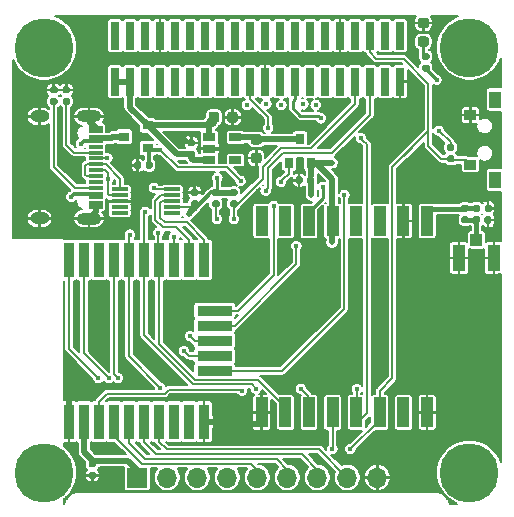
<source format=gbr>
G04 #@! TF.GenerationSoftware,KiCad,Pcbnew,(5.1.6)-1*
G04 #@! TF.CreationDate,2020-10-15T10:51:01+02:00*
G04 #@! TF.ProjectId,DynOSSAT-EDU-Comms,44796e4f-5353-4415-942d-4544552d436f,rev?*
G04 #@! TF.SameCoordinates,Original*
G04 #@! TF.FileFunction,Copper,L1,Top*
G04 #@! TF.FilePolarity,Positive*
%FSLAX46Y46*%
G04 Gerber Fmt 4.6, Leading zero omitted, Abs format (unit mm)*
G04 Created by KiCad (PCBNEW (5.1.6)-1) date 2020-10-15 10:51:01*
%MOMM*%
%LPD*%
G01*
G04 APERTURE LIST*
G04 #@! TA.AperFunction,SMDPad,CuDef*
%ADD10R,0.740000X2.400000*%
G04 #@! TD*
G04 #@! TA.AperFunction,SMDPad,CuDef*
%ADD11R,1.050000X2.200000*%
G04 #@! TD*
G04 #@! TA.AperFunction,SMDPad,CuDef*
%ADD12R,1.000000X1.050000*%
G04 #@! TD*
G04 #@! TA.AperFunction,ComponentPad*
%ADD13C,5.000000*%
G04 #@! TD*
G04 #@! TA.AperFunction,ComponentPad*
%ADD14C,0.800000*%
G04 #@! TD*
G04 #@! TA.AperFunction,ComponentPad*
%ADD15O,1.600000X1.000000*%
G04 #@! TD*
G04 #@! TA.AperFunction,ComponentPad*
%ADD16O,2.100000X1.000000*%
G04 #@! TD*
G04 #@! TA.AperFunction,SMDPad,CuDef*
%ADD17R,1.150000X0.300000*%
G04 #@! TD*
G04 #@! TA.AperFunction,SMDPad,CuDef*
%ADD18R,0.800000X0.900000*%
G04 #@! TD*
G04 #@! TA.AperFunction,SMDPad,CuDef*
%ADD19R,0.900000X0.800000*%
G04 #@! TD*
G04 #@! TA.AperFunction,ComponentPad*
%ADD20R,1.700000X1.700000*%
G04 #@! TD*
G04 #@! TA.AperFunction,ComponentPad*
%ADD21O,1.700000X1.700000*%
G04 #@! TD*
G04 #@! TA.AperFunction,SMDPad,CuDef*
%ADD22R,1.060000X0.650000*%
G04 #@! TD*
G04 #@! TA.AperFunction,SMDPad,CuDef*
%ADD23R,0.900000X3.000000*%
G04 #@! TD*
G04 #@! TA.AperFunction,SMDPad,CuDef*
%ADD24R,3.000000X0.900000*%
G04 #@! TD*
G04 #@! TA.AperFunction,SMDPad,CuDef*
%ADD25R,1.000000X0.900000*%
G04 #@! TD*
G04 #@! TA.AperFunction,SMDPad,CuDef*
%ADD26R,1.000000X1.450000*%
G04 #@! TD*
G04 #@! TA.AperFunction,SMDPad,CuDef*
%ADD27R,1.000000X2.500000*%
G04 #@! TD*
G04 #@! TA.AperFunction,SMDPad,CuDef*
%ADD28R,1.400000X0.300000*%
G04 #@! TD*
G04 #@! TA.AperFunction,ViaPad*
%ADD29C,0.450000*%
G04 #@! TD*
G04 #@! TA.AperFunction,Conductor*
%ADD30C,0.500000*%
G04 #@! TD*
G04 #@! TA.AperFunction,Conductor*
%ADD31C,0.200000*%
G04 #@! TD*
G04 #@! TA.AperFunction,Conductor*
%ADD32C,0.300000*%
G04 #@! TD*
G04 #@! TA.AperFunction,Conductor*
%ADD33C,0.400000*%
G04 #@! TD*
G04 #@! TA.AperFunction,Conductor*
%ADD34C,0.250000*%
G04 #@! TD*
G04 #@! TA.AperFunction,NonConductor*
%ADD35C,0.200000*%
G04 #@! TD*
G04 APERTURE END LIST*
D10*
X136906000Y-94406000D03*
X136906000Y-90506000D03*
X138176000Y-94406000D03*
X138176000Y-90506000D03*
X139446000Y-94406000D03*
X139446000Y-90506000D03*
X140716000Y-94406000D03*
X140716000Y-90506000D03*
X141986000Y-94406000D03*
X141986000Y-90506000D03*
X143256000Y-94406000D03*
X143256000Y-90506000D03*
X144526000Y-94406000D03*
X144526000Y-90506000D03*
X145796000Y-94406000D03*
X145796000Y-90506000D03*
X147066000Y-94406000D03*
X147066000Y-90506000D03*
X148336000Y-94406000D03*
X148336000Y-90506000D03*
X149606000Y-94406000D03*
X149606000Y-90506000D03*
X150876000Y-94406000D03*
X150876000Y-90506000D03*
X152146000Y-94406000D03*
X152146000Y-90506000D03*
X153416000Y-94406000D03*
X153416000Y-90506000D03*
X154686000Y-94406000D03*
X154686000Y-90506000D03*
X155956000Y-94406000D03*
X155956000Y-90506000D03*
X157226000Y-94406000D03*
X157226000Y-90506000D03*
X158496000Y-94406000D03*
X158496000Y-90506000D03*
X159766000Y-94406000D03*
X159766000Y-90506000D03*
X161036000Y-94406000D03*
X161036000Y-90506000D03*
G04 #@! TA.AperFunction,SMDPad,CuDef*
G36*
G01*
X146425400Y-97665250D02*
X146425400Y-97152750D01*
G75*
G02*
X146644150Y-96934000I218750J0D01*
G01*
X147081650Y-96934000D01*
G75*
G02*
X147300400Y-97152750I0J-218750D01*
G01*
X147300400Y-97665250D01*
G75*
G02*
X147081650Y-97884000I-218750J0D01*
G01*
X146644150Y-97884000D01*
G75*
G02*
X146425400Y-97665250I0J218750D01*
G01*
G37*
G04 #@! TD.AperFunction*
G04 #@! TA.AperFunction,SMDPad,CuDef*
G36*
G01*
X144850400Y-97665250D02*
X144850400Y-97152750D01*
G75*
G02*
X145069150Y-96934000I218750J0D01*
G01*
X145506650Y-96934000D01*
G75*
G02*
X145725400Y-97152750I0J-218750D01*
G01*
X145725400Y-97665250D01*
G75*
G02*
X145506650Y-97884000I-218750J0D01*
G01*
X145069150Y-97884000D01*
G75*
G02*
X144850400Y-97665250I0J218750D01*
G01*
G37*
G04 #@! TD.AperFunction*
G04 #@! TA.AperFunction,SMDPad,CuDef*
G36*
G01*
X148613150Y-98851000D02*
X149125650Y-98851000D01*
G75*
G02*
X149344400Y-99069750I0J-218750D01*
G01*
X149344400Y-99507250D01*
G75*
G02*
X149125650Y-99726000I-218750J0D01*
G01*
X148613150Y-99726000D01*
G75*
G02*
X148394400Y-99507250I0J218750D01*
G01*
X148394400Y-99069750D01*
G75*
G02*
X148613150Y-98851000I218750J0D01*
G01*
G37*
G04 #@! TD.AperFunction*
G04 #@! TA.AperFunction,SMDPad,CuDef*
G36*
G01*
X148613150Y-100426000D02*
X149125650Y-100426000D01*
G75*
G02*
X149344400Y-100644750I0J-218750D01*
G01*
X149344400Y-101082250D01*
G75*
G02*
X149125650Y-101301000I-218750J0D01*
G01*
X148613150Y-101301000D01*
G75*
G02*
X148394400Y-101082250I0J218750D01*
G01*
X148394400Y-100644750D01*
G75*
G02*
X148613150Y-100426000I218750J0D01*
G01*
G37*
G04 #@! TD.AperFunction*
G04 #@! TA.AperFunction,SMDPad,CuDef*
G36*
G01*
X168211000Y-105303100D02*
X168211000Y-104958100D01*
G75*
G02*
X168358500Y-104810600I147500J0D01*
G01*
X168653500Y-104810600D01*
G75*
G02*
X168801000Y-104958100I0J-147500D01*
G01*
X168801000Y-105303100D01*
G75*
G02*
X168653500Y-105450600I-147500J0D01*
G01*
X168358500Y-105450600D01*
G75*
G02*
X168211000Y-105303100I0J147500D01*
G01*
G37*
G04 #@! TD.AperFunction*
G04 #@! TA.AperFunction,SMDPad,CuDef*
G36*
G01*
X167241000Y-105303100D02*
X167241000Y-104958100D01*
G75*
G02*
X167388500Y-104810600I147500J0D01*
G01*
X167683500Y-104810600D01*
G75*
G02*
X167831000Y-104958100I0J-147500D01*
G01*
X167831000Y-105303100D01*
G75*
G02*
X167683500Y-105450600I-147500J0D01*
G01*
X167388500Y-105450600D01*
G75*
G02*
X167241000Y-105303100I0J147500D01*
G01*
G37*
G04 #@! TD.AperFunction*
G04 #@! TA.AperFunction,SMDPad,CuDef*
G36*
G01*
X167215600Y-106268300D02*
X167215600Y-105923300D01*
G75*
G02*
X167363100Y-105775800I147500J0D01*
G01*
X167658100Y-105775800D01*
G75*
G02*
X167805600Y-105923300I0J-147500D01*
G01*
X167805600Y-106268300D01*
G75*
G02*
X167658100Y-106415800I-147500J0D01*
G01*
X167363100Y-106415800D01*
G75*
G02*
X167215600Y-106268300I0J147500D01*
G01*
G37*
G04 #@! TD.AperFunction*
G04 #@! TA.AperFunction,SMDPad,CuDef*
G36*
G01*
X168185600Y-106268300D02*
X168185600Y-105923300D01*
G75*
G02*
X168333100Y-105775800I147500J0D01*
G01*
X168628100Y-105775800D01*
G75*
G02*
X168775600Y-105923300I0J-147500D01*
G01*
X168775600Y-106268300D01*
G75*
G02*
X168628100Y-106415800I-147500J0D01*
G01*
X168333100Y-106415800D01*
G75*
G02*
X168185600Y-106268300I0J147500D01*
G01*
G37*
G04 #@! TD.AperFunction*
D11*
X166038000Y-109314000D03*
D12*
X167513000Y-107789000D03*
D11*
X168988000Y-109314000D03*
G04 #@! TA.AperFunction,SMDPad,CuDef*
G36*
G01*
X166375300Y-104833200D02*
X166720300Y-104833200D01*
G75*
G02*
X166867800Y-104980700I0J-147500D01*
G01*
X166867800Y-105275700D01*
G75*
G02*
X166720300Y-105423200I-147500J0D01*
G01*
X166375300Y-105423200D01*
G75*
G02*
X166227800Y-105275700I0J147500D01*
G01*
X166227800Y-104980700D01*
G75*
G02*
X166375300Y-104833200I147500J0D01*
G01*
G37*
G04 #@! TD.AperFunction*
G04 #@! TA.AperFunction,SMDPad,CuDef*
G36*
G01*
X166375300Y-105803200D02*
X166720300Y-105803200D01*
G75*
G02*
X166867800Y-105950700I0J-147500D01*
G01*
X166867800Y-106245700D01*
G75*
G02*
X166720300Y-106393200I-147500J0D01*
G01*
X166375300Y-106393200D01*
G75*
G02*
X166227800Y-106245700I0J147500D01*
G01*
X166227800Y-105950700D01*
G75*
G02*
X166375300Y-105803200I147500J0D01*
G01*
G37*
G04 #@! TD.AperFunction*
D13*
X130903000Y-91513000D03*
D14*
X132778000Y-91513000D03*
X132228825Y-92838825D03*
X130903000Y-93388000D03*
X129577175Y-92838825D03*
X129028000Y-91513000D03*
X129577175Y-90187175D03*
X130903000Y-89638000D03*
X132228825Y-90187175D03*
X168230825Y-90187175D03*
X166905000Y-89638000D03*
X165579175Y-90187175D03*
X165030000Y-91513000D03*
X165579175Y-92838825D03*
X166905000Y-93388000D03*
X168230825Y-92838825D03*
X168780000Y-91513000D03*
D13*
X166905000Y-91513000D03*
X130903000Y-127508000D03*
D14*
X132778000Y-127508000D03*
X132228825Y-128833825D03*
X130903000Y-129383000D03*
X129577175Y-128833825D03*
X129028000Y-127508000D03*
X129577175Y-126182175D03*
X130903000Y-125633000D03*
X132228825Y-126182175D03*
X168230825Y-126182175D03*
X166905000Y-125633000D03*
X165579175Y-126182175D03*
X165030000Y-127508000D03*
X165579175Y-128833825D03*
X166905000Y-129383000D03*
X168230825Y-128833825D03*
X168780000Y-127508000D03*
D13*
X166905000Y-127508000D03*
D15*
X130528900Y-97341500D03*
D16*
X134708900Y-105985500D03*
D15*
X130528900Y-105981500D03*
D16*
X134708900Y-97345500D03*
D17*
X135280400Y-104696500D03*
X135280400Y-104996500D03*
X135280400Y-103898000D03*
X135280400Y-104198000D03*
X135280400Y-103398000D03*
X135280400Y-102898000D03*
X135280400Y-102398000D03*
X135280400Y-101898000D03*
X135280400Y-101398000D03*
X135280400Y-100898000D03*
X135280400Y-100398000D03*
X135280400Y-99898000D03*
X135280400Y-99098000D03*
X135280400Y-99398000D03*
X135280400Y-98598000D03*
X135280400Y-98298000D03*
G04 #@! TA.AperFunction,SMDPad,CuDef*
G36*
G01*
X132618700Y-95770200D02*
X132963700Y-95770200D01*
G75*
G02*
X133111200Y-95917700I0J-147500D01*
G01*
X133111200Y-96212700D01*
G75*
G02*
X132963700Y-96360200I-147500J0D01*
G01*
X132618700Y-96360200D01*
G75*
G02*
X132471200Y-96212700I0J147500D01*
G01*
X132471200Y-95917700D01*
G75*
G02*
X132618700Y-95770200I147500J0D01*
G01*
G37*
G04 #@! TD.AperFunction*
G04 #@! TA.AperFunction,SMDPad,CuDef*
G36*
G01*
X132618700Y-94800200D02*
X132963700Y-94800200D01*
G75*
G02*
X133111200Y-94947700I0J-147500D01*
G01*
X133111200Y-95242700D01*
G75*
G02*
X132963700Y-95390200I-147500J0D01*
G01*
X132618700Y-95390200D01*
G75*
G02*
X132471200Y-95242700I0J147500D01*
G01*
X132471200Y-94947700D01*
G75*
G02*
X132618700Y-94800200I147500J0D01*
G01*
G37*
G04 #@! TD.AperFunction*
G04 #@! TA.AperFunction,SMDPad,CuDef*
G36*
G01*
X131551900Y-94800200D02*
X131896900Y-94800200D01*
G75*
G02*
X132044400Y-94947700I0J-147500D01*
G01*
X132044400Y-95242700D01*
G75*
G02*
X131896900Y-95390200I-147500J0D01*
G01*
X131551900Y-95390200D01*
G75*
G02*
X131404400Y-95242700I0J147500D01*
G01*
X131404400Y-94947700D01*
G75*
G02*
X131551900Y-94800200I147500J0D01*
G01*
G37*
G04 #@! TD.AperFunction*
G04 #@! TA.AperFunction,SMDPad,CuDef*
G36*
G01*
X131551900Y-95770200D02*
X131896900Y-95770200D01*
G75*
G02*
X132044400Y-95917700I0J-147500D01*
G01*
X132044400Y-96212700D01*
G75*
G02*
X131896900Y-96360200I-147500J0D01*
G01*
X131551900Y-96360200D01*
G75*
G02*
X131404400Y-96212700I0J147500D01*
G01*
X131404400Y-95917700D01*
G75*
G02*
X131551900Y-95770200I147500J0D01*
G01*
G37*
G04 #@! TD.AperFunction*
D18*
X151640500Y-101266500D03*
X153540500Y-101266500D03*
X152590500Y-99266500D03*
G04 #@! TA.AperFunction,SMDPad,CuDef*
G36*
G01*
X152794200Y-102570500D02*
X152794200Y-102915500D01*
G75*
G02*
X152646700Y-103063000I-147500J0D01*
G01*
X152351700Y-103063000D01*
G75*
G02*
X152204200Y-102915500I0J147500D01*
G01*
X152204200Y-102570500D01*
G75*
G02*
X152351700Y-102423000I147500J0D01*
G01*
X152646700Y-102423000D01*
G75*
G02*
X152794200Y-102570500I0J-147500D01*
G01*
G37*
G04 #@! TD.AperFunction*
G04 #@! TA.AperFunction,SMDPad,CuDef*
G36*
G01*
X153764200Y-102570500D02*
X153764200Y-102915500D01*
G75*
G02*
X153616700Y-103063000I-147500J0D01*
G01*
X153321700Y-103063000D01*
G75*
G02*
X153174200Y-102915500I0J147500D01*
G01*
X153174200Y-102570500D01*
G75*
G02*
X153321700Y-102423000I147500J0D01*
G01*
X153616700Y-102423000D01*
G75*
G02*
X153764200Y-102570500I0J-147500D01*
G01*
G37*
G04 #@! TD.AperFunction*
G04 #@! TA.AperFunction,SMDPad,CuDef*
G36*
G01*
X134828500Y-126474000D02*
X135173500Y-126474000D01*
G75*
G02*
X135321000Y-126621500I0J-147500D01*
G01*
X135321000Y-126916500D01*
G75*
G02*
X135173500Y-127064000I-147500J0D01*
G01*
X134828500Y-127064000D01*
G75*
G02*
X134681000Y-126916500I0J147500D01*
G01*
X134681000Y-126621500D01*
G75*
G02*
X134828500Y-126474000I147500J0D01*
G01*
G37*
G04 #@! TD.AperFunction*
G04 #@! TA.AperFunction,SMDPad,CuDef*
G36*
G01*
X134828500Y-127444000D02*
X135173500Y-127444000D01*
G75*
G02*
X135321000Y-127591500I0J-147500D01*
G01*
X135321000Y-127886500D01*
G75*
G02*
X135173500Y-128034000I-147500J0D01*
G01*
X134828500Y-128034000D01*
G75*
G02*
X134681000Y-127886500I0J147500D01*
G01*
X134681000Y-127591500D01*
G75*
G02*
X134828500Y-127444000I147500J0D01*
G01*
G37*
G04 #@! TD.AperFunction*
G04 #@! TA.AperFunction,SMDPad,CuDef*
G36*
G01*
X143834900Y-105047000D02*
X143489900Y-105047000D01*
G75*
G02*
X143342400Y-104899500I0J147500D01*
G01*
X143342400Y-104604500D01*
G75*
G02*
X143489900Y-104457000I147500J0D01*
G01*
X143834900Y-104457000D01*
G75*
G02*
X143982400Y-104604500I0J-147500D01*
G01*
X143982400Y-104899500D01*
G75*
G02*
X143834900Y-105047000I-147500J0D01*
G01*
G37*
G04 #@! TD.AperFunction*
G04 #@! TA.AperFunction,SMDPad,CuDef*
G36*
G01*
X143834900Y-104077000D02*
X143489900Y-104077000D01*
G75*
G02*
X143342400Y-103929500I0J147500D01*
G01*
X143342400Y-103634500D01*
G75*
G02*
X143489900Y-103487000I147500J0D01*
G01*
X143834900Y-103487000D01*
G75*
G02*
X143982400Y-103634500I0J-147500D01*
G01*
X143982400Y-103929500D01*
G75*
G02*
X143834900Y-104077000I-147500J0D01*
G01*
G37*
G04 #@! TD.AperFunction*
G04 #@! TA.AperFunction,SMDPad,CuDef*
G36*
G01*
X162760950Y-88995800D02*
X163273450Y-88995800D01*
G75*
G02*
X163492200Y-89214550I0J-218750D01*
G01*
X163492200Y-89652050D01*
G75*
G02*
X163273450Y-89870800I-218750J0D01*
G01*
X162760950Y-89870800D01*
G75*
G02*
X162542200Y-89652050I0J218750D01*
G01*
X162542200Y-89214550D01*
G75*
G02*
X162760950Y-88995800I218750J0D01*
G01*
G37*
G04 #@! TD.AperFunction*
G04 #@! TA.AperFunction,SMDPad,CuDef*
G36*
G01*
X162760950Y-90570800D02*
X163273450Y-90570800D01*
G75*
G02*
X163492200Y-90789550I0J-218750D01*
G01*
X163492200Y-91227050D01*
G75*
G02*
X163273450Y-91445800I-218750J0D01*
G01*
X162760950Y-91445800D01*
G75*
G02*
X162542200Y-91227050I0J218750D01*
G01*
X162542200Y-90789550D01*
G75*
G02*
X162760950Y-90570800I218750J0D01*
G01*
G37*
G04 #@! TD.AperFunction*
D19*
X139684000Y-100010000D03*
X139684000Y-98110000D03*
X137684000Y-99060000D03*
G04 #@! TA.AperFunction,SMDPad,CuDef*
G36*
G01*
X165156100Y-100647000D02*
X165501100Y-100647000D01*
G75*
G02*
X165648600Y-100794500I0J-147500D01*
G01*
X165648600Y-101089500D01*
G75*
G02*
X165501100Y-101237000I-147500J0D01*
G01*
X165156100Y-101237000D01*
G75*
G02*
X165008600Y-101089500I0J147500D01*
G01*
X165008600Y-100794500D01*
G75*
G02*
X165156100Y-100647000I147500J0D01*
G01*
G37*
G04 #@! TD.AperFunction*
G04 #@! TA.AperFunction,SMDPad,CuDef*
G36*
G01*
X165156100Y-99677000D02*
X165501100Y-99677000D01*
G75*
G02*
X165648600Y-99824500I0J-147500D01*
G01*
X165648600Y-100119500D01*
G75*
G02*
X165501100Y-100267000I-147500J0D01*
G01*
X165156100Y-100267000D01*
G75*
G02*
X165008600Y-100119500I0J147500D01*
G01*
X165008600Y-99824500D01*
G75*
G02*
X165156100Y-99677000I147500J0D01*
G01*
G37*
G04 #@! TD.AperFunction*
G04 #@! TA.AperFunction,SMDPad,CuDef*
G36*
G01*
X145267900Y-104457000D02*
X145612900Y-104457000D01*
G75*
G02*
X145760400Y-104604500I0J-147500D01*
G01*
X145760400Y-104899500D01*
G75*
G02*
X145612900Y-105047000I-147500J0D01*
G01*
X145267900Y-105047000D01*
G75*
G02*
X145120400Y-104899500I0J147500D01*
G01*
X145120400Y-104604500D01*
G75*
G02*
X145267900Y-104457000I147500J0D01*
G01*
G37*
G04 #@! TD.AperFunction*
G04 #@! TA.AperFunction,SMDPad,CuDef*
G36*
G01*
X145267900Y-103487000D02*
X145612900Y-103487000D01*
G75*
G02*
X145760400Y-103634500I0J-147500D01*
G01*
X145760400Y-103929500D01*
G75*
G02*
X145612900Y-104077000I-147500J0D01*
G01*
X145267900Y-104077000D01*
G75*
G02*
X145120400Y-103929500I0J147500D01*
G01*
X145120400Y-103634500D01*
G75*
G02*
X145267900Y-103487000I147500J0D01*
G01*
G37*
G04 #@! TD.AperFunction*
G04 #@! TA.AperFunction,SMDPad,CuDef*
G36*
G01*
X146791900Y-103487000D02*
X147136900Y-103487000D01*
G75*
G02*
X147284400Y-103634500I0J-147500D01*
G01*
X147284400Y-103929500D01*
G75*
G02*
X147136900Y-104077000I-147500J0D01*
G01*
X146791900Y-104077000D01*
G75*
G02*
X146644400Y-103929500I0J147500D01*
G01*
X146644400Y-103634500D01*
G75*
G02*
X146791900Y-103487000I147500J0D01*
G01*
G37*
G04 #@! TD.AperFunction*
G04 #@! TA.AperFunction,SMDPad,CuDef*
G36*
G01*
X146791900Y-104457000D02*
X147136900Y-104457000D01*
G75*
G02*
X147284400Y-104604500I0J-147500D01*
G01*
X147284400Y-104899500D01*
G75*
G02*
X147136900Y-105047000I-147500J0D01*
G01*
X146791900Y-105047000D01*
G75*
G02*
X146644400Y-104899500I0J147500D01*
G01*
X146644400Y-104604500D01*
G75*
G02*
X146791900Y-104457000I147500J0D01*
G01*
G37*
G04 #@! TD.AperFunction*
G04 #@! TA.AperFunction,SMDPad,CuDef*
G36*
G01*
X143555500Y-100856000D02*
X143210500Y-100856000D01*
G75*
G02*
X143063000Y-100708500I0J147500D01*
G01*
X143063000Y-100413500D01*
G75*
G02*
X143210500Y-100266000I147500J0D01*
G01*
X143555500Y-100266000D01*
G75*
G02*
X143703000Y-100413500I0J-147500D01*
G01*
X143703000Y-100708500D01*
G75*
G02*
X143555500Y-100856000I-147500J0D01*
G01*
G37*
G04 #@! TD.AperFunction*
G04 #@! TA.AperFunction,SMDPad,CuDef*
G36*
G01*
X143555500Y-99886000D02*
X143210500Y-99886000D01*
G75*
G02*
X143063000Y-99738500I0J147500D01*
G01*
X143063000Y-99443500D01*
G75*
G02*
X143210500Y-99296000I147500J0D01*
G01*
X143555500Y-99296000D01*
G75*
G02*
X143703000Y-99443500I0J-147500D01*
G01*
X143703000Y-99738500D01*
G75*
G02*
X143555500Y-99886000I-147500J0D01*
G01*
G37*
G04 #@! TD.AperFunction*
G04 #@! TA.AperFunction,SMDPad,CuDef*
G36*
G01*
X139129000Y-101300500D02*
X139129000Y-101645500D01*
G75*
G02*
X138981500Y-101793000I-147500J0D01*
G01*
X138686500Y-101793000D01*
G75*
G02*
X138539000Y-101645500I0J147500D01*
G01*
X138539000Y-101300500D01*
G75*
G02*
X138686500Y-101153000I147500J0D01*
G01*
X138981500Y-101153000D01*
G75*
G02*
X139129000Y-101300500I0J-147500D01*
G01*
G37*
G04 #@! TD.AperFunction*
G04 #@! TA.AperFunction,SMDPad,CuDef*
G36*
G01*
X140099000Y-101300500D02*
X140099000Y-101645500D01*
G75*
G02*
X139951500Y-101793000I-147500J0D01*
G01*
X139656500Y-101793000D01*
G75*
G02*
X139509000Y-101645500I0J147500D01*
G01*
X139509000Y-101300500D01*
G75*
G02*
X139656500Y-101153000I147500J0D01*
G01*
X139951500Y-101153000D01*
G75*
G02*
X140099000Y-101300500I0J-147500D01*
G01*
G37*
G04 #@! TD.AperFunction*
G04 #@! TA.AperFunction,SMDPad,CuDef*
G36*
G01*
X163392900Y-93540800D02*
X163047900Y-93540800D01*
G75*
G02*
X162900400Y-93393300I0J147500D01*
G01*
X162900400Y-93098300D01*
G75*
G02*
X163047900Y-92950800I147500J0D01*
G01*
X163392900Y-92950800D01*
G75*
G02*
X163540400Y-93098300I0J-147500D01*
G01*
X163540400Y-93393300D01*
G75*
G02*
X163392900Y-93540800I-147500J0D01*
G01*
G37*
G04 #@! TD.AperFunction*
G04 #@! TA.AperFunction,SMDPad,CuDef*
G36*
G01*
X163392900Y-92570800D02*
X163047900Y-92570800D01*
G75*
G02*
X162900400Y-92423300I0J147500D01*
G01*
X162900400Y-92128300D01*
G75*
G02*
X163047900Y-91980800I147500J0D01*
G01*
X163392900Y-91980800D01*
G75*
G02*
X163540400Y-92128300I0J-147500D01*
G01*
X163540400Y-92423300D01*
G75*
G02*
X163392900Y-92570800I-147500J0D01*
G01*
G37*
G04 #@! TD.AperFunction*
D20*
X138811000Y-127914400D03*
D21*
X141351000Y-127914400D03*
X143891000Y-127914400D03*
X146431000Y-127914400D03*
X148971000Y-127914400D03*
X151511000Y-127914400D03*
X154051000Y-127914400D03*
X156591000Y-127914400D03*
X159131000Y-127914400D03*
D22*
X144899200Y-99126000D03*
X144899200Y-100076000D03*
X144899200Y-101026000D03*
X147099200Y-101026000D03*
X147099200Y-99126000D03*
D23*
X133022000Y-123182000D03*
X134292000Y-123182000D03*
X135562000Y-123182000D03*
X136832000Y-123182000D03*
X138102000Y-123182000D03*
X139372000Y-123182000D03*
X140642000Y-123182000D03*
X141912000Y-123182000D03*
X143182000Y-123182000D03*
X144452000Y-123182000D03*
D24*
X145352000Y-116332000D03*
D23*
X144452000Y-109482000D03*
X143182000Y-109482000D03*
X141912000Y-109482000D03*
X140642000Y-109482000D03*
X139372000Y-109482000D03*
X138102000Y-109482000D03*
X136832000Y-109482000D03*
X135562000Y-109482000D03*
X134292000Y-109482000D03*
X133022000Y-109482000D03*
D24*
X145352000Y-118882000D03*
X145352000Y-117612000D03*
X145352000Y-115052000D03*
X145352000Y-113782000D03*
D25*
X167005000Y-101414000D03*
X167005000Y-97214000D03*
D26*
X169105000Y-95914000D03*
X169105000Y-102714000D03*
D27*
X149337000Y-122400000D03*
X151337000Y-122400000D03*
X153337000Y-122400000D03*
X155337000Y-122400000D03*
X157337000Y-122400000D03*
X159337000Y-122400000D03*
X161337000Y-122400000D03*
X163337000Y-122400000D03*
X163337000Y-106200000D03*
X161337000Y-106200000D03*
X159337000Y-106200000D03*
X157337000Y-106200000D03*
X155337000Y-106200000D03*
X153337000Y-106200000D03*
X151337000Y-106200000D03*
X149337000Y-106200000D03*
D28*
X137322200Y-103521000D03*
X137322200Y-104021000D03*
X137322200Y-104521000D03*
X137322200Y-105021000D03*
X137322200Y-105521000D03*
X141722200Y-105521000D03*
X141722200Y-105021000D03*
X141722200Y-104521000D03*
X141722200Y-104021000D03*
X141722200Y-103521000D03*
D29*
X153352500Y-97980500D03*
X149034500Y-104203500D03*
X164592000Y-104394000D03*
X165608000Y-104394000D03*
X145669000Y-123190000D03*
X148209000Y-123317000D03*
X133022000Y-121182000D03*
X149606000Y-94405992D03*
X161036000Y-94406004D03*
X155956000Y-90505994D03*
X140716000Y-90506006D03*
X148844000Y-110490000D03*
X141986000Y-114554000D03*
X141986000Y-112014000D03*
X146050000Y-110490000D03*
X139954000Y-114046000D03*
X134874000Y-111760000D03*
X134874000Y-116840000D03*
X133604000Y-111760000D03*
X133604000Y-116840000D03*
X151384000Y-108204000D03*
X149098000Y-116332000D03*
X163068000Y-116332000D03*
X159258000Y-116332000D03*
X164592000Y-105918000D03*
X165608000Y-105918000D03*
X168656000Y-104140000D03*
X167894000Y-104140000D03*
X167132000Y-104140000D03*
X166370000Y-104140000D03*
X166370000Y-106934000D03*
X168656000Y-106934000D03*
X164846000Y-108204000D03*
X164846000Y-108966000D03*
X164846000Y-109728000D03*
X164846000Y-110490000D03*
X165862000Y-110998000D03*
X166624000Y-110998000D03*
X167386000Y-110998000D03*
X168148000Y-110998000D03*
X168910000Y-110998000D03*
X165862000Y-107442000D03*
X159258000Y-113284000D03*
X159258000Y-110490000D03*
X159321500Y-108267500D03*
X159258000Y-119888000D03*
X141478000Y-97282000D03*
X162814000Y-94742000D03*
X156972000Y-101600000D03*
X159258000Y-101600000D03*
X161798000Y-101600000D03*
X148526500Y-97853500D03*
X148259800Y-102133400D03*
X142570200Y-98958400D03*
X146253200Y-100076000D03*
X134010400Y-99644200D03*
X133222998Y-104140000D03*
X140716000Y-94405994D03*
X141986000Y-90506008D03*
X143256000Y-90506006D03*
X156337000Y-103987600D03*
X159766000Y-94405996D03*
X144526000Y-90506004D03*
X153416000Y-94361000D03*
X157734000Y-99187000D03*
X147650200Y-120557009D03*
X157378400Y-120421400D03*
X145796000Y-90505992D03*
X152146000Y-94406000D03*
X154330400Y-97510600D03*
X154533600Y-103301800D03*
X147066000Y-90506008D03*
X148336000Y-90506004D03*
X148336000Y-94406000D03*
X149885400Y-98298000D03*
X141912000Y-107515996D03*
X147066000Y-94405994D03*
X145796000Y-94405992D03*
X143256000Y-94406012D03*
X141986000Y-94405994D03*
X157226000Y-90505996D03*
X137160000Y-119507000D03*
X158496000Y-90505994D03*
X156845000Y-125501400D03*
X159766000Y-90506004D03*
X161036000Y-90506030D03*
X135509000Y-119507000D03*
X136398000Y-119507000D03*
X144526000Y-94406000D03*
X139446000Y-90506008D03*
X153416000Y-90505992D03*
X152857200Y-96316800D03*
X150342600Y-104902000D03*
X154686000Y-90505984D03*
X152273000Y-108331000D03*
X153898600Y-96367600D03*
X136271000Y-100888800D03*
X136347200Y-102616000D03*
X150876000Y-94406000D03*
X136906000Y-94406006D03*
X138176000Y-94406008D03*
X145578054Y-102525054D03*
X155956000Y-94405996D03*
X154686000Y-94406008D03*
X136906000Y-90505990D03*
X155257500Y-108013500D03*
X153543000Y-104013000D03*
X155321000Y-101282500D03*
X164338000Y-98552000D03*
X138176000Y-90505992D03*
X164134800Y-94234000D03*
X140208000Y-103378000D03*
X143154400Y-105613204D03*
X139446000Y-94405986D03*
X140741400Y-100152200D03*
X150952200Y-102870000D03*
X147548600Y-102793800D03*
X148844000Y-120396000D03*
X152654000Y-120396000D03*
X149606000Y-90506000D03*
X148082000Y-96393000D03*
X139482021Y-105410000D03*
X155321000Y-125476000D03*
X150876000Y-90506000D03*
X149733000Y-96266000D03*
X138176000Y-107351021D03*
X140741401Y-120294401D03*
X152146000Y-90506000D03*
X140589000Y-107188000D03*
X151003000Y-96393000D03*
X157226000Y-94406000D03*
X146964400Y-106045000D03*
X143273000Y-115951000D03*
X158496000Y-94405996D03*
X149669500Y-103632000D03*
X145524999Y-106027999D03*
X142748000Y-117221000D03*
D30*
X144452000Y-123182000D02*
X145661000Y-123182000D01*
X145661000Y-123182000D02*
X145669000Y-123190000D01*
X149337000Y-123400000D02*
X148292000Y-123400000D01*
X148292000Y-123400000D02*
X148209000Y-123317000D01*
X133022000Y-121182000D02*
X133046000Y-121158000D01*
X133022000Y-123182000D02*
X133022000Y-121182000D01*
D31*
X149606000Y-94406000D02*
X149606000Y-94405992D01*
D30*
X161036000Y-94406000D02*
X161036000Y-94406004D01*
X155956000Y-90506000D02*
X155956000Y-90505994D01*
X140716000Y-90506000D02*
X140716000Y-90506006D01*
X135280400Y-105414000D02*
X134708900Y-105985500D01*
X135280400Y-104996500D02*
X135280400Y-105414000D01*
X134708900Y-97726500D02*
X135280400Y-98298000D01*
X134708900Y-97345500D02*
X134708900Y-97726500D01*
D31*
X135280400Y-104696500D02*
X135280400Y-104996500D01*
X135280400Y-98298000D02*
X135280400Y-98598000D01*
X146862900Y-97409000D02*
X148082000Y-97409000D01*
X148082000Y-97409000D02*
X148526500Y-97853500D01*
X148869400Y-101523800D02*
X148259800Y-102133400D01*
X148869400Y-100863500D02*
X148869400Y-101523800D01*
D32*
X143383000Y-99591000D02*
X143202800Y-99591000D01*
X143202800Y-99591000D02*
X142570200Y-98958400D01*
X144899200Y-100076000D02*
X146253200Y-100076000D01*
X166476000Y-105200000D02*
X166547800Y-105128200D01*
X167533600Y-105128200D02*
X167536000Y-105130600D01*
D33*
X166547800Y-105128200D02*
X167533600Y-105128200D01*
X166432000Y-105156000D02*
X166476000Y-105200000D01*
X163337000Y-105200000D02*
X163381000Y-105156000D01*
X163381000Y-105156000D02*
X166432000Y-105156000D01*
D32*
X167508200Y-106098200D02*
X167510600Y-106095800D01*
D33*
X166547800Y-106098200D02*
X167508200Y-106098200D01*
D32*
X167360600Y-106245800D02*
X167510600Y-106095800D01*
D33*
X167513000Y-106398200D02*
X167360600Y-106245800D01*
X167360600Y-107789000D02*
X167513000Y-107636600D01*
X167513000Y-107636600D02*
X167513000Y-106398200D01*
D32*
X135280400Y-99098000D02*
X135280400Y-99398000D01*
X135280400Y-99098000D02*
X136131200Y-99098000D01*
D31*
X135114600Y-103898000D02*
X135102600Y-103886000D01*
X135280400Y-103898000D02*
X135114600Y-103898000D01*
X135280400Y-103898000D02*
X135280400Y-104198000D01*
D32*
X134588401Y-99417501D02*
X134262499Y-99417501D01*
X135280400Y-99398000D02*
X134607902Y-99398000D01*
X134607902Y-99398000D02*
X134588401Y-99417501D01*
X134262499Y-99417501D02*
X134035800Y-99644200D01*
X134035800Y-99644200D02*
X134010400Y-99644200D01*
D30*
X136595999Y-99198001D02*
X135280400Y-99198001D01*
X137684000Y-99060000D02*
X136734000Y-99060000D01*
X136734000Y-99060000D02*
X136595999Y-99198001D01*
D32*
X135280400Y-103898000D02*
X133464998Y-103898000D01*
X133464998Y-103898000D02*
X133222998Y-104140000D01*
D30*
X140716000Y-94406000D02*
X140716000Y-94405994D01*
X141986000Y-90506000D02*
X141986000Y-90506008D01*
X143256000Y-90506000D02*
X143256000Y-90506006D01*
D31*
X159766000Y-94406000D02*
X159766000Y-94405994D01*
X145352000Y-118882000D02*
X151069200Y-118882000D01*
X151069200Y-118882000D02*
X156337000Y-113614200D01*
X156337000Y-113614200D02*
X156337000Y-103987600D01*
D30*
X144526000Y-90506000D02*
X144526000Y-90506004D01*
D31*
X157933999Y-99386999D02*
X157734000Y-99187000D01*
X158242000Y-122495000D02*
X158242000Y-99695000D01*
X158242000Y-99695000D02*
X157933999Y-99386999D01*
X157337000Y-123400000D02*
X158242000Y-122495000D01*
X136224598Y-120819402D02*
X141105398Y-120819402D01*
X135562000Y-123182000D02*
X135562000Y-121482000D01*
X135562000Y-121482000D02*
X136224598Y-120819402D01*
X141444201Y-120480599D02*
X147683999Y-120480599D01*
X141105398Y-120819402D02*
X141444201Y-120480599D01*
X147683999Y-120480599D02*
X147683999Y-120523210D01*
X147683999Y-120523210D02*
X147650200Y-120557009D01*
X157378400Y-122358600D02*
X157337000Y-122400000D01*
X157378400Y-120421400D02*
X157378400Y-122358600D01*
D30*
X145796000Y-90506000D02*
X145796000Y-90505992D01*
D34*
X152605599Y-97285601D02*
X154105401Y-97285601D01*
X151976999Y-96657001D02*
X152605599Y-97285601D01*
X151976999Y-96025001D02*
X151976999Y-96657001D01*
X152146000Y-94406000D02*
X152146000Y-95856000D01*
X154105401Y-97285601D02*
X154330400Y-97510600D01*
X152146000Y-95856000D02*
X151976999Y-96025001D01*
X153337000Y-106200000D02*
X153337000Y-105450000D01*
X153337000Y-105450000D02*
X154533600Y-104253400D01*
X154533600Y-104253400D02*
X154533600Y-103619998D01*
X154533600Y-103619998D02*
X154533600Y-103301800D01*
D30*
X147066000Y-90506000D02*
X147066000Y-90506008D01*
X148336000Y-90506000D02*
X148336000Y-90506004D01*
D31*
X148336000Y-95863002D02*
X149885400Y-97412402D01*
X149885400Y-97412402D02*
X149885400Y-97979802D01*
X148336000Y-94406000D02*
X148336000Y-95863002D01*
X149885400Y-97979802D02*
X149885400Y-98298000D01*
X141912000Y-109482000D02*
X141912000Y-107515996D01*
X147066000Y-94406000D02*
X147066000Y-94405994D01*
X145796000Y-94406000D02*
X145796000Y-94405992D01*
D30*
X143256000Y-94406000D02*
X143256000Y-94406012D01*
X141986000Y-94406000D02*
X141986000Y-94405994D01*
X157226000Y-90506000D02*
X157226000Y-90505996D01*
D31*
X136832000Y-109482000D02*
X136832000Y-119179000D01*
X136832000Y-119179000D02*
X137160000Y-119507000D01*
D30*
X158496000Y-90506000D02*
X158496000Y-90505994D01*
D31*
X160401000Y-101643300D02*
X162069800Y-99974500D01*
X160401000Y-101643300D02*
X163449000Y-98595300D01*
X158496000Y-91906000D02*
X158496000Y-90506000D01*
X159046000Y-92456000D02*
X158496000Y-91906000D01*
X161340800Y-92456000D02*
X159046000Y-92456000D01*
X163449000Y-98595300D02*
X163449000Y-94564200D01*
X163449000Y-94564200D02*
X161340800Y-92456000D01*
X166632200Y-101041200D02*
X167005000Y-101414000D01*
X163449000Y-99839900D02*
X164551100Y-100942000D01*
X164551100Y-100942000D02*
X165432700Y-100942000D01*
X163449000Y-98595300D02*
X163449000Y-99839900D01*
X165432700Y-100942000D02*
X165531900Y-101041200D01*
X165531900Y-101041200D02*
X166632200Y-101041200D01*
X159337000Y-123009400D02*
X159337000Y-122400000D01*
X156845000Y-125501400D02*
X159337000Y-123009400D01*
X160401000Y-107823000D02*
X160401000Y-101643300D01*
X160401000Y-119522002D02*
X160401000Y-107823000D01*
X159337000Y-122400000D02*
X159337000Y-120586002D01*
X159337000Y-120586002D02*
X160401000Y-119522002D01*
D30*
X159766000Y-90506000D02*
X159766000Y-90506004D01*
X161036000Y-90506000D02*
X161036000Y-90506030D01*
D31*
X133022000Y-109482000D02*
X133022000Y-117020000D01*
X133022000Y-117020000D02*
X135509000Y-119507000D01*
X134292000Y-117401000D02*
X134292000Y-109482000D01*
X136398000Y-119507000D02*
X134292000Y-117401000D01*
D30*
X139446000Y-90506000D02*
X139446000Y-90506008D01*
D31*
X153416000Y-90506000D02*
X153416000Y-90505992D01*
X150342600Y-110769400D02*
X150342600Y-105220198D01*
X145352000Y-113782000D02*
X147330000Y-113782000D01*
X147330000Y-113782000D02*
X150342600Y-110769400D01*
X150342600Y-105220198D02*
X150342600Y-104902000D01*
X154686000Y-90506000D02*
X154686000Y-90505984D01*
X152273000Y-108613842D02*
X152273000Y-108331000D01*
X145352000Y-115052000D02*
X147052000Y-115052000D01*
X152273000Y-109831000D02*
X152273000Y-108613842D01*
X147052000Y-115052000D02*
X152273000Y-109831000D01*
X152730200Y-125933200D02*
X154051000Y-127254000D01*
X140360400Y-125933200D02*
X152730200Y-125933200D01*
X139372000Y-123182000D02*
X139372000Y-124944800D01*
X139372000Y-124944800D02*
X140360400Y-125933200D01*
X141293190Y-125533190D02*
X154209790Y-125533190D01*
X154209790Y-125533190D02*
X156591000Y-127914400D01*
X140642000Y-124882000D02*
X141293190Y-125533190D01*
X140642000Y-123182000D02*
X140642000Y-124882000D01*
X136055400Y-101398000D02*
X135280400Y-101398000D01*
X136111100Y-101398000D02*
X136055400Y-101398000D01*
X137322200Y-102609100D02*
X136111100Y-101398000D01*
X137322200Y-103521000D02*
X137322200Y-102609100D01*
X134505400Y-102398000D02*
X135280400Y-102398000D01*
X134405399Y-102297999D02*
X134505400Y-102398000D01*
X134405399Y-101507999D02*
X134405399Y-102297999D01*
X134515398Y-101398000D02*
X134405399Y-101507999D01*
X135280400Y-101398000D02*
X134515398Y-101398000D01*
X136422200Y-104021000D02*
X137322200Y-104021000D01*
X136045402Y-101898000D02*
X136322199Y-102174797D01*
X136322199Y-103920999D02*
X136422200Y-104021000D01*
X135280400Y-101898000D02*
X136045402Y-101898000D01*
X135280400Y-100898000D02*
X136261800Y-100898000D01*
X136261800Y-100898000D02*
X136271000Y-100888800D01*
X136322199Y-102641001D02*
X136347200Y-102616000D01*
X136322199Y-102641001D02*
X136322199Y-103920999D01*
X136322199Y-102174797D02*
X136322199Y-102641001D01*
X131724400Y-96065200D02*
X131724400Y-101625400D01*
X131724400Y-101625400D02*
X133497000Y-103398000D01*
X133497000Y-103398000D02*
X135280400Y-103398000D01*
X133468800Y-100398000D02*
X135280400Y-100398000D01*
X132791200Y-96065200D02*
X132791200Y-99720400D01*
X132791200Y-99720400D02*
X133468800Y-100398000D01*
D30*
X136906000Y-94406000D02*
X136906000Y-94406006D01*
X138176000Y-94406000D02*
X138176000Y-94406008D01*
X143357500Y-100838000D02*
X143383000Y-100863500D01*
X144896700Y-101028500D02*
X144899200Y-101026000D01*
X143383000Y-100863500D02*
X143548000Y-101028500D01*
X143548000Y-101028500D02*
X144896700Y-101028500D01*
X138175994Y-94406006D02*
X138176000Y-94406000D01*
X136906000Y-94406006D02*
X138175994Y-94406006D01*
X144899200Y-97797700D02*
X145287900Y-97409000D01*
X144899200Y-99126000D02*
X144899200Y-97797700D01*
X138176000Y-96602000D02*
X139684000Y-98110000D01*
X138176000Y-94406008D02*
X138176000Y-96602000D01*
X142135000Y-100561000D02*
X143383000Y-100561000D01*
X139684000Y-98110000D02*
X142135000Y-100561000D01*
X145287900Y-97884000D02*
X145287900Y-97409000D01*
X145061900Y-98110000D02*
X145287900Y-97884000D01*
X139684000Y-98110000D02*
X145061900Y-98110000D01*
D31*
X142206500Y-105021000D02*
X142240000Y-105054500D01*
D34*
X145542000Y-103479500D02*
X145542000Y-102561108D01*
X145542000Y-102561108D02*
X145578054Y-102525054D01*
D30*
X134292000Y-125757500D02*
X135001000Y-126466500D01*
X134292000Y-123182000D02*
X134292000Y-125757500D01*
X138811000Y-127254000D02*
X138049000Y-126492000D01*
X135026500Y-126492000D02*
X135001000Y-126466500D01*
X138049000Y-126492000D02*
X135026500Y-126492000D01*
D31*
X143485801Y-105021000D02*
X143557350Y-104949451D01*
X141722200Y-105021000D02*
X143485801Y-105021000D01*
D30*
X155956000Y-94406000D02*
X155956000Y-94405996D01*
X154686000Y-94406000D02*
X154686000Y-94406008D01*
X136906000Y-90506000D02*
X136906000Y-90505990D01*
X155295500Y-102616000D02*
X155295500Y-107975500D01*
X155295500Y-107975500D02*
X155257500Y-108013500D01*
X153946000Y-101266500D02*
X155295500Y-102616000D01*
X153540500Y-101266500D02*
X153946000Y-101266500D01*
X153540500Y-101266500D02*
X153540500Y-102359500D01*
X153540500Y-102359500D02*
X153543000Y-102362000D01*
X153540500Y-101266500D02*
X155305000Y-101266500D01*
X155305000Y-101266500D02*
X155321000Y-101282500D01*
D31*
X165328600Y-99669500D02*
X165328600Y-99542600D01*
X165328600Y-99542600D02*
X164338000Y-98552000D01*
D30*
X138176000Y-90506000D02*
X138176000Y-90505992D01*
D34*
X163220400Y-93245800D02*
X163220400Y-93319600D01*
X163220400Y-93319600D02*
X164134800Y-94234000D01*
D30*
X153543000Y-104013000D02*
X153543000Y-103083500D01*
D32*
X153489700Y-103083500D02*
X153543000Y-103083500D01*
X153469200Y-103063000D02*
X153489700Y-103083500D01*
X153469200Y-102743000D02*
X153469200Y-103063000D01*
D30*
X146962000Y-103784400D02*
X146964400Y-103782000D01*
X145440400Y-103782000D02*
X145442800Y-103784400D01*
X145442800Y-103784400D02*
X146962000Y-103784400D01*
D31*
X141722200Y-103521000D02*
X140351000Y-103521000D01*
X140351000Y-103521000D02*
X140208000Y-103378000D01*
X165328600Y-99542600D02*
X165328600Y-99972000D01*
D30*
X143662400Y-105054500D02*
X143662400Y-105105204D01*
X143662400Y-105105204D02*
X143379399Y-105388205D01*
X143379399Y-105388205D02*
X143154400Y-105613204D01*
D32*
X143662400Y-105054500D02*
X143789300Y-105054500D01*
X145061800Y-103782000D02*
X145440400Y-103782000D01*
X143789300Y-105054500D02*
X145061800Y-103782000D01*
D31*
X143662400Y-104952900D02*
X143662400Y-104752000D01*
X148945500Y-99288500D02*
X148971000Y-99314000D01*
D30*
X148783000Y-99126000D02*
X148971000Y-99314000D01*
X147099200Y-99126000D02*
X148783000Y-99126000D01*
X152568500Y-99288500D02*
X152590500Y-99266500D01*
X148869400Y-99288500D02*
X152568500Y-99288500D01*
D34*
X163017200Y-92072600D02*
X163220400Y-92275800D01*
X163017200Y-91008300D02*
X163017200Y-92072600D01*
D30*
X139446000Y-94406000D02*
X139446000Y-94405986D01*
D32*
X139826200Y-100152200D02*
X139684000Y-100010000D01*
X140741400Y-100152200D02*
X139826200Y-100152200D01*
X139804000Y-100130000D02*
X139684000Y-100010000D01*
X139804000Y-101473000D02*
X139804000Y-100130000D01*
D31*
X151640500Y-101266500D02*
X151640500Y-102181700D01*
X151640500Y-102181700D02*
X151177199Y-102645001D01*
X151177199Y-102645001D02*
X150952200Y-102870000D01*
X147323601Y-102568801D02*
X147548600Y-102793800D01*
X142240201Y-101651001D02*
X146405801Y-101651001D01*
X146405801Y-101651001D02*
X147323601Y-102568801D01*
X140741400Y-100152200D02*
X142240201Y-101651001D01*
X148463000Y-126746000D02*
X148971000Y-127254000D01*
X139175998Y-126746000D02*
X148463000Y-126746000D01*
X136832000Y-123182000D02*
X136832000Y-124402002D01*
X136832000Y-124402002D02*
X139175998Y-126746000D01*
X139471400Y-126339600D02*
X150596600Y-126339600D01*
X150596600Y-126339600D02*
X151511000Y-127254000D01*
X138102000Y-123182000D02*
X138102000Y-124970200D01*
X138102000Y-124970200D02*
X139471400Y-126339600D01*
X140722199Y-105911001D02*
X141110198Y-106299000D01*
X140722199Y-104670699D02*
X140722199Y-105911001D01*
X141722200Y-104521000D02*
X140871898Y-104521000D01*
X140871898Y-104521000D02*
X140722199Y-104670699D01*
X144452000Y-107782000D02*
X144452000Y-109482000D01*
X142969000Y-106299000D02*
X144452000Y-107782000D01*
X141110198Y-106299000D02*
X142969000Y-106299000D01*
X140822200Y-104021000D02*
X141722200Y-104021000D01*
X140322189Y-104505011D02*
X140814200Y-104013000D01*
X140322189Y-106076690D02*
X140322189Y-104505011D01*
X140814200Y-104013000D02*
X140822200Y-104021000D01*
X142099010Y-106699010D02*
X140944510Y-106699010D01*
X143182000Y-107782000D02*
X142099010Y-106699010D01*
X140944510Y-106699010D02*
X140322189Y-106076690D01*
X143182000Y-109482000D02*
X143182000Y-107782000D01*
X152654000Y-120396000D02*
X153289000Y-121031000D01*
X153289000Y-123352000D02*
X153337000Y-123400000D01*
X153289000Y-121031000D02*
X153289000Y-123352000D01*
X139372000Y-109482000D02*
X139372000Y-115877000D01*
X139372000Y-115877000D02*
X143527009Y-120032009D01*
X143527009Y-120032009D02*
X148226009Y-120032009D01*
X148226009Y-120032009D02*
X148480009Y-120032009D01*
X148480009Y-120032009D02*
X148844000Y-120396000D01*
X139372000Y-105520021D02*
X139482021Y-105410000D01*
X139372000Y-109482000D02*
X139372000Y-105520021D01*
X155337000Y-123400000D02*
X155337000Y-125460000D01*
X155337000Y-125460000D02*
X155321000Y-125476000D01*
X138102000Y-109482000D02*
X138102000Y-107425021D01*
X138102000Y-107425021D02*
X138176000Y-107351021D01*
X138102000Y-117655000D02*
X140741401Y-120294401D01*
X138102000Y-109482000D02*
X138102000Y-117655000D01*
X140589000Y-109429000D02*
X140642000Y-109482000D01*
X140589000Y-107188000D02*
X140589000Y-109429000D01*
X143692701Y-119632001D02*
X140642000Y-116581300D01*
X149019001Y-119632001D02*
X143692701Y-119632001D01*
X140642000Y-111182000D02*
X140642000Y-109482000D01*
X140642000Y-116581300D02*
X140642000Y-111182000D01*
X151337000Y-121950000D02*
X149019001Y-119632001D01*
X151337000Y-123400000D02*
X151337000Y-121950000D01*
X157226000Y-96329500D02*
X153498510Y-100056990D01*
X153498510Y-100056990D02*
X150958510Y-100056990D01*
X150958510Y-100056990D02*
X149415500Y-101600000D01*
X157226000Y-94406000D02*
X157226000Y-96329500D01*
X149415500Y-101600000D02*
X149415500Y-102603400D01*
X149415500Y-102603400D02*
X146964400Y-105054500D01*
X146964400Y-106045000D02*
X146964400Y-105492000D01*
X146964400Y-104752000D02*
X146964400Y-105492000D01*
X145352000Y-116332000D02*
X143654000Y-116332000D01*
X143654000Y-116332000D02*
X143273000Y-115951000D01*
X158496000Y-94406000D02*
X158496000Y-94405996D01*
X149669500Y-103632000D02*
X149869499Y-103432001D01*
X149869499Y-103432001D02*
X149869499Y-101711701D01*
X158496000Y-97212698D02*
X158496000Y-95806000D01*
X149869499Y-101711701D02*
X151124200Y-100457000D01*
X151124200Y-100457000D02*
X155251698Y-100457000D01*
X158496000Y-95806000D02*
X158496000Y-94406000D01*
X155251698Y-100457000D02*
X158496000Y-97212698D01*
X145440400Y-105943400D02*
X145524999Y-106027999D01*
X145440400Y-104752000D02*
X145440400Y-105943400D01*
X145352000Y-117612000D02*
X143139000Y-117612000D01*
X143139000Y-117612000D02*
X142748000Y-117221000D01*
G36*
X165578703Y-89031672D02*
G01*
X165120104Y-89338098D01*
X164730098Y-89728104D01*
X164423672Y-90186703D01*
X164212602Y-90696270D01*
X164105000Y-91237224D01*
X164105000Y-91788776D01*
X164212602Y-92329730D01*
X164423672Y-92839297D01*
X164730098Y-93297896D01*
X165120104Y-93687902D01*
X165578703Y-93994328D01*
X166088270Y-94205398D01*
X166629224Y-94313000D01*
X167180776Y-94313000D01*
X167721730Y-94205398D01*
X168231297Y-93994328D01*
X168689896Y-93687902D01*
X169079902Y-93297896D01*
X169386328Y-92839297D01*
X169562000Y-92415188D01*
X169562000Y-94887549D01*
X168605000Y-94887549D01*
X168546190Y-94893341D01*
X168489640Y-94910496D01*
X168437523Y-94938353D01*
X168391842Y-94975842D01*
X168354353Y-95021523D01*
X168326496Y-95073640D01*
X168309341Y-95130190D01*
X168303549Y-95189000D01*
X168303549Y-96639000D01*
X168309341Y-96697810D01*
X168326496Y-96754360D01*
X168354353Y-96806477D01*
X168391842Y-96852158D01*
X168437523Y-96889647D01*
X168489640Y-96917504D01*
X168546190Y-96934659D01*
X168605000Y-96940451D01*
X169562000Y-96940451D01*
X169562000Y-101687549D01*
X168605000Y-101687549D01*
X168546190Y-101693341D01*
X168489640Y-101710496D01*
X168437523Y-101738353D01*
X168391842Y-101775842D01*
X168354353Y-101821523D01*
X168326496Y-101873640D01*
X168309341Y-101930190D01*
X168303549Y-101989000D01*
X168303549Y-103439000D01*
X168309341Y-103497810D01*
X168326496Y-103554360D01*
X168354353Y-103606477D01*
X168391842Y-103652158D01*
X168437523Y-103689647D01*
X168489640Y-103717504D01*
X168546190Y-103734659D01*
X168605000Y-103740451D01*
X169562000Y-103740451D01*
X169562000Y-107867132D01*
X169513000Y-107862306D01*
X169100500Y-107864000D01*
X169013000Y-107951500D01*
X169013000Y-109289000D01*
X169033000Y-109289000D01*
X169033000Y-109339000D01*
X169013000Y-109339000D01*
X169013000Y-110676500D01*
X169100500Y-110764000D01*
X169513000Y-110765694D01*
X169562001Y-110760868D01*
X169562001Y-126605814D01*
X169386328Y-126181703D01*
X169079902Y-125723104D01*
X168689896Y-125333098D01*
X168231297Y-125026672D01*
X167721730Y-124815602D01*
X167180776Y-124708000D01*
X166629224Y-124708000D01*
X166088270Y-124815602D01*
X165578703Y-125026672D01*
X165120104Y-125333098D01*
X164730098Y-125723104D01*
X164423672Y-126181703D01*
X164212602Y-126691270D01*
X164105000Y-127232224D01*
X164105000Y-127783776D01*
X164212602Y-128324730D01*
X164423672Y-128834297D01*
X164730098Y-129292896D01*
X165120104Y-129682902D01*
X165578703Y-129989328D01*
X165884033Y-130115800D01*
X165255292Y-130115800D01*
X165217092Y-129992394D01*
X165203920Y-129961059D01*
X165191189Y-129929549D01*
X165188731Y-129924925D01*
X165095907Y-129753249D01*
X165076900Y-129725070D01*
X165058289Y-129696630D01*
X165054980Y-129692572D01*
X164930576Y-129542194D01*
X164906430Y-129518216D01*
X164882679Y-129493963D01*
X164878645Y-129490625D01*
X164727403Y-129367275D01*
X164699090Y-129348464D01*
X164671050Y-129329264D01*
X164666444Y-129326774D01*
X164494121Y-129235148D01*
X164462686Y-129222192D01*
X164431459Y-129208808D01*
X164426457Y-129207259D01*
X164239621Y-129150850D01*
X164206273Y-129144247D01*
X164173035Y-129137182D01*
X164167827Y-129136635D01*
X163973594Y-129117590D01*
X163973593Y-129117590D01*
X163955418Y-129115800D01*
X133916836Y-129115803D01*
X133900620Y-129117400D01*
X133896031Y-129117368D01*
X133890820Y-129117878D01*
X133696723Y-129138279D01*
X133663359Y-129145128D01*
X133630045Y-129151483D01*
X133625036Y-129152995D01*
X133625030Y-129152996D01*
X133625024Y-129152998D01*
X133438594Y-129210708D01*
X133407259Y-129223880D01*
X133375749Y-129236611D01*
X133371125Y-129239069D01*
X133199449Y-129331893D01*
X133171270Y-129350900D01*
X133142830Y-129369511D01*
X133138772Y-129372820D01*
X132988394Y-129497224D01*
X132964416Y-129521370D01*
X132940163Y-129545121D01*
X132936825Y-129549155D01*
X132813475Y-129700397D01*
X132794664Y-129728710D01*
X132775464Y-129756750D01*
X132772974Y-129761356D01*
X132681348Y-129933679D01*
X132668392Y-129965114D01*
X132655008Y-129996341D01*
X132653459Y-130001343D01*
X132618902Y-130115800D01*
X132561000Y-130115800D01*
X132561000Y-129767691D01*
X132687896Y-129682902D01*
X133077902Y-129292896D01*
X133384328Y-128834297D01*
X133595398Y-128324730D01*
X133653227Y-128034000D01*
X134329306Y-128034000D01*
X134336064Y-128102612D01*
X134356077Y-128168587D01*
X134388577Y-128229391D01*
X134432315Y-128282685D01*
X134485609Y-128326423D01*
X134546413Y-128358923D01*
X134612388Y-128378936D01*
X134681000Y-128385694D01*
X134888500Y-128384000D01*
X134976000Y-128296500D01*
X134976000Y-127764000D01*
X135026000Y-127764000D01*
X135026000Y-128296500D01*
X135113500Y-128384000D01*
X135321000Y-128385694D01*
X135389612Y-128378936D01*
X135455587Y-128358923D01*
X135516391Y-128326423D01*
X135569685Y-128282685D01*
X135613423Y-128229391D01*
X135645923Y-128168587D01*
X135665936Y-128102612D01*
X135672694Y-128034000D01*
X135671000Y-127851500D01*
X135583500Y-127764000D01*
X135026000Y-127764000D01*
X134976000Y-127764000D01*
X134418500Y-127764000D01*
X134331000Y-127851500D01*
X134329306Y-128034000D01*
X133653227Y-128034000D01*
X133703000Y-127783776D01*
X133703000Y-127232224D01*
X133595398Y-126691270D01*
X133384328Y-126181703D01*
X133077902Y-125723104D01*
X132687896Y-125333098D01*
X132561000Y-125248309D01*
X132561000Y-125032611D01*
X132572000Y-125033694D01*
X132909500Y-125032000D01*
X132997000Y-124944500D01*
X132997000Y-123207000D01*
X132977000Y-123207000D01*
X132977000Y-123157000D01*
X132997000Y-123157000D01*
X132997000Y-121419500D01*
X132909500Y-121332000D01*
X132572000Y-121330306D01*
X132561000Y-121331389D01*
X132561000Y-111282368D01*
X132572000Y-111283451D01*
X132622000Y-111283451D01*
X132622001Y-117000343D01*
X132620065Y-117020000D01*
X132627788Y-117098413D01*
X132650661Y-117173814D01*
X132687803Y-117243302D01*
X132725265Y-117288950D01*
X132725268Y-117288953D01*
X132737790Y-117304211D01*
X132753048Y-117316733D01*
X134984000Y-119547686D01*
X134984000Y-119558708D01*
X135004176Y-119660137D01*
X135043751Y-119755681D01*
X135101206Y-119841668D01*
X135174332Y-119914794D01*
X135260319Y-119972249D01*
X135355863Y-120011824D01*
X135457292Y-120032000D01*
X135560708Y-120032000D01*
X135662137Y-120011824D01*
X135757681Y-119972249D01*
X135843668Y-119914794D01*
X135916794Y-119841668D01*
X135953500Y-119786734D01*
X135990206Y-119841668D01*
X136063332Y-119914794D01*
X136149319Y-119972249D01*
X136244863Y-120011824D01*
X136346292Y-120032000D01*
X136449708Y-120032000D01*
X136551137Y-120011824D01*
X136646681Y-119972249D01*
X136732668Y-119914794D01*
X136779000Y-119868462D01*
X136825332Y-119914794D01*
X136911319Y-119972249D01*
X137006863Y-120011824D01*
X137108292Y-120032000D01*
X137211708Y-120032000D01*
X137313137Y-120011824D01*
X137408681Y-119972249D01*
X137494668Y-119914794D01*
X137567794Y-119841668D01*
X137625249Y-119755681D01*
X137664824Y-119660137D01*
X137685000Y-119558708D01*
X137685000Y-119455292D01*
X137664824Y-119353863D01*
X137625249Y-119258319D01*
X137567794Y-119172332D01*
X137494668Y-119099206D01*
X137408681Y-119041751D01*
X137313137Y-119002176D01*
X137232000Y-118986036D01*
X137232000Y-111283451D01*
X137282000Y-111283451D01*
X137340810Y-111277659D01*
X137397360Y-111260504D01*
X137449477Y-111232647D01*
X137467000Y-111218266D01*
X137484523Y-111232647D01*
X137536640Y-111260504D01*
X137593190Y-111277659D01*
X137652000Y-111283451D01*
X137702000Y-111283451D01*
X137702001Y-117635343D01*
X137700065Y-117655000D01*
X137707788Y-117733413D01*
X137730661Y-117808814D01*
X137767803Y-117878302D01*
X137805265Y-117923950D01*
X137805268Y-117923953D01*
X137817790Y-117939211D01*
X137833048Y-117951733D01*
X140216401Y-120335086D01*
X140216401Y-120346109D01*
X140230980Y-120419402D01*
X136244233Y-120419402D01*
X136224597Y-120417468D01*
X136204961Y-120419402D01*
X136204951Y-120419402D01*
X136146184Y-120425190D01*
X136070784Y-120448062D01*
X136001295Y-120485205D01*
X135976808Y-120505301D01*
X135955647Y-120522667D01*
X135955645Y-120522669D01*
X135940387Y-120535191D01*
X135927865Y-120550449D01*
X135293047Y-121185268D01*
X135277790Y-121197789D01*
X135265268Y-121213047D01*
X135265265Y-121213050D01*
X135227803Y-121258698D01*
X135190661Y-121328186D01*
X135174777Y-121380549D01*
X135112000Y-121380549D01*
X135053190Y-121386341D01*
X134996640Y-121403496D01*
X134944523Y-121431353D01*
X134927000Y-121445734D01*
X134909477Y-121431353D01*
X134857360Y-121403496D01*
X134800810Y-121386341D01*
X134742000Y-121380549D01*
X133842000Y-121380549D01*
X133783190Y-121386341D01*
X133726640Y-121403496D01*
X133701030Y-121417185D01*
X133667391Y-121389577D01*
X133606587Y-121357077D01*
X133540612Y-121337064D01*
X133472000Y-121330306D01*
X133134500Y-121332000D01*
X133047000Y-121419500D01*
X133047000Y-123157000D01*
X133067000Y-123157000D01*
X133067000Y-123207000D01*
X133047000Y-123207000D01*
X133047000Y-124944500D01*
X133134500Y-125032000D01*
X133472000Y-125033694D01*
X133540612Y-125026936D01*
X133606587Y-125006923D01*
X133667391Y-124974423D01*
X133701030Y-124946815D01*
X133726640Y-124960504D01*
X133742001Y-124965164D01*
X133742001Y-125730482D01*
X133739340Y-125757500D01*
X133742001Y-125784518D01*
X133749959Y-125865319D01*
X133761491Y-125903335D01*
X133781409Y-125968994D01*
X133832479Y-126064542D01*
X133883987Y-126127304D01*
X133883993Y-126127310D01*
X133901211Y-126148290D01*
X133922191Y-126165508D01*
X134379549Y-126622867D01*
X134379549Y-126916500D01*
X134388175Y-127004086D01*
X134413723Y-127088306D01*
X134455211Y-127165924D01*
X134460409Y-127172258D01*
X134432315Y-127195315D01*
X134388577Y-127248609D01*
X134356077Y-127309413D01*
X134336064Y-127375388D01*
X134329306Y-127444000D01*
X134331000Y-127626500D01*
X134418500Y-127714000D01*
X134976000Y-127714000D01*
X134976000Y-127694000D01*
X135026000Y-127694000D01*
X135026000Y-127714000D01*
X135583500Y-127714000D01*
X135671000Y-127626500D01*
X135672694Y-127444000D01*
X135665936Y-127375388D01*
X135645923Y-127309413D01*
X135613423Y-127248609D01*
X135569685Y-127195315D01*
X135541591Y-127172258D01*
X135546789Y-127165924D01*
X135588277Y-127088306D01*
X135602324Y-127042000D01*
X137661755Y-127042000D01*
X137659549Y-127064400D01*
X137659549Y-128764400D01*
X137665341Y-128823210D01*
X137682496Y-128879760D01*
X137710353Y-128931877D01*
X137747842Y-128977558D01*
X137793523Y-129015047D01*
X137845640Y-129042904D01*
X137902190Y-129060059D01*
X137961000Y-129065851D01*
X139661000Y-129065851D01*
X139719810Y-129060059D01*
X139776360Y-129042904D01*
X139828477Y-129015047D01*
X139874158Y-128977558D01*
X139911647Y-128931877D01*
X139939504Y-128879760D01*
X139956659Y-128823210D01*
X139962451Y-128764400D01*
X139962451Y-127146000D01*
X140493055Y-127146000D01*
X140457737Y-127181318D01*
X140331884Y-127369671D01*
X140245194Y-127578957D01*
X140201000Y-127801135D01*
X140201000Y-128027665D01*
X140245194Y-128249843D01*
X140331884Y-128459129D01*
X140457737Y-128647482D01*
X140617918Y-128807663D01*
X140806271Y-128933516D01*
X141015557Y-129020206D01*
X141237735Y-129064400D01*
X141464265Y-129064400D01*
X141686443Y-129020206D01*
X141895729Y-128933516D01*
X142084082Y-128807663D01*
X142244263Y-128647482D01*
X142370116Y-128459129D01*
X142456806Y-128249843D01*
X142501000Y-128027665D01*
X142501000Y-127801135D01*
X142456806Y-127578957D01*
X142370116Y-127369671D01*
X142244263Y-127181318D01*
X142208945Y-127146000D01*
X143033055Y-127146000D01*
X142997737Y-127181318D01*
X142871884Y-127369671D01*
X142785194Y-127578957D01*
X142741000Y-127801135D01*
X142741000Y-128027665D01*
X142785194Y-128249843D01*
X142871884Y-128459129D01*
X142997737Y-128647482D01*
X143157918Y-128807663D01*
X143346271Y-128933516D01*
X143555557Y-129020206D01*
X143777735Y-129064400D01*
X144004265Y-129064400D01*
X144226443Y-129020206D01*
X144435729Y-128933516D01*
X144624082Y-128807663D01*
X144784263Y-128647482D01*
X144910116Y-128459129D01*
X144996806Y-128249843D01*
X145041000Y-128027665D01*
X145041000Y-127801135D01*
X144996806Y-127578957D01*
X144910116Y-127369671D01*
X144784263Y-127181318D01*
X144748945Y-127146000D01*
X145573055Y-127146000D01*
X145537737Y-127181318D01*
X145411884Y-127369671D01*
X145325194Y-127578957D01*
X145281000Y-127801135D01*
X145281000Y-128027665D01*
X145325194Y-128249843D01*
X145411884Y-128459129D01*
X145537737Y-128647482D01*
X145697918Y-128807663D01*
X145886271Y-128933516D01*
X146095557Y-129020206D01*
X146317735Y-129064400D01*
X146544265Y-129064400D01*
X146766443Y-129020206D01*
X146975729Y-128933516D01*
X147164082Y-128807663D01*
X147324263Y-128647482D01*
X147450116Y-128459129D01*
X147536806Y-128249843D01*
X147581000Y-128027665D01*
X147581000Y-127801135D01*
X147536806Y-127578957D01*
X147450116Y-127369671D01*
X147324263Y-127181318D01*
X147288945Y-127146000D01*
X148113055Y-127146000D01*
X148077737Y-127181318D01*
X147951884Y-127369671D01*
X147865194Y-127578957D01*
X147821000Y-127801135D01*
X147821000Y-128027665D01*
X147865194Y-128249843D01*
X147951884Y-128459129D01*
X148077737Y-128647482D01*
X148237918Y-128807663D01*
X148426271Y-128933516D01*
X148635557Y-129020206D01*
X148857735Y-129064400D01*
X149084265Y-129064400D01*
X149306443Y-129020206D01*
X149515729Y-128933516D01*
X149704082Y-128807663D01*
X149864263Y-128647482D01*
X149990116Y-128459129D01*
X150076806Y-128249843D01*
X150121000Y-128027665D01*
X150121000Y-127801135D01*
X150076806Y-127578957D01*
X149990116Y-127369671D01*
X149864263Y-127181318D01*
X149704082Y-127021137D01*
X149515729Y-126895284D01*
X149306443Y-126808594D01*
X149084265Y-126764400D01*
X149047085Y-126764400D01*
X149022285Y-126739600D01*
X150430915Y-126739600D01*
X150745185Y-127053870D01*
X150617737Y-127181318D01*
X150491884Y-127369671D01*
X150405194Y-127578957D01*
X150361000Y-127801135D01*
X150361000Y-128027665D01*
X150405194Y-128249843D01*
X150491884Y-128459129D01*
X150617737Y-128647482D01*
X150777918Y-128807663D01*
X150966271Y-128933516D01*
X151175557Y-129020206D01*
X151397735Y-129064400D01*
X151624265Y-129064400D01*
X151846443Y-129020206D01*
X152055729Y-128933516D01*
X152244082Y-128807663D01*
X152404263Y-128647482D01*
X152530116Y-128459129D01*
X152616806Y-128249843D01*
X152661000Y-128027665D01*
X152661000Y-127801135D01*
X152616806Y-127578957D01*
X152530116Y-127369671D01*
X152404263Y-127181318D01*
X152244082Y-127021137D01*
X152055729Y-126895284D01*
X151846443Y-126808594D01*
X151624265Y-126764400D01*
X151587086Y-126764400D01*
X151155885Y-126333200D01*
X152564515Y-126333200D01*
X153285185Y-127053870D01*
X153157737Y-127181318D01*
X153031884Y-127369671D01*
X152945194Y-127578957D01*
X152901000Y-127801135D01*
X152901000Y-128027665D01*
X152945194Y-128249843D01*
X153031884Y-128459129D01*
X153157737Y-128647482D01*
X153317918Y-128807663D01*
X153506271Y-128933516D01*
X153715557Y-129020206D01*
X153937735Y-129064400D01*
X154164265Y-129064400D01*
X154386443Y-129020206D01*
X154595729Y-128933516D01*
X154784082Y-128807663D01*
X154944263Y-128647482D01*
X155070116Y-128459129D01*
X155156806Y-128249843D01*
X155201000Y-128027665D01*
X155201000Y-127801135D01*
X155156806Y-127578957D01*
X155070116Y-127369671D01*
X154944263Y-127181318D01*
X154784082Y-127021137D01*
X154595729Y-126895284D01*
X154386443Y-126808594D01*
X154164265Y-126764400D01*
X154127086Y-126764400D01*
X153295875Y-125933190D01*
X154044105Y-125933190D01*
X155545143Y-127434228D01*
X155485194Y-127578957D01*
X155441000Y-127801135D01*
X155441000Y-128027665D01*
X155485194Y-128249843D01*
X155571884Y-128459129D01*
X155697737Y-128647482D01*
X155857918Y-128807663D01*
X156046271Y-128933516D01*
X156255557Y-129020206D01*
X156477735Y-129064400D01*
X156704265Y-129064400D01*
X156926443Y-129020206D01*
X157135729Y-128933516D01*
X157324082Y-128807663D01*
X157484263Y-128647482D01*
X157610116Y-128459129D01*
X157696806Y-128249843D01*
X157721286Y-128126773D01*
X157949941Y-128126773D01*
X158014067Y-128353105D01*
X158121116Y-128562578D01*
X158266974Y-128747142D01*
X158446036Y-128899704D01*
X158651421Y-129014402D01*
X158875236Y-129086827D01*
X158918627Y-129095458D01*
X159106000Y-129026619D01*
X159106000Y-127939400D01*
X159156000Y-127939400D01*
X159156000Y-129026619D01*
X159343373Y-129095458D01*
X159386764Y-129086827D01*
X159610579Y-129014402D01*
X159815964Y-128899704D01*
X159995026Y-128747142D01*
X160140884Y-128562578D01*
X160247933Y-128353105D01*
X160312059Y-128126773D01*
X160243241Y-127939400D01*
X159156000Y-127939400D01*
X159106000Y-127939400D01*
X158018759Y-127939400D01*
X157949941Y-128126773D01*
X157721286Y-128126773D01*
X157741000Y-128027665D01*
X157741000Y-127801135D01*
X157721287Y-127702027D01*
X157949941Y-127702027D01*
X158018759Y-127889400D01*
X159106000Y-127889400D01*
X159106000Y-126802181D01*
X159156000Y-126802181D01*
X159156000Y-127889400D01*
X160243241Y-127889400D01*
X160312059Y-127702027D01*
X160247933Y-127475695D01*
X160140884Y-127266222D01*
X159995026Y-127081658D01*
X159815964Y-126929096D01*
X159610579Y-126814398D01*
X159386764Y-126741973D01*
X159343373Y-126733342D01*
X159156000Y-126802181D01*
X159106000Y-126802181D01*
X158918627Y-126733342D01*
X158875236Y-126741973D01*
X158651421Y-126814398D01*
X158446036Y-126929096D01*
X158266974Y-127081658D01*
X158121116Y-127266222D01*
X158014067Y-127475695D01*
X157949941Y-127702027D01*
X157721287Y-127702027D01*
X157696806Y-127578957D01*
X157610116Y-127369671D01*
X157484263Y-127181318D01*
X157324082Y-127021137D01*
X157135729Y-126895284D01*
X156926443Y-126808594D01*
X156704265Y-126764400D01*
X156477735Y-126764400D01*
X156255557Y-126808594D01*
X156110828Y-126868543D01*
X155236827Y-125994542D01*
X155269292Y-126001000D01*
X155372708Y-126001000D01*
X155474137Y-125980824D01*
X155569681Y-125941249D01*
X155655668Y-125883794D01*
X155728794Y-125810668D01*
X155786249Y-125724681D01*
X155825824Y-125629137D01*
X155846000Y-125527708D01*
X155846000Y-125424292D01*
X155825824Y-125322863D01*
X155786249Y-125227319D01*
X155737000Y-125153613D01*
X155737000Y-123951451D01*
X155837000Y-123951451D01*
X155895810Y-123945659D01*
X155952360Y-123928504D01*
X156004477Y-123900647D01*
X156050158Y-123863158D01*
X156087647Y-123817477D01*
X156115504Y-123765360D01*
X156132659Y-123708810D01*
X156138451Y-123650000D01*
X156138451Y-121150000D01*
X156132659Y-121091190D01*
X156115504Y-121034640D01*
X156087647Y-120982523D01*
X156050158Y-120936842D01*
X156004477Y-120899353D01*
X155952360Y-120871496D01*
X155895810Y-120854341D01*
X155837000Y-120848549D01*
X154837000Y-120848549D01*
X154778190Y-120854341D01*
X154721640Y-120871496D01*
X154669523Y-120899353D01*
X154623842Y-120936842D01*
X154586353Y-120982523D01*
X154558496Y-121034640D01*
X154541341Y-121091190D01*
X154535549Y-121150000D01*
X154535549Y-123650000D01*
X154541341Y-123708810D01*
X154558496Y-123765360D01*
X154586353Y-123817477D01*
X154623842Y-123863158D01*
X154669523Y-123900647D01*
X154721640Y-123928504D01*
X154778190Y-123945659D01*
X154837000Y-123951451D01*
X154937000Y-123951451D01*
X154937001Y-125117537D01*
X154913206Y-125141332D01*
X154855751Y-125227319D01*
X154816176Y-125322863D01*
X154796000Y-125424292D01*
X154796000Y-125527708D01*
X154802458Y-125560173D01*
X154506525Y-125264240D01*
X154494001Y-125248979D01*
X154433093Y-125198993D01*
X154363604Y-125161850D01*
X154288204Y-125138978D01*
X154229437Y-125133190D01*
X154229436Y-125133190D01*
X154209790Y-125131255D01*
X154190144Y-125133190D01*
X141458875Y-125133190D01*
X141258731Y-124933046D01*
X141259477Y-124932647D01*
X141277000Y-124918266D01*
X141294523Y-124932647D01*
X141346640Y-124960504D01*
X141403190Y-124977659D01*
X141462000Y-124983451D01*
X142362000Y-124983451D01*
X142420810Y-124977659D01*
X142477360Y-124960504D01*
X142529477Y-124932647D01*
X142547000Y-124918266D01*
X142564523Y-124932647D01*
X142616640Y-124960504D01*
X142673190Y-124977659D01*
X142732000Y-124983451D01*
X143632000Y-124983451D01*
X143690810Y-124977659D01*
X143747360Y-124960504D01*
X143772970Y-124946815D01*
X143806609Y-124974423D01*
X143867413Y-125006923D01*
X143933388Y-125026936D01*
X144002000Y-125033694D01*
X144339500Y-125032000D01*
X144427000Y-124944500D01*
X144427000Y-123207000D01*
X144477000Y-123207000D01*
X144477000Y-124944500D01*
X144564500Y-125032000D01*
X144902000Y-125033694D01*
X144970612Y-125026936D01*
X145036587Y-125006923D01*
X145097391Y-124974423D01*
X145150685Y-124930685D01*
X145194423Y-124877391D01*
X145226923Y-124816587D01*
X145246936Y-124750612D01*
X145253694Y-124682000D01*
X145252435Y-123650000D01*
X148485306Y-123650000D01*
X148492064Y-123718612D01*
X148512077Y-123784587D01*
X148544577Y-123845391D01*
X148588315Y-123898685D01*
X148641609Y-123942423D01*
X148702413Y-123974923D01*
X148768388Y-123994936D01*
X148837000Y-124001694D01*
X149224500Y-124000000D01*
X149312000Y-123912500D01*
X149312000Y-122425000D01*
X149362000Y-122425000D01*
X149362000Y-123912500D01*
X149449500Y-124000000D01*
X149837000Y-124001694D01*
X149905612Y-123994936D01*
X149971587Y-123974923D01*
X150032391Y-123942423D01*
X150085685Y-123898685D01*
X150129423Y-123845391D01*
X150161923Y-123784587D01*
X150181936Y-123718612D01*
X150188694Y-123650000D01*
X150187000Y-122512500D01*
X150099500Y-122425000D01*
X149362000Y-122425000D01*
X149312000Y-122425000D01*
X148574500Y-122425000D01*
X148487000Y-122512500D01*
X148485306Y-123650000D01*
X145252435Y-123650000D01*
X145252000Y-123294500D01*
X145164500Y-123207000D01*
X144477000Y-123207000D01*
X144427000Y-123207000D01*
X144407000Y-123207000D01*
X144407000Y-123157000D01*
X144427000Y-123157000D01*
X144427000Y-121419500D01*
X144477000Y-121419500D01*
X144477000Y-123157000D01*
X145164500Y-123157000D01*
X145252000Y-123069500D01*
X145253694Y-121682000D01*
X145246936Y-121613388D01*
X145226923Y-121547413D01*
X145194423Y-121486609D01*
X145150685Y-121433315D01*
X145097391Y-121389577D01*
X145036587Y-121357077D01*
X144970612Y-121337064D01*
X144902000Y-121330306D01*
X144564500Y-121332000D01*
X144477000Y-121419500D01*
X144427000Y-121419500D01*
X144339500Y-121332000D01*
X144002000Y-121330306D01*
X143933388Y-121337064D01*
X143867413Y-121357077D01*
X143806609Y-121389577D01*
X143772970Y-121417185D01*
X143747360Y-121403496D01*
X143690810Y-121386341D01*
X143632000Y-121380549D01*
X142732000Y-121380549D01*
X142673190Y-121386341D01*
X142616640Y-121403496D01*
X142564523Y-121431353D01*
X142547000Y-121445734D01*
X142529477Y-121431353D01*
X142477360Y-121403496D01*
X142420810Y-121386341D01*
X142362000Y-121380549D01*
X141462000Y-121380549D01*
X141403190Y-121386341D01*
X141346640Y-121403496D01*
X141294523Y-121431353D01*
X141277000Y-121445734D01*
X141259477Y-121431353D01*
X141207360Y-121403496D01*
X141150810Y-121386341D01*
X141092000Y-121380549D01*
X140192000Y-121380549D01*
X140133190Y-121386341D01*
X140076640Y-121403496D01*
X140024523Y-121431353D01*
X140007000Y-121445734D01*
X139989477Y-121431353D01*
X139937360Y-121403496D01*
X139880810Y-121386341D01*
X139822000Y-121380549D01*
X138922000Y-121380549D01*
X138863190Y-121386341D01*
X138806640Y-121403496D01*
X138754523Y-121431353D01*
X138737000Y-121445734D01*
X138719477Y-121431353D01*
X138667360Y-121403496D01*
X138610810Y-121386341D01*
X138552000Y-121380549D01*
X137652000Y-121380549D01*
X137593190Y-121386341D01*
X137536640Y-121403496D01*
X137484523Y-121431353D01*
X137467000Y-121445734D01*
X137449477Y-121431353D01*
X137397360Y-121403496D01*
X137340810Y-121386341D01*
X137282000Y-121380549D01*
X136382000Y-121380549D01*
X136323190Y-121386341D01*
X136266640Y-121403496D01*
X136214523Y-121431353D01*
X136197000Y-121445734D01*
X136179477Y-121431353D01*
X136178731Y-121430954D01*
X136390284Y-121219402D01*
X141085752Y-121219402D01*
X141105398Y-121221337D01*
X141125044Y-121219402D01*
X141125045Y-121219402D01*
X141183812Y-121213614D01*
X141259212Y-121190742D01*
X141328701Y-121153599D01*
X141389609Y-121103613D01*
X141402135Y-121088350D01*
X141609887Y-120880599D01*
X147235004Y-120880599D01*
X147242406Y-120891677D01*
X147315532Y-120964803D01*
X147401519Y-121022258D01*
X147497063Y-121061833D01*
X147598492Y-121082009D01*
X147701908Y-121082009D01*
X147803337Y-121061833D01*
X147898881Y-121022258D01*
X147984868Y-120964803D01*
X148057994Y-120891677D01*
X148115449Y-120805690D01*
X148155024Y-120710146D01*
X148175200Y-120608717D01*
X148175200Y-120505301D01*
X148160621Y-120432009D01*
X148314324Y-120432009D01*
X148319000Y-120436685D01*
X148319000Y-120447708D01*
X148339176Y-120549137D01*
X148378751Y-120644681D01*
X148436206Y-120730668D01*
X148509332Y-120803794D01*
X148595319Y-120861249D01*
X148623109Y-120872760D01*
X148588315Y-120901315D01*
X148544577Y-120954609D01*
X148512077Y-121015413D01*
X148492064Y-121081388D01*
X148485306Y-121150000D01*
X148487000Y-122287500D01*
X148574500Y-122375000D01*
X149312000Y-122375000D01*
X149312000Y-120887500D01*
X149224500Y-120800000D01*
X149182645Y-120799817D01*
X149251794Y-120730668D01*
X149309249Y-120644681D01*
X149348824Y-120549137D01*
X149352412Y-120531097D01*
X149620567Y-120799252D01*
X149449500Y-120800000D01*
X149362000Y-120887500D01*
X149362000Y-122375000D01*
X150099500Y-122375000D01*
X150187000Y-122287500D01*
X150188371Y-121367056D01*
X150535549Y-121714234D01*
X150535549Y-123650000D01*
X150541341Y-123708810D01*
X150558496Y-123765360D01*
X150586353Y-123817477D01*
X150623842Y-123863158D01*
X150669523Y-123900647D01*
X150721640Y-123928504D01*
X150778190Y-123945659D01*
X150837000Y-123951451D01*
X151837000Y-123951451D01*
X151895810Y-123945659D01*
X151952360Y-123928504D01*
X152004477Y-123900647D01*
X152050158Y-123863158D01*
X152087647Y-123817477D01*
X152115504Y-123765360D01*
X152132659Y-123708810D01*
X152138451Y-123650000D01*
X152138451Y-121150000D01*
X152132659Y-121091190D01*
X152115504Y-121034640D01*
X152087647Y-120982523D01*
X152050158Y-120936842D01*
X152004477Y-120899353D01*
X151952360Y-120871496D01*
X151895810Y-120854341D01*
X151837000Y-120848549D01*
X150837000Y-120848549D01*
X150804441Y-120851756D01*
X150296977Y-120344292D01*
X152129000Y-120344292D01*
X152129000Y-120447708D01*
X152149176Y-120549137D01*
X152188751Y-120644681D01*
X152246206Y-120730668D01*
X152319332Y-120803794D01*
X152405319Y-120861249D01*
X152500863Y-120900824D01*
X152602292Y-120921000D01*
X152613315Y-120921000D01*
X152626761Y-120934446D01*
X152623842Y-120936842D01*
X152586353Y-120982523D01*
X152558496Y-121034640D01*
X152541341Y-121091190D01*
X152535549Y-121150000D01*
X152535549Y-123650000D01*
X152541341Y-123708810D01*
X152558496Y-123765360D01*
X152586353Y-123817477D01*
X152623842Y-123863158D01*
X152669523Y-123900647D01*
X152721640Y-123928504D01*
X152778190Y-123945659D01*
X152837000Y-123951451D01*
X153837000Y-123951451D01*
X153895810Y-123945659D01*
X153952360Y-123928504D01*
X154004477Y-123900647D01*
X154050158Y-123863158D01*
X154087647Y-123817477D01*
X154115504Y-123765360D01*
X154132659Y-123708810D01*
X154138451Y-123650000D01*
X154138451Y-121150000D01*
X154132659Y-121091190D01*
X154115504Y-121034640D01*
X154087647Y-120982523D01*
X154050158Y-120936842D01*
X154004477Y-120899353D01*
X153952360Y-120871496D01*
X153895810Y-120854341D01*
X153837000Y-120848549D01*
X153645033Y-120848549D01*
X153623197Y-120807697D01*
X153573211Y-120746789D01*
X153557949Y-120734264D01*
X153179000Y-120355315D01*
X153179000Y-120344292D01*
X153158824Y-120242863D01*
X153119249Y-120147319D01*
X153061794Y-120061332D01*
X152988668Y-119988206D01*
X152902681Y-119930751D01*
X152807137Y-119891176D01*
X152705708Y-119871000D01*
X152602292Y-119871000D01*
X152500863Y-119891176D01*
X152405319Y-119930751D01*
X152319332Y-119988206D01*
X152246206Y-120061332D01*
X152188751Y-120147319D01*
X152149176Y-120242863D01*
X152129000Y-120344292D01*
X150296977Y-120344292D01*
X149315736Y-119363051D01*
X149303212Y-119347790D01*
X149242304Y-119297804D01*
X149212737Y-119282000D01*
X151049554Y-119282000D01*
X151069200Y-119283935D01*
X151088846Y-119282000D01*
X151088847Y-119282000D01*
X151147614Y-119276212D01*
X151223014Y-119253340D01*
X151292503Y-119216197D01*
X151353411Y-119166211D01*
X151365937Y-119150948D01*
X156605954Y-113910932D01*
X156621211Y-113898411D01*
X156652395Y-113860414D01*
X156671196Y-113837504D01*
X156671197Y-113837503D01*
X156708340Y-113768014D01*
X156731212Y-113692614D01*
X156737000Y-113633847D01*
X156737000Y-113633837D01*
X156738934Y-113614201D01*
X156737000Y-113594565D01*
X156737000Y-107733164D01*
X156778190Y-107745659D01*
X156837000Y-107751451D01*
X157837000Y-107751451D01*
X157842001Y-107750959D01*
X157842000Y-120170251D01*
X157786194Y-120086732D01*
X157713068Y-120013606D01*
X157627081Y-119956151D01*
X157531537Y-119916576D01*
X157430108Y-119896400D01*
X157326692Y-119896400D01*
X157225263Y-119916576D01*
X157129719Y-119956151D01*
X157043732Y-120013606D01*
X156970606Y-120086732D01*
X156913151Y-120172719D01*
X156873576Y-120268263D01*
X156853400Y-120369692D01*
X156853400Y-120473108D01*
X156873576Y-120574537D01*
X156913151Y-120670081D01*
X156970606Y-120756068D01*
X156978400Y-120763862D01*
X156978400Y-120848549D01*
X156837000Y-120848549D01*
X156778190Y-120854341D01*
X156721640Y-120871496D01*
X156669523Y-120899353D01*
X156623842Y-120936842D01*
X156586353Y-120982523D01*
X156558496Y-121034640D01*
X156541341Y-121091190D01*
X156535549Y-121150000D01*
X156535549Y-123650000D01*
X156541341Y-123708810D01*
X156558496Y-123765360D01*
X156586353Y-123817477D01*
X156623842Y-123863158D01*
X156669523Y-123900647D01*
X156721640Y-123928504D01*
X156778190Y-123945659D01*
X156837000Y-123951451D01*
X157829263Y-123951451D01*
X156804315Y-124976400D01*
X156793292Y-124976400D01*
X156691863Y-124996576D01*
X156596319Y-125036151D01*
X156510332Y-125093606D01*
X156437206Y-125166732D01*
X156379751Y-125252719D01*
X156340176Y-125348263D01*
X156320000Y-125449692D01*
X156320000Y-125553108D01*
X156340176Y-125654537D01*
X156379751Y-125750081D01*
X156437206Y-125836068D01*
X156510332Y-125909194D01*
X156596319Y-125966649D01*
X156691863Y-126006224D01*
X156793292Y-126026400D01*
X156896708Y-126026400D01*
X156998137Y-126006224D01*
X157093681Y-125966649D01*
X157179668Y-125909194D01*
X157252794Y-125836068D01*
X157310249Y-125750081D01*
X157349824Y-125654537D01*
X157370000Y-125553108D01*
X157370000Y-125542085D01*
X158960635Y-123951451D01*
X159837000Y-123951451D01*
X159895810Y-123945659D01*
X159952360Y-123928504D01*
X160004477Y-123900647D01*
X160050158Y-123863158D01*
X160087647Y-123817477D01*
X160115504Y-123765360D01*
X160132659Y-123708810D01*
X160138451Y-123650000D01*
X160138451Y-121150000D01*
X160535549Y-121150000D01*
X160535549Y-123650000D01*
X160541341Y-123708810D01*
X160558496Y-123765360D01*
X160586353Y-123817477D01*
X160623842Y-123863158D01*
X160669523Y-123900647D01*
X160721640Y-123928504D01*
X160778190Y-123945659D01*
X160837000Y-123951451D01*
X161837000Y-123951451D01*
X161895810Y-123945659D01*
X161952360Y-123928504D01*
X162004477Y-123900647D01*
X162050158Y-123863158D01*
X162087647Y-123817477D01*
X162115504Y-123765360D01*
X162132659Y-123708810D01*
X162138451Y-123650000D01*
X162485306Y-123650000D01*
X162492064Y-123718612D01*
X162512077Y-123784587D01*
X162544577Y-123845391D01*
X162588315Y-123898685D01*
X162641609Y-123942423D01*
X162702413Y-123974923D01*
X162768388Y-123994936D01*
X162837000Y-124001694D01*
X163224500Y-124000000D01*
X163312000Y-123912500D01*
X163312000Y-122425000D01*
X163362000Y-122425000D01*
X163362000Y-123912500D01*
X163449500Y-124000000D01*
X163837000Y-124001694D01*
X163905612Y-123994936D01*
X163971587Y-123974923D01*
X164032391Y-123942423D01*
X164085685Y-123898685D01*
X164129423Y-123845391D01*
X164161923Y-123784587D01*
X164181936Y-123718612D01*
X164188694Y-123650000D01*
X164187000Y-122512500D01*
X164099500Y-122425000D01*
X163362000Y-122425000D01*
X163312000Y-122425000D01*
X162574500Y-122425000D01*
X162487000Y-122512500D01*
X162485306Y-123650000D01*
X162138451Y-123650000D01*
X162138451Y-121150000D01*
X162485306Y-121150000D01*
X162487000Y-122287500D01*
X162574500Y-122375000D01*
X163312000Y-122375000D01*
X163312000Y-120887500D01*
X163362000Y-120887500D01*
X163362000Y-122375000D01*
X164099500Y-122375000D01*
X164187000Y-122287500D01*
X164188694Y-121150000D01*
X164181936Y-121081388D01*
X164161923Y-121015413D01*
X164129423Y-120954609D01*
X164085685Y-120901315D01*
X164032391Y-120857577D01*
X163971587Y-120825077D01*
X163905612Y-120805064D01*
X163837000Y-120798306D01*
X163449500Y-120800000D01*
X163362000Y-120887500D01*
X163312000Y-120887500D01*
X163224500Y-120800000D01*
X162837000Y-120798306D01*
X162768388Y-120805064D01*
X162702413Y-120825077D01*
X162641609Y-120857577D01*
X162588315Y-120901315D01*
X162544577Y-120954609D01*
X162512077Y-121015413D01*
X162492064Y-121081388D01*
X162485306Y-121150000D01*
X162138451Y-121150000D01*
X162132659Y-121091190D01*
X162115504Y-121034640D01*
X162087647Y-120982523D01*
X162050158Y-120936842D01*
X162004477Y-120899353D01*
X161952360Y-120871496D01*
X161895810Y-120854341D01*
X161837000Y-120848549D01*
X160837000Y-120848549D01*
X160778190Y-120854341D01*
X160721640Y-120871496D01*
X160669523Y-120899353D01*
X160623842Y-120936842D01*
X160586353Y-120982523D01*
X160558496Y-121034640D01*
X160541341Y-121091190D01*
X160535549Y-121150000D01*
X160138451Y-121150000D01*
X160132659Y-121091190D01*
X160115504Y-121034640D01*
X160087647Y-120982523D01*
X160050158Y-120936842D01*
X160004477Y-120899353D01*
X159952360Y-120871496D01*
X159895810Y-120854341D01*
X159837000Y-120848549D01*
X159737000Y-120848549D01*
X159737000Y-120751687D01*
X160669954Y-119818734D01*
X160685211Y-119806213D01*
X160701952Y-119785815D01*
X160735196Y-119745306D01*
X160735197Y-119745305D01*
X160772340Y-119675816D01*
X160795212Y-119600416D01*
X160801000Y-119541649D01*
X160801000Y-119541639D01*
X160802934Y-119522003D01*
X160801000Y-119502367D01*
X160801000Y-110414000D01*
X165161306Y-110414000D01*
X165168064Y-110482612D01*
X165188077Y-110548587D01*
X165220577Y-110609391D01*
X165264315Y-110662685D01*
X165317609Y-110706423D01*
X165378413Y-110738923D01*
X165444388Y-110758936D01*
X165513000Y-110765694D01*
X165925500Y-110764000D01*
X166013000Y-110676500D01*
X166013000Y-109339000D01*
X166063000Y-109339000D01*
X166063000Y-110676500D01*
X166150500Y-110764000D01*
X166563000Y-110765694D01*
X166631612Y-110758936D01*
X166697587Y-110738923D01*
X166758391Y-110706423D01*
X166811685Y-110662685D01*
X166855423Y-110609391D01*
X166887923Y-110548587D01*
X166907936Y-110482612D01*
X166914694Y-110414000D01*
X168111306Y-110414000D01*
X168118064Y-110482612D01*
X168138077Y-110548587D01*
X168170577Y-110609391D01*
X168214315Y-110662685D01*
X168267609Y-110706423D01*
X168328413Y-110738923D01*
X168394388Y-110758936D01*
X168463000Y-110765694D01*
X168875500Y-110764000D01*
X168963000Y-110676500D01*
X168963000Y-109339000D01*
X168200500Y-109339000D01*
X168113000Y-109426500D01*
X168111306Y-110414000D01*
X166914694Y-110414000D01*
X166913000Y-109426500D01*
X166825500Y-109339000D01*
X166063000Y-109339000D01*
X166013000Y-109339000D01*
X165250500Y-109339000D01*
X165163000Y-109426500D01*
X165161306Y-110414000D01*
X160801000Y-110414000D01*
X160801000Y-108214000D01*
X165161306Y-108214000D01*
X165163000Y-109201500D01*
X165250500Y-109289000D01*
X166013000Y-109289000D01*
X166013000Y-107951500D01*
X165925500Y-107864000D01*
X165513000Y-107862306D01*
X165444388Y-107869064D01*
X165378413Y-107889077D01*
X165317609Y-107921577D01*
X165264315Y-107965315D01*
X165220577Y-108018609D01*
X165188077Y-108079413D01*
X165168064Y-108145388D01*
X165161306Y-108214000D01*
X160801000Y-108214000D01*
X160801000Y-107798148D01*
X160837000Y-107801694D01*
X161224500Y-107800000D01*
X161312000Y-107712500D01*
X161312000Y-106225000D01*
X161362000Y-106225000D01*
X161362000Y-107712500D01*
X161449500Y-107800000D01*
X161837000Y-107801694D01*
X161905612Y-107794936D01*
X161971587Y-107774923D01*
X162032391Y-107742423D01*
X162085685Y-107698685D01*
X162129423Y-107645391D01*
X162161923Y-107584587D01*
X162181936Y-107518612D01*
X162188694Y-107450000D01*
X162187000Y-106312500D01*
X162099500Y-106225000D01*
X161362000Y-106225000D01*
X161312000Y-106225000D01*
X161292000Y-106225000D01*
X161292000Y-106175000D01*
X161312000Y-106175000D01*
X161312000Y-104687500D01*
X161362000Y-104687500D01*
X161362000Y-106175000D01*
X162099500Y-106175000D01*
X162187000Y-106087500D01*
X162188694Y-104950000D01*
X162535549Y-104950000D01*
X162535549Y-107450000D01*
X162541341Y-107508810D01*
X162558496Y-107565360D01*
X162586353Y-107617477D01*
X162623842Y-107663158D01*
X162669523Y-107700647D01*
X162721640Y-107728504D01*
X162778190Y-107745659D01*
X162837000Y-107751451D01*
X163837000Y-107751451D01*
X163895810Y-107745659D01*
X163952360Y-107728504D01*
X164004477Y-107700647D01*
X164050158Y-107663158D01*
X164087647Y-107617477D01*
X164115504Y-107565360D01*
X164132659Y-107508810D01*
X164138451Y-107450000D01*
X164138451Y-105656000D01*
X166039168Y-105656000D01*
X166002011Y-105701276D01*
X165960523Y-105778894D01*
X165934975Y-105863114D01*
X165926349Y-105950700D01*
X165926349Y-106245700D01*
X165934975Y-106333286D01*
X165960523Y-106417506D01*
X166002011Y-106495124D01*
X166057844Y-106563156D01*
X166125876Y-106618989D01*
X166203494Y-106660477D01*
X166287714Y-106686025D01*
X166375300Y-106694651D01*
X166720300Y-106694651D01*
X166807886Y-106686025D01*
X166892106Y-106660477D01*
X166969724Y-106618989D01*
X166995055Y-106598200D01*
X167005895Y-106598200D01*
X167013001Y-106605306D01*
X167013001Y-106962549D01*
X167013000Y-106962549D01*
X166954190Y-106968341D01*
X166897640Y-106985496D01*
X166845523Y-107013353D01*
X166799842Y-107050842D01*
X166762353Y-107096523D01*
X166734496Y-107148640D01*
X166717341Y-107205190D01*
X166711549Y-107264000D01*
X166711549Y-107896540D01*
X166697587Y-107889077D01*
X166631612Y-107869064D01*
X166563000Y-107862306D01*
X166150500Y-107864000D01*
X166063000Y-107951500D01*
X166063000Y-109289000D01*
X166825500Y-109289000D01*
X166913000Y-109201500D01*
X166914036Y-108597478D01*
X166954190Y-108609659D01*
X167013000Y-108615451D01*
X168013000Y-108615451D01*
X168071810Y-108609659D01*
X168111964Y-108597478D01*
X168113000Y-109201500D01*
X168200500Y-109289000D01*
X168963000Y-109289000D01*
X168963000Y-107951500D01*
X168875500Y-107864000D01*
X168463000Y-107862306D01*
X168394388Y-107869064D01*
X168328413Y-107889077D01*
X168314451Y-107896540D01*
X168314451Y-107264000D01*
X168308659Y-107205190D01*
X168291504Y-107148640D01*
X168263647Y-107096523D01*
X168226158Y-107050842D01*
X168180477Y-107013353D01*
X168128360Y-106985496D01*
X168071810Y-106968341D01*
X168013000Y-106962549D01*
X168013000Y-106720405D01*
X168051013Y-106740723D01*
X168116988Y-106760736D01*
X168185600Y-106767494D01*
X168368100Y-106765800D01*
X168455600Y-106678300D01*
X168455600Y-106120800D01*
X168505600Y-106120800D01*
X168505600Y-106678300D01*
X168593100Y-106765800D01*
X168775600Y-106767494D01*
X168844212Y-106760736D01*
X168910187Y-106740723D01*
X168970991Y-106708223D01*
X169024285Y-106664485D01*
X169068023Y-106611191D01*
X169100523Y-106550387D01*
X169120536Y-106484412D01*
X169127294Y-106415800D01*
X169125600Y-106208300D01*
X169038100Y-106120800D01*
X168505600Y-106120800D01*
X168455600Y-106120800D01*
X168435600Y-106120800D01*
X168435600Y-106070800D01*
X168455600Y-106070800D01*
X168455600Y-106050800D01*
X168505600Y-106050800D01*
X168505600Y-106070800D01*
X169038100Y-106070800D01*
X169125600Y-105983300D01*
X169127294Y-105775800D01*
X169120536Y-105707188D01*
X169100523Y-105641213D01*
X169098250Y-105636960D01*
X169125923Y-105585187D01*
X169145936Y-105519212D01*
X169152694Y-105450600D01*
X169151000Y-105243100D01*
X169063500Y-105155600D01*
X168531000Y-105155600D01*
X168531000Y-105175600D01*
X168481000Y-105175600D01*
X168481000Y-105155600D01*
X168461000Y-105155600D01*
X168461000Y-105105600D01*
X168481000Y-105105600D01*
X168481000Y-104548100D01*
X168531000Y-104548100D01*
X168531000Y-105105600D01*
X169063500Y-105105600D01*
X169151000Y-105018100D01*
X169152694Y-104810600D01*
X169145936Y-104741988D01*
X169125923Y-104676013D01*
X169093423Y-104615209D01*
X169049685Y-104561915D01*
X168996391Y-104518177D01*
X168935587Y-104485677D01*
X168869612Y-104465664D01*
X168801000Y-104458906D01*
X168618500Y-104460600D01*
X168531000Y-104548100D01*
X168481000Y-104548100D01*
X168393500Y-104460600D01*
X168211000Y-104458906D01*
X168142388Y-104465664D01*
X168076413Y-104485677D01*
X168015609Y-104518177D01*
X167962315Y-104561915D01*
X167939258Y-104590009D01*
X167932924Y-104584811D01*
X167855306Y-104543323D01*
X167771086Y-104517775D01*
X167683500Y-104509149D01*
X167388500Y-104509149D01*
X167300914Y-104517775D01*
X167216694Y-104543323D01*
X167139076Y-104584811D01*
X167086207Y-104628200D01*
X166995055Y-104628200D01*
X166969724Y-104607411D01*
X166892106Y-104565923D01*
X166807886Y-104540375D01*
X166720300Y-104531749D01*
X166375300Y-104531749D01*
X166287714Y-104540375D01*
X166203494Y-104565923D01*
X166125876Y-104607411D01*
X166066671Y-104656000D01*
X163901279Y-104656000D01*
X163895810Y-104654341D01*
X163837000Y-104648549D01*
X162837000Y-104648549D01*
X162778190Y-104654341D01*
X162721640Y-104671496D01*
X162669523Y-104699353D01*
X162623842Y-104736842D01*
X162586353Y-104782523D01*
X162558496Y-104834640D01*
X162541341Y-104891190D01*
X162535549Y-104950000D01*
X162188694Y-104950000D01*
X162181936Y-104881388D01*
X162161923Y-104815413D01*
X162129423Y-104754609D01*
X162085685Y-104701315D01*
X162032391Y-104657577D01*
X161971587Y-104625077D01*
X161905612Y-104605064D01*
X161837000Y-104598306D01*
X161449500Y-104600000D01*
X161362000Y-104687500D01*
X161312000Y-104687500D01*
X161224500Y-104600000D01*
X160837000Y-104598306D01*
X160801000Y-104601852D01*
X160801000Y-101808985D01*
X163049001Y-99560985D01*
X163049001Y-99820244D01*
X163047065Y-99839900D01*
X163054788Y-99918313D01*
X163077661Y-99993714D01*
X163114803Y-100063202D01*
X163152265Y-100108850D01*
X163152268Y-100108853D01*
X163164790Y-100124111D01*
X163180048Y-100136633D01*
X164254367Y-101210953D01*
X164266889Y-101226211D01*
X164282147Y-101238733D01*
X164282149Y-101238735D01*
X164327797Y-101276197D01*
X164397286Y-101313340D01*
X164472686Y-101336212D01*
X164551100Y-101343935D01*
X164570747Y-101342000D01*
X164785335Y-101342000D01*
X164838644Y-101406956D01*
X164906676Y-101462789D01*
X164984294Y-101504277D01*
X165068514Y-101529825D01*
X165156100Y-101538451D01*
X165501100Y-101538451D01*
X165588686Y-101529825D01*
X165672906Y-101504277D01*
X165750524Y-101462789D01*
X165776830Y-101441200D01*
X166203549Y-101441200D01*
X166203549Y-101864000D01*
X166209341Y-101922810D01*
X166226496Y-101979360D01*
X166254353Y-102031477D01*
X166291842Y-102077158D01*
X166337523Y-102114647D01*
X166389640Y-102142504D01*
X166446190Y-102159659D01*
X166505000Y-102165451D01*
X167505000Y-102165451D01*
X167563810Y-102159659D01*
X167620360Y-102142504D01*
X167672477Y-102114647D01*
X167718158Y-102077158D01*
X167755647Y-102031477D01*
X167783504Y-101979360D01*
X167800659Y-101922810D01*
X167806451Y-101864000D01*
X167806451Y-101039581D01*
X167873426Y-101084332D01*
X168000818Y-101137099D01*
X168136056Y-101164000D01*
X168273944Y-101164000D01*
X168409182Y-101137099D01*
X168536574Y-101084332D01*
X168651224Y-101007726D01*
X168748726Y-100910224D01*
X168825332Y-100795574D01*
X168878099Y-100668182D01*
X168905000Y-100532944D01*
X168905000Y-100395056D01*
X168878099Y-100259818D01*
X168825332Y-100132426D01*
X168748726Y-100017776D01*
X168651224Y-99920274D01*
X168536574Y-99843668D01*
X168409182Y-99790901D01*
X168273944Y-99764000D01*
X168136056Y-99764000D01*
X168000818Y-99790901D01*
X167873426Y-99843668D01*
X167758776Y-99920274D01*
X167661274Y-100017776D01*
X167584668Y-100132426D01*
X167531901Y-100259818D01*
X167505000Y-100395056D01*
X167505000Y-100532944D01*
X167531296Y-100665139D01*
X167505000Y-100662549D01*
X166761913Y-100662549D01*
X166710614Y-100646988D01*
X166651847Y-100641200D01*
X166651846Y-100641200D01*
X166632200Y-100639265D01*
X166612554Y-100641200D01*
X165921491Y-100641200D01*
X165915877Y-100622694D01*
X165874389Y-100545076D01*
X165818556Y-100477044D01*
X165794133Y-100457000D01*
X165818556Y-100436956D01*
X165874389Y-100368924D01*
X165915877Y-100291306D01*
X165941425Y-100207086D01*
X165950051Y-100119500D01*
X165950051Y-99824500D01*
X165941425Y-99736914D01*
X165915877Y-99652694D01*
X165874389Y-99575076D01*
X165818556Y-99507044D01*
X165750524Y-99451211D01*
X165712752Y-99431021D01*
X165699940Y-99388786D01*
X165662797Y-99319297D01*
X165612811Y-99258389D01*
X165600152Y-99248000D01*
X165597553Y-99245867D01*
X164863000Y-98511315D01*
X164863000Y-98500292D01*
X164842824Y-98398863D01*
X164803249Y-98303319D01*
X164745794Y-98217332D01*
X164672668Y-98144206D01*
X164586681Y-98086751D01*
X164491137Y-98047176D01*
X164389708Y-98027000D01*
X164286292Y-98027000D01*
X164184863Y-98047176D01*
X164089319Y-98086751D01*
X164003332Y-98144206D01*
X163930206Y-98217332D01*
X163872751Y-98303319D01*
X163849000Y-98360660D01*
X163849000Y-97664000D01*
X166153306Y-97664000D01*
X166160064Y-97732612D01*
X166180077Y-97798587D01*
X166212577Y-97859391D01*
X166256315Y-97912685D01*
X166309609Y-97956423D01*
X166370413Y-97988923D01*
X166436388Y-98008936D01*
X166505000Y-98015694D01*
X166892500Y-98014000D01*
X166980000Y-97926500D01*
X166980000Y-97239000D01*
X167030000Y-97239000D01*
X167030000Y-97926500D01*
X167117500Y-98014000D01*
X167505000Y-98015694D01*
X167521102Y-98014108D01*
X167505000Y-98095056D01*
X167505000Y-98232944D01*
X167531901Y-98368182D01*
X167584668Y-98495574D01*
X167661274Y-98610224D01*
X167758776Y-98707726D01*
X167873426Y-98784332D01*
X168000818Y-98837099D01*
X168136056Y-98864000D01*
X168273944Y-98864000D01*
X168409182Y-98837099D01*
X168536574Y-98784332D01*
X168651224Y-98707726D01*
X168748726Y-98610224D01*
X168825332Y-98495574D01*
X168878099Y-98368182D01*
X168905000Y-98232944D01*
X168905000Y-98095056D01*
X168878099Y-97959818D01*
X168825332Y-97832426D01*
X168748726Y-97717776D01*
X168651224Y-97620274D01*
X168536574Y-97543668D01*
X168409182Y-97490901D01*
X168273944Y-97464000D01*
X168136056Y-97464000D01*
X168000818Y-97490901D01*
X167873426Y-97543668D01*
X167856148Y-97555213D01*
X167855000Y-97326500D01*
X167767500Y-97239000D01*
X167030000Y-97239000D01*
X166980000Y-97239000D01*
X166242500Y-97239000D01*
X166155000Y-97326500D01*
X166153306Y-97664000D01*
X163849000Y-97664000D01*
X163849000Y-96764000D01*
X166153306Y-96764000D01*
X166155000Y-97101500D01*
X166242500Y-97189000D01*
X166980000Y-97189000D01*
X166980000Y-96501500D01*
X167030000Y-96501500D01*
X167030000Y-97189000D01*
X167767500Y-97189000D01*
X167855000Y-97101500D01*
X167856694Y-96764000D01*
X167849936Y-96695388D01*
X167829923Y-96629413D01*
X167797423Y-96568609D01*
X167753685Y-96515315D01*
X167700391Y-96471577D01*
X167639587Y-96439077D01*
X167573612Y-96419064D01*
X167505000Y-96412306D01*
X167117500Y-96414000D01*
X167030000Y-96501500D01*
X166980000Y-96501500D01*
X166892500Y-96414000D01*
X166505000Y-96412306D01*
X166436388Y-96419064D01*
X166370413Y-96439077D01*
X166309609Y-96471577D01*
X166256315Y-96515315D01*
X166212577Y-96568609D01*
X166180077Y-96629413D01*
X166160064Y-96695388D01*
X166153306Y-96764000D01*
X163849000Y-96764000D01*
X163849000Y-94674447D01*
X163886119Y-94699249D01*
X163981663Y-94738824D01*
X164083092Y-94759000D01*
X164186508Y-94759000D01*
X164287937Y-94738824D01*
X164383481Y-94699249D01*
X164469468Y-94641794D01*
X164542594Y-94568668D01*
X164600049Y-94482681D01*
X164639624Y-94387137D01*
X164659800Y-94285708D01*
X164659800Y-94182292D01*
X164639624Y-94080863D01*
X164600049Y-93985319D01*
X164542594Y-93899332D01*
X164469468Y-93826206D01*
X164383481Y-93768751D01*
X164287937Y-93729176D01*
X164216883Y-93715042D01*
X163841851Y-93340011D01*
X163841851Y-93098300D01*
X163833225Y-93010714D01*
X163807677Y-92926494D01*
X163766189Y-92848876D01*
X163710356Y-92780844D01*
X163685933Y-92760800D01*
X163710356Y-92740756D01*
X163766189Y-92672724D01*
X163807677Y-92595106D01*
X163833225Y-92510886D01*
X163841851Y-92423300D01*
X163841851Y-92128300D01*
X163833225Y-92040714D01*
X163807677Y-91956494D01*
X163766189Y-91878876D01*
X163710356Y-91810844D01*
X163642324Y-91755011D01*
X163564706Y-91713523D01*
X163498891Y-91693558D01*
X163562458Y-91659581D01*
X163641288Y-91594888D01*
X163705981Y-91516058D01*
X163754053Y-91426122D01*
X163783655Y-91328536D01*
X163793651Y-91227050D01*
X163793651Y-90789550D01*
X163783655Y-90688064D01*
X163754053Y-90590478D01*
X163705981Y-90500542D01*
X163641288Y-90421712D01*
X163562458Y-90357019D01*
X163472522Y-90308947D01*
X163374936Y-90279345D01*
X163273450Y-90269349D01*
X162760950Y-90269349D01*
X162659464Y-90279345D01*
X162561878Y-90308947D01*
X162471942Y-90357019D01*
X162393112Y-90421712D01*
X162328419Y-90500542D01*
X162280347Y-90590478D01*
X162250745Y-90688064D01*
X162240749Y-90789550D01*
X162240749Y-91227050D01*
X162250745Y-91328536D01*
X162280347Y-91426122D01*
X162328419Y-91516058D01*
X162393112Y-91594888D01*
X162471942Y-91659581D01*
X162561878Y-91707653D01*
X162592201Y-91716851D01*
X162592201Y-92051724D01*
X162590145Y-92072600D01*
X162598350Y-92155914D01*
X162598949Y-92157889D01*
X162598949Y-92423300D01*
X162607575Y-92510886D01*
X162633123Y-92595106D01*
X162674611Y-92672724D01*
X162730444Y-92740756D01*
X162754867Y-92760800D01*
X162730444Y-92780844D01*
X162674611Y-92848876D01*
X162633123Y-92926494D01*
X162607575Y-93010714D01*
X162598949Y-93098300D01*
X162598949Y-93148464D01*
X161637537Y-92187052D01*
X161625011Y-92171789D01*
X161564103Y-92121803D01*
X161494614Y-92084660D01*
X161419214Y-92061788D01*
X161360447Y-92056000D01*
X161360446Y-92056000D01*
X161340800Y-92054065D01*
X161321154Y-92056000D01*
X159211685Y-92056000D01*
X159076788Y-91921103D01*
X159079158Y-91919158D01*
X159116647Y-91873477D01*
X159131000Y-91846624D01*
X159145353Y-91873477D01*
X159182842Y-91919158D01*
X159228523Y-91956647D01*
X159280640Y-91984504D01*
X159337190Y-92001659D01*
X159396000Y-92007451D01*
X160136000Y-92007451D01*
X160194810Y-92001659D01*
X160251360Y-91984504D01*
X160303477Y-91956647D01*
X160349158Y-91919158D01*
X160386647Y-91873477D01*
X160401000Y-91846624D01*
X160415353Y-91873477D01*
X160452842Y-91919158D01*
X160498523Y-91956647D01*
X160550640Y-91984504D01*
X160607190Y-92001659D01*
X160666000Y-92007451D01*
X161406000Y-92007451D01*
X161464810Y-92001659D01*
X161521360Y-91984504D01*
X161573477Y-91956647D01*
X161619158Y-91919158D01*
X161656647Y-91873477D01*
X161684504Y-91821360D01*
X161701659Y-91764810D01*
X161707451Y-91706000D01*
X161707451Y-89870800D01*
X162190506Y-89870800D01*
X162197264Y-89939412D01*
X162217277Y-90005387D01*
X162249777Y-90066191D01*
X162293515Y-90119485D01*
X162346809Y-90163223D01*
X162407613Y-90195723D01*
X162473588Y-90215736D01*
X162542200Y-90222494D01*
X162904700Y-90220800D01*
X162992200Y-90133300D01*
X162992200Y-89458300D01*
X163042200Y-89458300D01*
X163042200Y-90133300D01*
X163129700Y-90220800D01*
X163492200Y-90222494D01*
X163560812Y-90215736D01*
X163626787Y-90195723D01*
X163687591Y-90163223D01*
X163740885Y-90119485D01*
X163784623Y-90066191D01*
X163817123Y-90005387D01*
X163837136Y-89939412D01*
X163843894Y-89870800D01*
X163842200Y-89545800D01*
X163754700Y-89458300D01*
X163042200Y-89458300D01*
X162992200Y-89458300D01*
X162279700Y-89458300D01*
X162192200Y-89545800D01*
X162190506Y-89870800D01*
X161707451Y-89870800D01*
X161707451Y-89306000D01*
X161701659Y-89247190D01*
X161684504Y-89190640D01*
X161656647Y-89138523D01*
X161619158Y-89092842D01*
X161573477Y-89055353D01*
X161521360Y-89027496D01*
X161464810Y-89010341D01*
X161406000Y-89004549D01*
X160666000Y-89004549D01*
X160607190Y-89010341D01*
X160550640Y-89027496D01*
X160498523Y-89055353D01*
X160452842Y-89092842D01*
X160415353Y-89138523D01*
X160401000Y-89165376D01*
X160386647Y-89138523D01*
X160349158Y-89092842D01*
X160303477Y-89055353D01*
X160251360Y-89027496D01*
X160194810Y-89010341D01*
X160136000Y-89004549D01*
X159396000Y-89004549D01*
X159337190Y-89010341D01*
X159280640Y-89027496D01*
X159228523Y-89055353D01*
X159182842Y-89092842D01*
X159145353Y-89138523D01*
X159131000Y-89165376D01*
X159116647Y-89138523D01*
X159079158Y-89092842D01*
X159033477Y-89055353D01*
X158981360Y-89027496D01*
X158924810Y-89010341D01*
X158866000Y-89004549D01*
X158126000Y-89004549D01*
X158067190Y-89010341D01*
X158010640Y-89027496D01*
X157958523Y-89055353D01*
X157912842Y-89092842D01*
X157875353Y-89138523D01*
X157861000Y-89165376D01*
X157846647Y-89138523D01*
X157809158Y-89092842D01*
X157763477Y-89055353D01*
X157711360Y-89027496D01*
X157654810Y-89010341D01*
X157596000Y-89004549D01*
X156856000Y-89004549D01*
X156797190Y-89010341D01*
X156740640Y-89027496D01*
X156688523Y-89055353D01*
X156642842Y-89092842D01*
X156622303Y-89117869D01*
X156618423Y-89110609D01*
X156574685Y-89057315D01*
X156521391Y-89013577D01*
X156460587Y-88981077D01*
X156394612Y-88961064D01*
X156326000Y-88954306D01*
X156068500Y-88956000D01*
X155981000Y-89043500D01*
X155981000Y-90481000D01*
X156001000Y-90481000D01*
X156001000Y-90531000D01*
X155981000Y-90531000D01*
X155981000Y-91968500D01*
X156068500Y-92056000D01*
X156326000Y-92057694D01*
X156394612Y-92050936D01*
X156460587Y-92030923D01*
X156521391Y-91998423D01*
X156574685Y-91954685D01*
X156618423Y-91901391D01*
X156622303Y-91894131D01*
X156642842Y-91919158D01*
X156688523Y-91956647D01*
X156740640Y-91984504D01*
X156797190Y-92001659D01*
X156856000Y-92007451D01*
X157596000Y-92007451D01*
X157654810Y-92001659D01*
X157711360Y-91984504D01*
X157763477Y-91956647D01*
X157809158Y-91919158D01*
X157846647Y-91873477D01*
X157861000Y-91846624D01*
X157875353Y-91873477D01*
X157912842Y-91919158D01*
X157958523Y-91956647D01*
X158010640Y-91984504D01*
X158067190Y-92001659D01*
X158108246Y-92005702D01*
X158124660Y-92059813D01*
X158161803Y-92129302D01*
X158211789Y-92190211D01*
X158227052Y-92202737D01*
X158749263Y-92724948D01*
X158761789Y-92740211D01*
X158822697Y-92790197D01*
X158892186Y-92827340D01*
X158967586Y-92850212D01*
X159026353Y-92856000D01*
X159026363Y-92856000D01*
X159045999Y-92857934D01*
X159065635Y-92856000D01*
X160648801Y-92856000D01*
X160597388Y-92861064D01*
X160531413Y-92881077D01*
X160470609Y-92913577D01*
X160417315Y-92957315D01*
X160373577Y-93010609D01*
X160369697Y-93017869D01*
X160349158Y-92992842D01*
X160303477Y-92955353D01*
X160251360Y-92927496D01*
X160194810Y-92910341D01*
X160136000Y-92904549D01*
X159396000Y-92904549D01*
X159337190Y-92910341D01*
X159280640Y-92927496D01*
X159228523Y-92955353D01*
X159182842Y-92992842D01*
X159145353Y-93038523D01*
X159131000Y-93065376D01*
X159116647Y-93038523D01*
X159079158Y-92992842D01*
X159033477Y-92955353D01*
X158981360Y-92927496D01*
X158924810Y-92910341D01*
X158866000Y-92904549D01*
X158126000Y-92904549D01*
X158067190Y-92910341D01*
X158010640Y-92927496D01*
X157958523Y-92955353D01*
X157912842Y-92992842D01*
X157875353Y-93038523D01*
X157861000Y-93065376D01*
X157846647Y-93038523D01*
X157809158Y-92992842D01*
X157763477Y-92955353D01*
X157711360Y-92927496D01*
X157654810Y-92910341D01*
X157596000Y-92904549D01*
X156856000Y-92904549D01*
X156797190Y-92910341D01*
X156740640Y-92927496D01*
X156688523Y-92955353D01*
X156642842Y-92992842D01*
X156605353Y-93038523D01*
X156591000Y-93065376D01*
X156576647Y-93038523D01*
X156539158Y-92992842D01*
X156493477Y-92955353D01*
X156441360Y-92927496D01*
X156384810Y-92910341D01*
X156326000Y-92904549D01*
X155586000Y-92904549D01*
X155527190Y-92910341D01*
X155470640Y-92927496D01*
X155418523Y-92955353D01*
X155372842Y-92992842D01*
X155335353Y-93038523D01*
X155321000Y-93065376D01*
X155306647Y-93038523D01*
X155269158Y-92992842D01*
X155223477Y-92955353D01*
X155171360Y-92927496D01*
X155114810Y-92910341D01*
X155056000Y-92904549D01*
X154316000Y-92904549D01*
X154257190Y-92910341D01*
X154200640Y-92927496D01*
X154148523Y-92955353D01*
X154102842Y-92992842D01*
X154065353Y-93038523D01*
X154051000Y-93065376D01*
X154036647Y-93038523D01*
X153999158Y-92992842D01*
X153953477Y-92955353D01*
X153901360Y-92927496D01*
X153844810Y-92910341D01*
X153786000Y-92904549D01*
X153046000Y-92904549D01*
X152987190Y-92910341D01*
X152930640Y-92927496D01*
X152878523Y-92955353D01*
X152832842Y-92992842D01*
X152795353Y-93038523D01*
X152781000Y-93065376D01*
X152766647Y-93038523D01*
X152729158Y-92992842D01*
X152683477Y-92955353D01*
X152631360Y-92927496D01*
X152574810Y-92910341D01*
X152516000Y-92904549D01*
X151776000Y-92904549D01*
X151717190Y-92910341D01*
X151660640Y-92927496D01*
X151608523Y-92955353D01*
X151562842Y-92992842D01*
X151525353Y-93038523D01*
X151511000Y-93065376D01*
X151496647Y-93038523D01*
X151459158Y-92992842D01*
X151413477Y-92955353D01*
X151361360Y-92927496D01*
X151304810Y-92910341D01*
X151246000Y-92904549D01*
X150506000Y-92904549D01*
X150447190Y-92910341D01*
X150390640Y-92927496D01*
X150338523Y-92955353D01*
X150292842Y-92992842D01*
X150272303Y-93017869D01*
X150268423Y-93010609D01*
X150224685Y-92957315D01*
X150171391Y-92913577D01*
X150110587Y-92881077D01*
X150044612Y-92861064D01*
X149976000Y-92854306D01*
X149718500Y-92856000D01*
X149631000Y-92943500D01*
X149631000Y-94381000D01*
X149651000Y-94381000D01*
X149651000Y-94431000D01*
X149631000Y-94431000D01*
X149631000Y-94451000D01*
X149581000Y-94451000D01*
X149581000Y-94431000D01*
X149561000Y-94431000D01*
X149561000Y-94381000D01*
X149581000Y-94381000D01*
X149581000Y-92943500D01*
X149493500Y-92856000D01*
X149236000Y-92854306D01*
X149167388Y-92861064D01*
X149101413Y-92881077D01*
X149040609Y-92913577D01*
X148987315Y-92957315D01*
X148943577Y-93010609D01*
X148939697Y-93017869D01*
X148919158Y-92992842D01*
X148873477Y-92955353D01*
X148821360Y-92927496D01*
X148764810Y-92910341D01*
X148706000Y-92904549D01*
X147966000Y-92904549D01*
X147907190Y-92910341D01*
X147850640Y-92927496D01*
X147798523Y-92955353D01*
X147752842Y-92992842D01*
X147715353Y-93038523D01*
X147701000Y-93065376D01*
X147686647Y-93038523D01*
X147649158Y-92992842D01*
X147603477Y-92955353D01*
X147551360Y-92927496D01*
X147494810Y-92910341D01*
X147436000Y-92904549D01*
X146696000Y-92904549D01*
X146637190Y-92910341D01*
X146580640Y-92927496D01*
X146528523Y-92955353D01*
X146482842Y-92992842D01*
X146445353Y-93038523D01*
X146431000Y-93065376D01*
X146416647Y-93038523D01*
X146379158Y-92992842D01*
X146333477Y-92955353D01*
X146281360Y-92927496D01*
X146224810Y-92910341D01*
X146166000Y-92904549D01*
X145426000Y-92904549D01*
X145367190Y-92910341D01*
X145310640Y-92927496D01*
X145258523Y-92955353D01*
X145212842Y-92992842D01*
X145175353Y-93038523D01*
X145161000Y-93065376D01*
X145146647Y-93038523D01*
X145109158Y-92992842D01*
X145063477Y-92955353D01*
X145011360Y-92927496D01*
X144954810Y-92910341D01*
X144896000Y-92904549D01*
X144156000Y-92904549D01*
X144097190Y-92910341D01*
X144040640Y-92927496D01*
X143988523Y-92955353D01*
X143942842Y-92992842D01*
X143905353Y-93038523D01*
X143891000Y-93065376D01*
X143876647Y-93038523D01*
X143839158Y-92992842D01*
X143793477Y-92955353D01*
X143741360Y-92927496D01*
X143684810Y-92910341D01*
X143626000Y-92904549D01*
X142886000Y-92904549D01*
X142827190Y-92910341D01*
X142770640Y-92927496D01*
X142718523Y-92955353D01*
X142672842Y-92992842D01*
X142635353Y-93038523D01*
X142621000Y-93065376D01*
X142606647Y-93038523D01*
X142569158Y-92992842D01*
X142523477Y-92955353D01*
X142471360Y-92927496D01*
X142414810Y-92910341D01*
X142356000Y-92904549D01*
X141616000Y-92904549D01*
X141557190Y-92910341D01*
X141500640Y-92927496D01*
X141448523Y-92955353D01*
X141402842Y-92992842D01*
X141365353Y-93038523D01*
X141351000Y-93065376D01*
X141336647Y-93038523D01*
X141299158Y-92992842D01*
X141253477Y-92955353D01*
X141201360Y-92927496D01*
X141144810Y-92910341D01*
X141086000Y-92904549D01*
X140346000Y-92904549D01*
X140287190Y-92910341D01*
X140230640Y-92927496D01*
X140178523Y-92955353D01*
X140132842Y-92992842D01*
X140095353Y-93038523D01*
X140081000Y-93065376D01*
X140066647Y-93038523D01*
X140029158Y-92992842D01*
X139983477Y-92955353D01*
X139931360Y-92927496D01*
X139874810Y-92910341D01*
X139816000Y-92904549D01*
X139076000Y-92904549D01*
X139017190Y-92910341D01*
X138960640Y-92927496D01*
X138908523Y-92955353D01*
X138862842Y-92992842D01*
X138825353Y-93038523D01*
X138811000Y-93065376D01*
X138796647Y-93038523D01*
X138759158Y-92992842D01*
X138713477Y-92955353D01*
X138661360Y-92927496D01*
X138604810Y-92910341D01*
X138546000Y-92904549D01*
X137806000Y-92904549D01*
X137747190Y-92910341D01*
X137690640Y-92927496D01*
X137638523Y-92955353D01*
X137592842Y-92992842D01*
X137555353Y-93038523D01*
X137541000Y-93065376D01*
X137526647Y-93038523D01*
X137489158Y-92992842D01*
X137443477Y-92955353D01*
X137391360Y-92927496D01*
X137334810Y-92910341D01*
X137276000Y-92904549D01*
X136536000Y-92904549D01*
X136477190Y-92910341D01*
X136420640Y-92927496D01*
X136368523Y-92955353D01*
X136322842Y-92992842D01*
X136285353Y-93038523D01*
X136257496Y-93090640D01*
X136240341Y-93147190D01*
X136234549Y-93206000D01*
X136234549Y-95606000D01*
X136240341Y-95664810D01*
X136257496Y-95721360D01*
X136285353Y-95773477D01*
X136322842Y-95819158D01*
X136368523Y-95856647D01*
X136420640Y-95884504D01*
X136477190Y-95901659D01*
X136536000Y-95907451D01*
X137276000Y-95907451D01*
X137334810Y-95901659D01*
X137391360Y-95884504D01*
X137443477Y-95856647D01*
X137489158Y-95819158D01*
X137526647Y-95773477D01*
X137541000Y-95746624D01*
X137555353Y-95773477D01*
X137592842Y-95819158D01*
X137626001Y-95846370D01*
X137626001Y-96574982D01*
X137623340Y-96602000D01*
X137626001Y-96629018D01*
X137633959Y-96709819D01*
X137649830Y-96762137D01*
X137665409Y-96813494D01*
X137716479Y-96909042D01*
X137767987Y-96971804D01*
X137767993Y-96971810D01*
X137785211Y-96992790D01*
X137806191Y-97010008D01*
X138932549Y-98136367D01*
X138932549Y-98510000D01*
X138938341Y-98568810D01*
X138955496Y-98625360D01*
X138983353Y-98677477D01*
X139020842Y-98723158D01*
X139066523Y-98760647D01*
X139118640Y-98788504D01*
X139175190Y-98805659D01*
X139234000Y-98811451D01*
X139607634Y-98811451D01*
X140104732Y-99308549D01*
X139234000Y-99308549D01*
X139175190Y-99314341D01*
X139118640Y-99331496D01*
X139066523Y-99359353D01*
X139020842Y-99396842D01*
X138983353Y-99442523D01*
X138955496Y-99494640D01*
X138938341Y-99551190D01*
X138932549Y-99610000D01*
X138932549Y-100410000D01*
X138938341Y-100468810D01*
X138955496Y-100525360D01*
X138983353Y-100577477D01*
X139020842Y-100623158D01*
X139066523Y-100660647D01*
X139118640Y-100688504D01*
X139175190Y-100705659D01*
X139234000Y-100711451D01*
X139354001Y-100711451D01*
X139354000Y-100884877D01*
X139324391Y-100860577D01*
X139263587Y-100828077D01*
X139197612Y-100808064D01*
X139129000Y-100801306D01*
X138946500Y-100803000D01*
X138859000Y-100890500D01*
X138859000Y-101448000D01*
X138879000Y-101448000D01*
X138879000Y-101498000D01*
X138859000Y-101498000D01*
X138859000Y-102055500D01*
X138946500Y-102143000D01*
X139129000Y-102144694D01*
X139197612Y-102137936D01*
X139263587Y-102117923D01*
X139324391Y-102085423D01*
X139377685Y-102041685D01*
X139400742Y-102013591D01*
X139407076Y-102018789D01*
X139484694Y-102060277D01*
X139568914Y-102085825D01*
X139656500Y-102094451D01*
X139951500Y-102094451D01*
X140039086Y-102085825D01*
X140123306Y-102060277D01*
X140200924Y-102018789D01*
X140268956Y-101962956D01*
X140324789Y-101894924D01*
X140366277Y-101817306D01*
X140391825Y-101733086D01*
X140400451Y-101645500D01*
X140400451Y-101300500D01*
X140391825Y-101212914D01*
X140366277Y-101128694D01*
X140324789Y-101051076D01*
X140268956Y-100983044D01*
X140254000Y-100970770D01*
X140254000Y-100686024D01*
X140301477Y-100660647D01*
X140347158Y-100623158D01*
X140364358Y-100602200D01*
X140469897Y-100602200D01*
X140492719Y-100617449D01*
X140588263Y-100657024D01*
X140689692Y-100677200D01*
X140700715Y-100677200D01*
X141943464Y-101919949D01*
X141955990Y-101935212D01*
X142006195Y-101976414D01*
X142016898Y-101985198D01*
X142086387Y-102022341D01*
X142161787Y-102045213D01*
X142240201Y-102052936D01*
X142259848Y-102051001D01*
X145350628Y-102051001D01*
X145329373Y-102059805D01*
X145243386Y-102117260D01*
X145170260Y-102190386D01*
X145112805Y-102276373D01*
X145073230Y-102371917D01*
X145053054Y-102473346D01*
X145053054Y-102576762D01*
X145073230Y-102678191D01*
X145112805Y-102773735D01*
X145117001Y-102780014D01*
X145117000Y-103213381D01*
X145096094Y-103219723D01*
X145018476Y-103261211D01*
X144950444Y-103317044D01*
X144919316Y-103354974D01*
X144892692Y-103363050D01*
X144888759Y-103364243D01*
X144810583Y-103406029D01*
X144759232Y-103448172D01*
X144759228Y-103448176D01*
X144742063Y-103462263D01*
X144727976Y-103479428D01*
X144322652Y-103884752D01*
X144244900Y-103807000D01*
X143687400Y-103807000D01*
X143687400Y-103827000D01*
X143637400Y-103827000D01*
X143637400Y-103807000D01*
X143079900Y-103807000D01*
X142992400Y-103894500D01*
X142990706Y-104077000D01*
X142997464Y-104145612D01*
X143017477Y-104211587D01*
X143049977Y-104272391D01*
X143093715Y-104325685D01*
X143121809Y-104348742D01*
X143116611Y-104355076D01*
X143075123Y-104432694D01*
X143049575Y-104516914D01*
X143040949Y-104604500D01*
X143040949Y-104621000D01*
X142723651Y-104621000D01*
X142723651Y-104371000D01*
X142717859Y-104312190D01*
X142705364Y-104271000D01*
X142717859Y-104229810D01*
X142723651Y-104171000D01*
X142723651Y-103871000D01*
X142717859Y-103812190D01*
X142705364Y-103771000D01*
X142717859Y-103729810D01*
X142723651Y-103671000D01*
X142723651Y-103487000D01*
X142990706Y-103487000D01*
X142992400Y-103669500D01*
X143079900Y-103757000D01*
X143637400Y-103757000D01*
X143637400Y-103224500D01*
X143687400Y-103224500D01*
X143687400Y-103757000D01*
X144244900Y-103757000D01*
X144332400Y-103669500D01*
X144334094Y-103487000D01*
X144327336Y-103418388D01*
X144307323Y-103352413D01*
X144274823Y-103291609D01*
X144231085Y-103238315D01*
X144177791Y-103194577D01*
X144116987Y-103162077D01*
X144051012Y-103142064D01*
X143982400Y-103135306D01*
X143774900Y-103137000D01*
X143687400Y-103224500D01*
X143637400Y-103224500D01*
X143549900Y-103137000D01*
X143342400Y-103135306D01*
X143273788Y-103142064D01*
X143207813Y-103162077D01*
X143147009Y-103194577D01*
X143093715Y-103238315D01*
X143049977Y-103291609D01*
X143017477Y-103352413D01*
X142997464Y-103418388D01*
X142990706Y-103487000D01*
X142723651Y-103487000D01*
X142723651Y-103371000D01*
X142717859Y-103312190D01*
X142700704Y-103255640D01*
X142672847Y-103203523D01*
X142635358Y-103157842D01*
X142589677Y-103120353D01*
X142537560Y-103092496D01*
X142481010Y-103075341D01*
X142422200Y-103069549D01*
X141022200Y-103069549D01*
X140963390Y-103075341D01*
X140906840Y-103092496D01*
X140854723Y-103120353D01*
X140853935Y-103121000D01*
X140667690Y-103121000D01*
X140615794Y-103043332D01*
X140542668Y-102970206D01*
X140456681Y-102912751D01*
X140361137Y-102873176D01*
X140259708Y-102853000D01*
X140156292Y-102853000D01*
X140054863Y-102873176D01*
X139959319Y-102912751D01*
X139873332Y-102970206D01*
X139800206Y-103043332D01*
X139742751Y-103129319D01*
X139703176Y-103224863D01*
X139683000Y-103326292D01*
X139683000Y-103429708D01*
X139703176Y-103531137D01*
X139742751Y-103626681D01*
X139800206Y-103712668D01*
X139873332Y-103785794D01*
X139959319Y-103843249D01*
X140054863Y-103882824D01*
X140156292Y-103903000D01*
X140232328Y-103903000D01*
X140272586Y-103915212D01*
X140339694Y-103921821D01*
X140053237Y-104208278D01*
X140037979Y-104220800D01*
X140025457Y-104236058D01*
X140025454Y-104236061D01*
X139987992Y-104281709D01*
X139950850Y-104351197D01*
X139927977Y-104426598D01*
X139920254Y-104505011D01*
X139922190Y-104524667D01*
X139922190Y-105123784D01*
X139889815Y-105075332D01*
X139816689Y-105002206D01*
X139730702Y-104944751D01*
X139635158Y-104905176D01*
X139533729Y-104885000D01*
X139430313Y-104885000D01*
X139328884Y-104905176D01*
X139233340Y-104944751D01*
X139147353Y-105002206D01*
X139074227Y-105075332D01*
X139016772Y-105161319D01*
X138977197Y-105256863D01*
X138957021Y-105358292D01*
X138957021Y-105461708D01*
X138971482Y-105534405D01*
X138972001Y-105539677D01*
X138972000Y-107680549D01*
X138922000Y-107680549D01*
X138863190Y-107686341D01*
X138806640Y-107703496D01*
X138754523Y-107731353D01*
X138737000Y-107745734D01*
X138719477Y-107731353D01*
X138667360Y-107703496D01*
X138610810Y-107686341D01*
X138585053Y-107683804D01*
X138641249Y-107599702D01*
X138680824Y-107504158D01*
X138701000Y-107402729D01*
X138701000Y-107299313D01*
X138680824Y-107197884D01*
X138641249Y-107102340D01*
X138583794Y-107016353D01*
X138510668Y-106943227D01*
X138424681Y-106885772D01*
X138329137Y-106846197D01*
X138227708Y-106826021D01*
X138124292Y-106826021D01*
X138022863Y-106846197D01*
X137927319Y-106885772D01*
X137841332Y-106943227D01*
X137768206Y-107016353D01*
X137710751Y-107102340D01*
X137671176Y-107197884D01*
X137651000Y-107299313D01*
X137651000Y-107402729D01*
X137671176Y-107504158D01*
X137702001Y-107578577D01*
X137702001Y-107680549D01*
X137652000Y-107680549D01*
X137593190Y-107686341D01*
X137536640Y-107703496D01*
X137484523Y-107731353D01*
X137467000Y-107745734D01*
X137449477Y-107731353D01*
X137397360Y-107703496D01*
X137340810Y-107686341D01*
X137282000Y-107680549D01*
X136382000Y-107680549D01*
X136323190Y-107686341D01*
X136266640Y-107703496D01*
X136214523Y-107731353D01*
X136197000Y-107745734D01*
X136179477Y-107731353D01*
X136127360Y-107703496D01*
X136070810Y-107686341D01*
X136012000Y-107680549D01*
X135112000Y-107680549D01*
X135053190Y-107686341D01*
X134996640Y-107703496D01*
X134944523Y-107731353D01*
X134927000Y-107745734D01*
X134909477Y-107731353D01*
X134857360Y-107703496D01*
X134800810Y-107686341D01*
X134742000Y-107680549D01*
X133842000Y-107680549D01*
X133783190Y-107686341D01*
X133726640Y-107703496D01*
X133674523Y-107731353D01*
X133657000Y-107745734D01*
X133639477Y-107731353D01*
X133587360Y-107703496D01*
X133530810Y-107686341D01*
X133472000Y-107680549D01*
X132572000Y-107680549D01*
X132559599Y-107681770D01*
X132559079Y-107676491D01*
X132553388Y-107657732D01*
X132544147Y-107640443D01*
X132531711Y-107625289D01*
X132516557Y-107612853D01*
X132499268Y-107603612D01*
X132480509Y-107597921D01*
X132461000Y-107596000D01*
X128312000Y-107596000D01*
X128312000Y-106139104D01*
X129393639Y-106139104D01*
X129434037Y-106283684D01*
X129508263Y-106432948D01*
X129610183Y-106564863D01*
X129735880Y-106674360D01*
X129880523Y-106757230D01*
X130038554Y-106810290D01*
X130203900Y-106831500D01*
X130503900Y-106831500D01*
X130503900Y-106006500D01*
X130553900Y-106006500D01*
X130553900Y-106831500D01*
X130853900Y-106831500D01*
X131019246Y-106810290D01*
X131177277Y-106757230D01*
X131321920Y-106674360D01*
X131447617Y-106564863D01*
X131549537Y-106432948D01*
X131623763Y-106283684D01*
X131663043Y-106143104D01*
X133323639Y-106143104D01*
X133364037Y-106287684D01*
X133438263Y-106436948D01*
X133540183Y-106568863D01*
X133665880Y-106678360D01*
X133810523Y-106761230D01*
X133968554Y-106814290D01*
X134133900Y-106835500D01*
X134683900Y-106835500D01*
X134683900Y-106010500D01*
X134733900Y-106010500D01*
X134733900Y-106835500D01*
X135283900Y-106835500D01*
X135449246Y-106814290D01*
X135607277Y-106761230D01*
X135751920Y-106678360D01*
X135877617Y-106568863D01*
X135979537Y-106436948D01*
X136053763Y-106287684D01*
X136094161Y-106143104D01*
X136020990Y-106010500D01*
X134733900Y-106010500D01*
X134683900Y-106010500D01*
X133396810Y-106010500D01*
X133323639Y-106143104D01*
X131663043Y-106143104D01*
X131664161Y-106139104D01*
X131590990Y-106006500D01*
X130553900Y-106006500D01*
X130503900Y-106006500D01*
X129466810Y-106006500D01*
X129393639Y-106139104D01*
X128312000Y-106139104D01*
X128312000Y-105823896D01*
X129393639Y-105823896D01*
X129466810Y-105956500D01*
X130503900Y-105956500D01*
X130503900Y-105131500D01*
X130553900Y-105131500D01*
X130553900Y-105956500D01*
X131590990Y-105956500D01*
X131664161Y-105823896D01*
X131623763Y-105679316D01*
X131549537Y-105530052D01*
X131447617Y-105398137D01*
X131321920Y-105288640D01*
X131177277Y-105205770D01*
X131019246Y-105152710D01*
X130853900Y-105131500D01*
X130553900Y-105131500D01*
X130503900Y-105131500D01*
X130203900Y-105131500D01*
X130038554Y-105152710D01*
X129880523Y-105205770D01*
X129735880Y-105288640D01*
X129610183Y-105398137D01*
X129508263Y-105530052D01*
X129434037Y-105679316D01*
X129393639Y-105823896D01*
X128312000Y-105823896D01*
X128312000Y-97499104D01*
X129393639Y-97499104D01*
X129434037Y-97643684D01*
X129508263Y-97792948D01*
X129610183Y-97924863D01*
X129735880Y-98034360D01*
X129880523Y-98117230D01*
X130038554Y-98170290D01*
X130203900Y-98191500D01*
X130503900Y-98191500D01*
X130503900Y-97366500D01*
X129466810Y-97366500D01*
X129393639Y-97499104D01*
X128312000Y-97499104D01*
X128312000Y-97183896D01*
X129393639Y-97183896D01*
X129466810Y-97316500D01*
X130503900Y-97316500D01*
X130503900Y-96491500D01*
X130553900Y-96491500D01*
X130553900Y-97316500D01*
X130573900Y-97316500D01*
X130573900Y-97366500D01*
X130553900Y-97366500D01*
X130553900Y-98191500D01*
X130853900Y-98191500D01*
X131019246Y-98170290D01*
X131177277Y-98117230D01*
X131321920Y-98034360D01*
X131324400Y-98032199D01*
X131324401Y-101605744D01*
X131322465Y-101625400D01*
X131330188Y-101703813D01*
X131353061Y-101779214D01*
X131390203Y-101848702D01*
X131427665Y-101894350D01*
X131427668Y-101894353D01*
X131440190Y-101909611D01*
X131455448Y-101922133D01*
X133129959Y-103596644D01*
X133096782Y-103629821D01*
X133069861Y-103635176D01*
X132974317Y-103674751D01*
X132888330Y-103732206D01*
X132815204Y-103805332D01*
X132757749Y-103891319D01*
X132718174Y-103986863D01*
X132697998Y-104088292D01*
X132697998Y-104191708D01*
X132718174Y-104293137D01*
X132757749Y-104388681D01*
X132815204Y-104474668D01*
X132888330Y-104547794D01*
X132974317Y-104605249D01*
X133069861Y-104644824D01*
X133171290Y-104665000D01*
X133274706Y-104665000D01*
X133376135Y-104644824D01*
X133471679Y-104605249D01*
X133557666Y-104547794D01*
X133630792Y-104474668D01*
X133656722Y-104435861D01*
X133639400Y-104522943D01*
X133639400Y-104646057D01*
X133663419Y-104766806D01*
X133710532Y-104880548D01*
X133778931Y-104982914D01*
X133865986Y-105069969D01*
X133968352Y-105138368D01*
X134002211Y-105152393D01*
X133968554Y-105156710D01*
X133810523Y-105209770D01*
X133665880Y-105292640D01*
X133540183Y-105402137D01*
X133438263Y-105534052D01*
X133364037Y-105683316D01*
X133323639Y-105827896D01*
X133396810Y-105960500D01*
X134683900Y-105960500D01*
X134683900Y-105940500D01*
X134733900Y-105940500D01*
X134733900Y-105960500D01*
X136020990Y-105960500D01*
X136094161Y-105827896D01*
X136053763Y-105683316D01*
X135979537Y-105534052D01*
X135942320Y-105485882D01*
X135989987Y-105471423D01*
X136050791Y-105438923D01*
X136104085Y-105395185D01*
X136147823Y-105341891D01*
X136180323Y-105281087D01*
X136200336Y-105215112D01*
X136207094Y-105146500D01*
X136205400Y-105109000D01*
X136143526Y-105047126D01*
X136147823Y-105041891D01*
X136180323Y-104981087D01*
X136200336Y-104915112D01*
X136203182Y-104886218D01*
X136205400Y-104884000D01*
X136207094Y-104846500D01*
X136205400Y-104809000D01*
X136203182Y-104806782D01*
X136200336Y-104777888D01*
X136180323Y-104711913D01*
X136158455Y-104671000D01*
X136270506Y-104671000D01*
X136277264Y-104739612D01*
X136297277Y-104805587D01*
X136322537Y-104852846D01*
X136320749Y-104871000D01*
X136320749Y-105171000D01*
X136326541Y-105229810D01*
X136339036Y-105271000D01*
X136326541Y-105312190D01*
X136320749Y-105371000D01*
X136320749Y-105671000D01*
X136326541Y-105729810D01*
X136343696Y-105786360D01*
X136371553Y-105838477D01*
X136409042Y-105884158D01*
X136454723Y-105921647D01*
X136506840Y-105949504D01*
X136563390Y-105966659D01*
X136622200Y-105972451D01*
X138022200Y-105972451D01*
X138081010Y-105966659D01*
X138137560Y-105949504D01*
X138189677Y-105921647D01*
X138235358Y-105884158D01*
X138272847Y-105838477D01*
X138300704Y-105786360D01*
X138317859Y-105729810D01*
X138323651Y-105671000D01*
X138323651Y-105371000D01*
X138317859Y-105312190D01*
X138305364Y-105271000D01*
X138317859Y-105229810D01*
X138323651Y-105171000D01*
X138323651Y-104871000D01*
X138321863Y-104852846D01*
X138347123Y-104805587D01*
X138367136Y-104739612D01*
X138373894Y-104671000D01*
X138372200Y-104633500D01*
X138284700Y-104546000D01*
X137347200Y-104546000D01*
X137347200Y-104566000D01*
X137297200Y-104566000D01*
X137297200Y-104546000D01*
X136359700Y-104546000D01*
X136272200Y-104633500D01*
X136270506Y-104671000D01*
X136158455Y-104671000D01*
X136147823Y-104651109D01*
X136143526Y-104645874D01*
X136205400Y-104584000D01*
X136207094Y-104546500D01*
X136200336Y-104477888D01*
X136180323Y-104411913D01*
X136155188Y-104364888D01*
X136156851Y-104348000D01*
X136156851Y-104320691D01*
X136198897Y-104355197D01*
X136268386Y-104392340D01*
X136271513Y-104393289D01*
X136272200Y-104408500D01*
X136359700Y-104496000D01*
X137297200Y-104496000D01*
X137297200Y-104476000D01*
X137347200Y-104476000D01*
X137347200Y-104496000D01*
X138284700Y-104496000D01*
X138372200Y-104408500D01*
X138373894Y-104371000D01*
X138367136Y-104302388D01*
X138347123Y-104236413D01*
X138321863Y-104189154D01*
X138323651Y-104171000D01*
X138323651Y-103871000D01*
X138317859Y-103812190D01*
X138305364Y-103771000D01*
X138317859Y-103729810D01*
X138323651Y-103671000D01*
X138323651Y-103371000D01*
X138317859Y-103312190D01*
X138300704Y-103255640D01*
X138272847Y-103203523D01*
X138235358Y-103157842D01*
X138189677Y-103120353D01*
X138137560Y-103092496D01*
X138081010Y-103075341D01*
X138022200Y-103069549D01*
X137722200Y-103069549D01*
X137722200Y-102628743D01*
X137724135Y-102609099D01*
X137722200Y-102589453D01*
X137716412Y-102530686D01*
X137693540Y-102455286D01*
X137656397Y-102385797D01*
X137645006Y-102371917D01*
X137618935Y-102340149D01*
X137618933Y-102340147D01*
X137606411Y-102324889D01*
X137591153Y-102312367D01*
X137071786Y-101793000D01*
X138187306Y-101793000D01*
X138194064Y-101861612D01*
X138214077Y-101927587D01*
X138246577Y-101988391D01*
X138290315Y-102041685D01*
X138343609Y-102085423D01*
X138404413Y-102117923D01*
X138470388Y-102137936D01*
X138539000Y-102144694D01*
X138721500Y-102143000D01*
X138809000Y-102055500D01*
X138809000Y-101498000D01*
X138276500Y-101498000D01*
X138189000Y-101585500D01*
X138187306Y-101793000D01*
X137071786Y-101793000D01*
X136587511Y-101308726D01*
X136605668Y-101296594D01*
X136678794Y-101223468D01*
X136725879Y-101153000D01*
X138187306Y-101153000D01*
X138189000Y-101360500D01*
X138276500Y-101448000D01*
X138809000Y-101448000D01*
X138809000Y-100890500D01*
X138721500Y-100803000D01*
X138539000Y-100801306D01*
X138470388Y-100808064D01*
X138404413Y-100828077D01*
X138343609Y-100860577D01*
X138290315Y-100904315D01*
X138246577Y-100957609D01*
X138214077Y-101018413D01*
X138194064Y-101084388D01*
X138187306Y-101153000D01*
X136725879Y-101153000D01*
X136736249Y-101137481D01*
X136775824Y-101041937D01*
X136796000Y-100940508D01*
X136796000Y-100837092D01*
X136775824Y-100735663D01*
X136736249Y-100640119D01*
X136678794Y-100554132D01*
X136605668Y-100481006D01*
X136519681Y-100423551D01*
X136424137Y-100383976D01*
X136322708Y-100363800D01*
X136219292Y-100363800D01*
X136156851Y-100376221D01*
X136156851Y-100248000D01*
X136151059Y-100189190D01*
X136138564Y-100148000D01*
X136151059Y-100106810D01*
X136156851Y-100048000D01*
X136156851Y-99748001D01*
X136568991Y-99748001D01*
X136595999Y-99750661D01*
X136623007Y-99748001D01*
X136623017Y-99748001D01*
X136703818Y-99740043D01*
X136807493Y-99708593D01*
X136903041Y-99657522D01*
X136960946Y-99610000D01*
X136974011Y-99610000D01*
X136983353Y-99627477D01*
X137020842Y-99673158D01*
X137066523Y-99710647D01*
X137118640Y-99738504D01*
X137175190Y-99755659D01*
X137234000Y-99761451D01*
X138134000Y-99761451D01*
X138192810Y-99755659D01*
X138249360Y-99738504D01*
X138301477Y-99710647D01*
X138347158Y-99673158D01*
X138384647Y-99627477D01*
X138412504Y-99575360D01*
X138429659Y-99518810D01*
X138435451Y-99460000D01*
X138435451Y-98660000D01*
X138429659Y-98601190D01*
X138412504Y-98544640D01*
X138384647Y-98492523D01*
X138347158Y-98446842D01*
X138301477Y-98409353D01*
X138249360Y-98381496D01*
X138192810Y-98364341D01*
X138134000Y-98358549D01*
X137234000Y-98358549D01*
X137175190Y-98364341D01*
X137118640Y-98381496D01*
X137066523Y-98409353D01*
X137020842Y-98446842D01*
X136983353Y-98492523D01*
X136974011Y-98510000D01*
X136761008Y-98510000D01*
X136734000Y-98507340D01*
X136706992Y-98510000D01*
X136706982Y-98510000D01*
X136626181Y-98517958D01*
X136522506Y-98549408D01*
X136426958Y-98600479D01*
X136369053Y-98648001D01*
X136153315Y-98648001D01*
X136153305Y-98648000D01*
X136144040Y-98648000D01*
X136147823Y-98643391D01*
X136180323Y-98582587D01*
X136200336Y-98516612D01*
X136203182Y-98487718D01*
X136205400Y-98485500D01*
X136207094Y-98448000D01*
X136205400Y-98410500D01*
X136203182Y-98408282D01*
X136200336Y-98379388D01*
X136180323Y-98313413D01*
X136147823Y-98252609D01*
X136143526Y-98247374D01*
X136205400Y-98185500D01*
X136207094Y-98148000D01*
X136200336Y-98079388D01*
X136180323Y-98013413D01*
X136147823Y-97952609D01*
X136104085Y-97899315D01*
X136050791Y-97855577D01*
X135989987Y-97823077D01*
X135965166Y-97815548D01*
X135979537Y-97796948D01*
X136053763Y-97647684D01*
X136094161Y-97503104D01*
X136020990Y-97370500D01*
X134733900Y-97370500D01*
X134733900Y-97390500D01*
X134683900Y-97390500D01*
X134683900Y-97370500D01*
X133396810Y-97370500D01*
X133323639Y-97503104D01*
X133364037Y-97647684D01*
X133438263Y-97796948D01*
X133540183Y-97928863D01*
X133665880Y-98038360D01*
X133810523Y-98121230D01*
X133968554Y-98174290D01*
X133994837Y-98177662D01*
X133968352Y-98188632D01*
X133865986Y-98257031D01*
X133778931Y-98344086D01*
X133710532Y-98446452D01*
X133663419Y-98560194D01*
X133639400Y-98680943D01*
X133639400Y-98804057D01*
X133663419Y-98924806D01*
X133710532Y-99038548D01*
X133778931Y-99140914D01*
X133800786Y-99162769D01*
X133761719Y-99178951D01*
X133675732Y-99236406D01*
X133602606Y-99309532D01*
X133545151Y-99395519D01*
X133505576Y-99491063D01*
X133485400Y-99592492D01*
X133485400Y-99695908D01*
X133505576Y-99797337D01*
X133545151Y-99892881D01*
X133576936Y-99940450D01*
X133191200Y-99554715D01*
X133191200Y-97187896D01*
X133323639Y-97187896D01*
X133396810Y-97320500D01*
X134683900Y-97320500D01*
X134683900Y-96495500D01*
X134733900Y-96495500D01*
X134733900Y-97320500D01*
X136020990Y-97320500D01*
X136094161Y-97187896D01*
X136053763Y-97043316D01*
X135979537Y-96894052D01*
X135877617Y-96762137D01*
X135751920Y-96652640D01*
X135607277Y-96569770D01*
X135449246Y-96516710D01*
X135283900Y-96495500D01*
X134733900Y-96495500D01*
X134683900Y-96495500D01*
X134133900Y-96495500D01*
X133968554Y-96516710D01*
X133810523Y-96569770D01*
X133665880Y-96652640D01*
X133540183Y-96762137D01*
X133438263Y-96894052D01*
X133364037Y-97043316D01*
X133323639Y-97187896D01*
X133191200Y-97187896D01*
X133191200Y-96597708D01*
X133213124Y-96585989D01*
X133281156Y-96530156D01*
X133336989Y-96462124D01*
X133378477Y-96384506D01*
X133404025Y-96300286D01*
X133412651Y-96212700D01*
X133412651Y-95917700D01*
X133404025Y-95830114D01*
X133378477Y-95745894D01*
X133336989Y-95668276D01*
X133331791Y-95661942D01*
X133359885Y-95638885D01*
X133403623Y-95585591D01*
X133436123Y-95524787D01*
X133456136Y-95458812D01*
X133462894Y-95390200D01*
X133461200Y-95207700D01*
X133373700Y-95120200D01*
X132816200Y-95120200D01*
X132816200Y-95140200D01*
X132766200Y-95140200D01*
X132766200Y-95120200D01*
X131749400Y-95120200D01*
X131749400Y-95140200D01*
X131699400Y-95140200D01*
X131699400Y-95120200D01*
X131141900Y-95120200D01*
X131054400Y-95207700D01*
X131052706Y-95390200D01*
X131059464Y-95458812D01*
X131079477Y-95524787D01*
X131111977Y-95585591D01*
X131155715Y-95638885D01*
X131183809Y-95661942D01*
X131178611Y-95668276D01*
X131137123Y-95745894D01*
X131111575Y-95830114D01*
X131102949Y-95917700D01*
X131102949Y-96212700D01*
X131111575Y-96300286D01*
X131137123Y-96384506D01*
X131178611Y-96462124D01*
X131234444Y-96530156D01*
X131302476Y-96585989D01*
X131324400Y-96597708D01*
X131324400Y-96650800D01*
X131321920Y-96648640D01*
X131177277Y-96565770D01*
X131019246Y-96512710D01*
X130853900Y-96491500D01*
X130553900Y-96491500D01*
X130503900Y-96491500D01*
X130203900Y-96491500D01*
X130038554Y-96512710D01*
X129880523Y-96565770D01*
X129735880Y-96648640D01*
X129610183Y-96758137D01*
X129508263Y-96890052D01*
X129434037Y-97039316D01*
X129393639Y-97183896D01*
X128312000Y-97183896D01*
X128312000Y-94800200D01*
X131052706Y-94800200D01*
X131054400Y-94982700D01*
X131141900Y-95070200D01*
X131699400Y-95070200D01*
X131699400Y-94537700D01*
X131749400Y-94537700D01*
X131749400Y-95070200D01*
X132766200Y-95070200D01*
X132766200Y-94537700D01*
X132816200Y-94537700D01*
X132816200Y-95070200D01*
X133373700Y-95070200D01*
X133461200Y-94982700D01*
X133462894Y-94800200D01*
X133456136Y-94731588D01*
X133436123Y-94665613D01*
X133403623Y-94604809D01*
X133359885Y-94551515D01*
X133306591Y-94507777D01*
X133245787Y-94475277D01*
X133179812Y-94455264D01*
X133111200Y-94448506D01*
X132903700Y-94450200D01*
X132816200Y-94537700D01*
X132766200Y-94537700D01*
X132678700Y-94450200D01*
X132471200Y-94448506D01*
X132402588Y-94455264D01*
X132336613Y-94475277D01*
X132275809Y-94507777D01*
X132257800Y-94522557D01*
X132239791Y-94507777D01*
X132178987Y-94475277D01*
X132113012Y-94455264D01*
X132044400Y-94448506D01*
X131836900Y-94450200D01*
X131749400Y-94537700D01*
X131699400Y-94537700D01*
X131611900Y-94450200D01*
X131404400Y-94448506D01*
X131335788Y-94455264D01*
X131269813Y-94475277D01*
X131209009Y-94507777D01*
X131155715Y-94551515D01*
X131111977Y-94604809D01*
X131079477Y-94665613D01*
X131059464Y-94731588D01*
X131052706Y-94800200D01*
X128312000Y-94800200D01*
X128312000Y-92574526D01*
X128421672Y-92839297D01*
X128728098Y-93297896D01*
X129118104Y-93687902D01*
X129576703Y-93994328D01*
X130086270Y-94205398D01*
X130627224Y-94313000D01*
X131178776Y-94313000D01*
X131719730Y-94205398D01*
X132229297Y-93994328D01*
X132687896Y-93687902D01*
X133077902Y-93297896D01*
X133384328Y-92839297D01*
X133595398Y-92329730D01*
X133703000Y-91788776D01*
X133703000Y-91237224D01*
X133595398Y-90696270D01*
X133384328Y-90186703D01*
X133077902Y-89728104D01*
X132687896Y-89338098D01*
X132639858Y-89306000D01*
X136234549Y-89306000D01*
X136234549Y-91706000D01*
X136240341Y-91764810D01*
X136257496Y-91821360D01*
X136285353Y-91873477D01*
X136322842Y-91919158D01*
X136368523Y-91956647D01*
X136420640Y-91984504D01*
X136477190Y-92001659D01*
X136536000Y-92007451D01*
X137276000Y-92007451D01*
X137334810Y-92001659D01*
X137391360Y-91984504D01*
X137443477Y-91956647D01*
X137489158Y-91919158D01*
X137526647Y-91873477D01*
X137541000Y-91846624D01*
X137555353Y-91873477D01*
X137592842Y-91919158D01*
X137638523Y-91956647D01*
X137690640Y-91984504D01*
X137747190Y-92001659D01*
X137806000Y-92007451D01*
X138546000Y-92007451D01*
X138604810Y-92001659D01*
X138661360Y-91984504D01*
X138713477Y-91956647D01*
X138759158Y-91919158D01*
X138796647Y-91873477D01*
X138811000Y-91846624D01*
X138825353Y-91873477D01*
X138862842Y-91919158D01*
X138908523Y-91956647D01*
X138960640Y-91984504D01*
X139017190Y-92001659D01*
X139076000Y-92007451D01*
X139816000Y-92007451D01*
X139874810Y-92001659D01*
X139931360Y-91984504D01*
X139983477Y-91956647D01*
X140029158Y-91919158D01*
X140049697Y-91894131D01*
X140053577Y-91901391D01*
X140097315Y-91954685D01*
X140150609Y-91998423D01*
X140211413Y-92030923D01*
X140277388Y-92050936D01*
X140346000Y-92057694D01*
X140603500Y-92056000D01*
X140691000Y-91968500D01*
X140691000Y-90531000D01*
X140671000Y-90531000D01*
X140671000Y-90481000D01*
X140691000Y-90481000D01*
X140691000Y-89043500D01*
X140741000Y-89043500D01*
X140741000Y-90481000D01*
X140761000Y-90481000D01*
X140761000Y-90531000D01*
X140741000Y-90531000D01*
X140741000Y-91968500D01*
X140828500Y-92056000D01*
X141086000Y-92057694D01*
X141154612Y-92050936D01*
X141220587Y-92030923D01*
X141281391Y-91998423D01*
X141334685Y-91954685D01*
X141378423Y-91901391D01*
X141382303Y-91894131D01*
X141402842Y-91919158D01*
X141448523Y-91956647D01*
X141500640Y-91984504D01*
X141557190Y-92001659D01*
X141616000Y-92007451D01*
X142356000Y-92007451D01*
X142414810Y-92001659D01*
X142471360Y-91984504D01*
X142523477Y-91956647D01*
X142569158Y-91919158D01*
X142606647Y-91873477D01*
X142621000Y-91846624D01*
X142635353Y-91873477D01*
X142672842Y-91919158D01*
X142718523Y-91956647D01*
X142770640Y-91984504D01*
X142827190Y-92001659D01*
X142886000Y-92007451D01*
X143626000Y-92007451D01*
X143684810Y-92001659D01*
X143741360Y-91984504D01*
X143793477Y-91956647D01*
X143839158Y-91919158D01*
X143876647Y-91873477D01*
X143891000Y-91846624D01*
X143905353Y-91873477D01*
X143942842Y-91919158D01*
X143988523Y-91956647D01*
X144040640Y-91984504D01*
X144097190Y-92001659D01*
X144156000Y-92007451D01*
X144896000Y-92007451D01*
X144954810Y-92001659D01*
X145011360Y-91984504D01*
X145063477Y-91956647D01*
X145109158Y-91919158D01*
X145146647Y-91873477D01*
X145161000Y-91846624D01*
X145175353Y-91873477D01*
X145212842Y-91919158D01*
X145258523Y-91956647D01*
X145310640Y-91984504D01*
X145367190Y-92001659D01*
X145426000Y-92007451D01*
X146166000Y-92007451D01*
X146224810Y-92001659D01*
X146281360Y-91984504D01*
X146333477Y-91956647D01*
X146379158Y-91919158D01*
X146416647Y-91873477D01*
X146431000Y-91846624D01*
X146445353Y-91873477D01*
X146482842Y-91919158D01*
X146528523Y-91956647D01*
X146580640Y-91984504D01*
X146637190Y-92001659D01*
X146696000Y-92007451D01*
X147436000Y-92007451D01*
X147494810Y-92001659D01*
X147551360Y-91984504D01*
X147603477Y-91956647D01*
X147649158Y-91919158D01*
X147686647Y-91873477D01*
X147701000Y-91846624D01*
X147715353Y-91873477D01*
X147752842Y-91919158D01*
X147798523Y-91956647D01*
X147850640Y-91984504D01*
X147907190Y-92001659D01*
X147966000Y-92007451D01*
X148706000Y-92007451D01*
X148764810Y-92001659D01*
X148821360Y-91984504D01*
X148873477Y-91956647D01*
X148919158Y-91919158D01*
X148956647Y-91873477D01*
X148971000Y-91846624D01*
X148985353Y-91873477D01*
X149022842Y-91919158D01*
X149068523Y-91956647D01*
X149120640Y-91984504D01*
X149177190Y-92001659D01*
X149236000Y-92007451D01*
X149976000Y-92007451D01*
X150034810Y-92001659D01*
X150091360Y-91984504D01*
X150143477Y-91956647D01*
X150189158Y-91919158D01*
X150226647Y-91873477D01*
X150241000Y-91846624D01*
X150255353Y-91873477D01*
X150292842Y-91919158D01*
X150338523Y-91956647D01*
X150390640Y-91984504D01*
X150447190Y-92001659D01*
X150506000Y-92007451D01*
X151246000Y-92007451D01*
X151304810Y-92001659D01*
X151361360Y-91984504D01*
X151413477Y-91956647D01*
X151459158Y-91919158D01*
X151496647Y-91873477D01*
X151511000Y-91846624D01*
X151525353Y-91873477D01*
X151562842Y-91919158D01*
X151608523Y-91956647D01*
X151660640Y-91984504D01*
X151717190Y-92001659D01*
X151776000Y-92007451D01*
X152516000Y-92007451D01*
X152574810Y-92001659D01*
X152631360Y-91984504D01*
X152683477Y-91956647D01*
X152729158Y-91919158D01*
X152766647Y-91873477D01*
X152781000Y-91846624D01*
X152795353Y-91873477D01*
X152832842Y-91919158D01*
X152878523Y-91956647D01*
X152930640Y-91984504D01*
X152987190Y-92001659D01*
X153046000Y-92007451D01*
X153786000Y-92007451D01*
X153844810Y-92001659D01*
X153901360Y-91984504D01*
X153953477Y-91956647D01*
X153999158Y-91919158D01*
X154036647Y-91873477D01*
X154051000Y-91846624D01*
X154065353Y-91873477D01*
X154102842Y-91919158D01*
X154148523Y-91956647D01*
X154200640Y-91984504D01*
X154257190Y-92001659D01*
X154316000Y-92007451D01*
X155056000Y-92007451D01*
X155114810Y-92001659D01*
X155171360Y-91984504D01*
X155223477Y-91956647D01*
X155269158Y-91919158D01*
X155289697Y-91894131D01*
X155293577Y-91901391D01*
X155337315Y-91954685D01*
X155390609Y-91998423D01*
X155451413Y-92030923D01*
X155517388Y-92050936D01*
X155586000Y-92057694D01*
X155843500Y-92056000D01*
X155931000Y-91968500D01*
X155931000Y-90531000D01*
X155911000Y-90531000D01*
X155911000Y-90481000D01*
X155931000Y-90481000D01*
X155931000Y-89043500D01*
X155843500Y-88956000D01*
X155586000Y-88954306D01*
X155517388Y-88961064D01*
X155451413Y-88981077D01*
X155390609Y-89013577D01*
X155337315Y-89057315D01*
X155293577Y-89110609D01*
X155289697Y-89117869D01*
X155269158Y-89092842D01*
X155223477Y-89055353D01*
X155171360Y-89027496D01*
X155114810Y-89010341D01*
X155056000Y-89004549D01*
X154316000Y-89004549D01*
X154257190Y-89010341D01*
X154200640Y-89027496D01*
X154148523Y-89055353D01*
X154102842Y-89092842D01*
X154065353Y-89138523D01*
X154051000Y-89165376D01*
X154036647Y-89138523D01*
X153999158Y-89092842D01*
X153953477Y-89055353D01*
X153901360Y-89027496D01*
X153844810Y-89010341D01*
X153786000Y-89004549D01*
X153046000Y-89004549D01*
X152987190Y-89010341D01*
X152930640Y-89027496D01*
X152878523Y-89055353D01*
X152832842Y-89092842D01*
X152795353Y-89138523D01*
X152781000Y-89165376D01*
X152766647Y-89138523D01*
X152729158Y-89092842D01*
X152683477Y-89055353D01*
X152631360Y-89027496D01*
X152574810Y-89010341D01*
X152516000Y-89004549D01*
X151776000Y-89004549D01*
X151717190Y-89010341D01*
X151660640Y-89027496D01*
X151608523Y-89055353D01*
X151562842Y-89092842D01*
X151525353Y-89138523D01*
X151511000Y-89165376D01*
X151496647Y-89138523D01*
X151459158Y-89092842D01*
X151413477Y-89055353D01*
X151361360Y-89027496D01*
X151304810Y-89010341D01*
X151246000Y-89004549D01*
X150506000Y-89004549D01*
X150447190Y-89010341D01*
X150390640Y-89027496D01*
X150338523Y-89055353D01*
X150292842Y-89092842D01*
X150255353Y-89138523D01*
X150241000Y-89165376D01*
X150226647Y-89138523D01*
X150189158Y-89092842D01*
X150143477Y-89055353D01*
X150091360Y-89027496D01*
X150034810Y-89010341D01*
X149976000Y-89004549D01*
X149236000Y-89004549D01*
X149177190Y-89010341D01*
X149120640Y-89027496D01*
X149068523Y-89055353D01*
X149022842Y-89092842D01*
X148985353Y-89138523D01*
X148971000Y-89165376D01*
X148956647Y-89138523D01*
X148919158Y-89092842D01*
X148873477Y-89055353D01*
X148821360Y-89027496D01*
X148764810Y-89010341D01*
X148706000Y-89004549D01*
X147966000Y-89004549D01*
X147907190Y-89010341D01*
X147850640Y-89027496D01*
X147798523Y-89055353D01*
X147752842Y-89092842D01*
X147715353Y-89138523D01*
X147701000Y-89165376D01*
X147686647Y-89138523D01*
X147649158Y-89092842D01*
X147603477Y-89055353D01*
X147551360Y-89027496D01*
X147494810Y-89010341D01*
X147436000Y-89004549D01*
X146696000Y-89004549D01*
X146637190Y-89010341D01*
X146580640Y-89027496D01*
X146528523Y-89055353D01*
X146482842Y-89092842D01*
X146445353Y-89138523D01*
X146431000Y-89165376D01*
X146416647Y-89138523D01*
X146379158Y-89092842D01*
X146333477Y-89055353D01*
X146281360Y-89027496D01*
X146224810Y-89010341D01*
X146166000Y-89004549D01*
X145426000Y-89004549D01*
X145367190Y-89010341D01*
X145310640Y-89027496D01*
X145258523Y-89055353D01*
X145212842Y-89092842D01*
X145175353Y-89138523D01*
X145161000Y-89165376D01*
X145146647Y-89138523D01*
X145109158Y-89092842D01*
X145063477Y-89055353D01*
X145011360Y-89027496D01*
X144954810Y-89010341D01*
X144896000Y-89004549D01*
X144156000Y-89004549D01*
X144097190Y-89010341D01*
X144040640Y-89027496D01*
X143988523Y-89055353D01*
X143942842Y-89092842D01*
X143905353Y-89138523D01*
X143891000Y-89165376D01*
X143876647Y-89138523D01*
X143839158Y-89092842D01*
X143793477Y-89055353D01*
X143741360Y-89027496D01*
X143684810Y-89010341D01*
X143626000Y-89004549D01*
X142886000Y-89004549D01*
X142827190Y-89010341D01*
X142770640Y-89027496D01*
X142718523Y-89055353D01*
X142672842Y-89092842D01*
X142635353Y-89138523D01*
X142621000Y-89165376D01*
X142606647Y-89138523D01*
X142569158Y-89092842D01*
X142523477Y-89055353D01*
X142471360Y-89027496D01*
X142414810Y-89010341D01*
X142356000Y-89004549D01*
X141616000Y-89004549D01*
X141557190Y-89010341D01*
X141500640Y-89027496D01*
X141448523Y-89055353D01*
X141402842Y-89092842D01*
X141382303Y-89117869D01*
X141378423Y-89110609D01*
X141334685Y-89057315D01*
X141281391Y-89013577D01*
X141220587Y-88981077D01*
X141154612Y-88961064D01*
X141086000Y-88954306D01*
X140828500Y-88956000D01*
X140741000Y-89043500D01*
X140691000Y-89043500D01*
X140603500Y-88956000D01*
X140346000Y-88954306D01*
X140277388Y-88961064D01*
X140211413Y-88981077D01*
X140150609Y-89013577D01*
X140097315Y-89057315D01*
X140053577Y-89110609D01*
X140049697Y-89117869D01*
X140029158Y-89092842D01*
X139983477Y-89055353D01*
X139931360Y-89027496D01*
X139874810Y-89010341D01*
X139816000Y-89004549D01*
X139076000Y-89004549D01*
X139017190Y-89010341D01*
X138960640Y-89027496D01*
X138908523Y-89055353D01*
X138862842Y-89092842D01*
X138825353Y-89138523D01*
X138811000Y-89165376D01*
X138796647Y-89138523D01*
X138759158Y-89092842D01*
X138713477Y-89055353D01*
X138661360Y-89027496D01*
X138604810Y-89010341D01*
X138546000Y-89004549D01*
X137806000Y-89004549D01*
X137747190Y-89010341D01*
X137690640Y-89027496D01*
X137638523Y-89055353D01*
X137592842Y-89092842D01*
X137555353Y-89138523D01*
X137541000Y-89165376D01*
X137526647Y-89138523D01*
X137489158Y-89092842D01*
X137443477Y-89055353D01*
X137391360Y-89027496D01*
X137334810Y-89010341D01*
X137276000Y-89004549D01*
X136536000Y-89004549D01*
X136477190Y-89010341D01*
X136420640Y-89027496D01*
X136368523Y-89055353D01*
X136322842Y-89092842D01*
X136285353Y-89138523D01*
X136257496Y-89190640D01*
X136240341Y-89247190D01*
X136234549Y-89306000D01*
X132639858Y-89306000D01*
X132229297Y-89031672D01*
X131828859Y-88865805D01*
X162215886Y-88865800D01*
X162197264Y-88927188D01*
X162190506Y-88995800D01*
X162192200Y-89320800D01*
X162279700Y-89408300D01*
X162992200Y-89408300D01*
X162992200Y-89388300D01*
X163042200Y-89388300D01*
X163042200Y-89408300D01*
X163754700Y-89408300D01*
X163842200Y-89320800D01*
X163843894Y-88995800D01*
X163837136Y-88927188D01*
X163818514Y-88865800D01*
X165979155Y-88865799D01*
X165578703Y-89031672D01*
G37*
X165578703Y-89031672D02*
X165120104Y-89338098D01*
X164730098Y-89728104D01*
X164423672Y-90186703D01*
X164212602Y-90696270D01*
X164105000Y-91237224D01*
X164105000Y-91788776D01*
X164212602Y-92329730D01*
X164423672Y-92839297D01*
X164730098Y-93297896D01*
X165120104Y-93687902D01*
X165578703Y-93994328D01*
X166088270Y-94205398D01*
X166629224Y-94313000D01*
X167180776Y-94313000D01*
X167721730Y-94205398D01*
X168231297Y-93994328D01*
X168689896Y-93687902D01*
X169079902Y-93297896D01*
X169386328Y-92839297D01*
X169562000Y-92415188D01*
X169562000Y-94887549D01*
X168605000Y-94887549D01*
X168546190Y-94893341D01*
X168489640Y-94910496D01*
X168437523Y-94938353D01*
X168391842Y-94975842D01*
X168354353Y-95021523D01*
X168326496Y-95073640D01*
X168309341Y-95130190D01*
X168303549Y-95189000D01*
X168303549Y-96639000D01*
X168309341Y-96697810D01*
X168326496Y-96754360D01*
X168354353Y-96806477D01*
X168391842Y-96852158D01*
X168437523Y-96889647D01*
X168489640Y-96917504D01*
X168546190Y-96934659D01*
X168605000Y-96940451D01*
X169562000Y-96940451D01*
X169562000Y-101687549D01*
X168605000Y-101687549D01*
X168546190Y-101693341D01*
X168489640Y-101710496D01*
X168437523Y-101738353D01*
X168391842Y-101775842D01*
X168354353Y-101821523D01*
X168326496Y-101873640D01*
X168309341Y-101930190D01*
X168303549Y-101989000D01*
X168303549Y-103439000D01*
X168309341Y-103497810D01*
X168326496Y-103554360D01*
X168354353Y-103606477D01*
X168391842Y-103652158D01*
X168437523Y-103689647D01*
X168489640Y-103717504D01*
X168546190Y-103734659D01*
X168605000Y-103740451D01*
X169562000Y-103740451D01*
X169562000Y-107867132D01*
X169513000Y-107862306D01*
X169100500Y-107864000D01*
X169013000Y-107951500D01*
X169013000Y-109289000D01*
X169033000Y-109289000D01*
X169033000Y-109339000D01*
X169013000Y-109339000D01*
X169013000Y-110676500D01*
X169100500Y-110764000D01*
X169513000Y-110765694D01*
X169562001Y-110760868D01*
X169562001Y-126605814D01*
X169386328Y-126181703D01*
X169079902Y-125723104D01*
X168689896Y-125333098D01*
X168231297Y-125026672D01*
X167721730Y-124815602D01*
X167180776Y-124708000D01*
X166629224Y-124708000D01*
X166088270Y-124815602D01*
X165578703Y-125026672D01*
X165120104Y-125333098D01*
X164730098Y-125723104D01*
X164423672Y-126181703D01*
X164212602Y-126691270D01*
X164105000Y-127232224D01*
X164105000Y-127783776D01*
X164212602Y-128324730D01*
X164423672Y-128834297D01*
X164730098Y-129292896D01*
X165120104Y-129682902D01*
X165578703Y-129989328D01*
X165884033Y-130115800D01*
X165255292Y-130115800D01*
X165217092Y-129992394D01*
X165203920Y-129961059D01*
X165191189Y-129929549D01*
X165188731Y-129924925D01*
X165095907Y-129753249D01*
X165076900Y-129725070D01*
X165058289Y-129696630D01*
X165054980Y-129692572D01*
X164930576Y-129542194D01*
X164906430Y-129518216D01*
X164882679Y-129493963D01*
X164878645Y-129490625D01*
X164727403Y-129367275D01*
X164699090Y-129348464D01*
X164671050Y-129329264D01*
X164666444Y-129326774D01*
X164494121Y-129235148D01*
X164462686Y-129222192D01*
X164431459Y-129208808D01*
X164426457Y-129207259D01*
X164239621Y-129150850D01*
X164206273Y-129144247D01*
X164173035Y-129137182D01*
X164167827Y-129136635D01*
X163973594Y-129117590D01*
X163973593Y-129117590D01*
X163955418Y-129115800D01*
X133916836Y-129115803D01*
X133900620Y-129117400D01*
X133896031Y-129117368D01*
X133890820Y-129117878D01*
X133696723Y-129138279D01*
X133663359Y-129145128D01*
X133630045Y-129151483D01*
X133625036Y-129152995D01*
X133625030Y-129152996D01*
X133625024Y-129152998D01*
X133438594Y-129210708D01*
X133407259Y-129223880D01*
X133375749Y-129236611D01*
X133371125Y-129239069D01*
X133199449Y-129331893D01*
X133171270Y-129350900D01*
X133142830Y-129369511D01*
X133138772Y-129372820D01*
X132988394Y-129497224D01*
X132964416Y-129521370D01*
X132940163Y-129545121D01*
X132936825Y-129549155D01*
X132813475Y-129700397D01*
X132794664Y-129728710D01*
X132775464Y-129756750D01*
X132772974Y-129761356D01*
X132681348Y-129933679D01*
X132668392Y-129965114D01*
X132655008Y-129996341D01*
X132653459Y-130001343D01*
X132618902Y-130115800D01*
X132561000Y-130115800D01*
X132561000Y-129767691D01*
X132687896Y-129682902D01*
X133077902Y-129292896D01*
X133384328Y-128834297D01*
X133595398Y-128324730D01*
X133653227Y-128034000D01*
X134329306Y-128034000D01*
X134336064Y-128102612D01*
X134356077Y-128168587D01*
X134388577Y-128229391D01*
X134432315Y-128282685D01*
X134485609Y-128326423D01*
X134546413Y-128358923D01*
X134612388Y-128378936D01*
X134681000Y-128385694D01*
X134888500Y-128384000D01*
X134976000Y-128296500D01*
X134976000Y-127764000D01*
X135026000Y-127764000D01*
X135026000Y-128296500D01*
X135113500Y-128384000D01*
X135321000Y-128385694D01*
X135389612Y-128378936D01*
X135455587Y-128358923D01*
X135516391Y-128326423D01*
X135569685Y-128282685D01*
X135613423Y-128229391D01*
X135645923Y-128168587D01*
X135665936Y-128102612D01*
X135672694Y-128034000D01*
X135671000Y-127851500D01*
X135583500Y-127764000D01*
X135026000Y-127764000D01*
X134976000Y-127764000D01*
X134418500Y-127764000D01*
X134331000Y-127851500D01*
X134329306Y-128034000D01*
X133653227Y-128034000D01*
X133703000Y-127783776D01*
X133703000Y-127232224D01*
X133595398Y-126691270D01*
X133384328Y-126181703D01*
X133077902Y-125723104D01*
X132687896Y-125333098D01*
X132561000Y-125248309D01*
X132561000Y-125032611D01*
X132572000Y-125033694D01*
X132909500Y-125032000D01*
X132997000Y-124944500D01*
X132997000Y-123207000D01*
X132977000Y-123207000D01*
X132977000Y-123157000D01*
X132997000Y-123157000D01*
X132997000Y-121419500D01*
X132909500Y-121332000D01*
X132572000Y-121330306D01*
X132561000Y-121331389D01*
X132561000Y-111282368D01*
X132572000Y-111283451D01*
X132622000Y-111283451D01*
X132622001Y-117000343D01*
X132620065Y-117020000D01*
X132627788Y-117098413D01*
X132650661Y-117173814D01*
X132687803Y-117243302D01*
X132725265Y-117288950D01*
X132725268Y-117288953D01*
X132737790Y-117304211D01*
X132753048Y-117316733D01*
X134984000Y-119547686D01*
X134984000Y-119558708D01*
X135004176Y-119660137D01*
X135043751Y-119755681D01*
X135101206Y-119841668D01*
X135174332Y-119914794D01*
X135260319Y-119972249D01*
X135355863Y-120011824D01*
X135457292Y-120032000D01*
X135560708Y-120032000D01*
X135662137Y-120011824D01*
X135757681Y-119972249D01*
X135843668Y-119914794D01*
X135916794Y-119841668D01*
X135953500Y-119786734D01*
X135990206Y-119841668D01*
X136063332Y-119914794D01*
X136149319Y-119972249D01*
X136244863Y-120011824D01*
X136346292Y-120032000D01*
X136449708Y-120032000D01*
X136551137Y-120011824D01*
X136646681Y-119972249D01*
X136732668Y-119914794D01*
X136779000Y-119868462D01*
X136825332Y-119914794D01*
X136911319Y-119972249D01*
X137006863Y-120011824D01*
X137108292Y-120032000D01*
X137211708Y-120032000D01*
X137313137Y-120011824D01*
X137408681Y-119972249D01*
X137494668Y-119914794D01*
X137567794Y-119841668D01*
X137625249Y-119755681D01*
X137664824Y-119660137D01*
X137685000Y-119558708D01*
X137685000Y-119455292D01*
X137664824Y-119353863D01*
X137625249Y-119258319D01*
X137567794Y-119172332D01*
X137494668Y-119099206D01*
X137408681Y-119041751D01*
X137313137Y-119002176D01*
X137232000Y-118986036D01*
X137232000Y-111283451D01*
X137282000Y-111283451D01*
X137340810Y-111277659D01*
X137397360Y-111260504D01*
X137449477Y-111232647D01*
X137467000Y-111218266D01*
X137484523Y-111232647D01*
X137536640Y-111260504D01*
X137593190Y-111277659D01*
X137652000Y-111283451D01*
X137702000Y-111283451D01*
X137702001Y-117635343D01*
X137700065Y-117655000D01*
X137707788Y-117733413D01*
X137730661Y-117808814D01*
X137767803Y-117878302D01*
X137805265Y-117923950D01*
X137805268Y-117923953D01*
X137817790Y-117939211D01*
X137833048Y-117951733D01*
X140216401Y-120335086D01*
X140216401Y-120346109D01*
X140230980Y-120419402D01*
X136244233Y-120419402D01*
X136224597Y-120417468D01*
X136204961Y-120419402D01*
X136204951Y-120419402D01*
X136146184Y-120425190D01*
X136070784Y-120448062D01*
X136001295Y-120485205D01*
X135976808Y-120505301D01*
X135955647Y-120522667D01*
X135955645Y-120522669D01*
X135940387Y-120535191D01*
X135927865Y-120550449D01*
X135293047Y-121185268D01*
X135277790Y-121197789D01*
X135265268Y-121213047D01*
X135265265Y-121213050D01*
X135227803Y-121258698D01*
X135190661Y-121328186D01*
X135174777Y-121380549D01*
X135112000Y-121380549D01*
X135053190Y-121386341D01*
X134996640Y-121403496D01*
X134944523Y-121431353D01*
X134927000Y-121445734D01*
X134909477Y-121431353D01*
X134857360Y-121403496D01*
X134800810Y-121386341D01*
X134742000Y-121380549D01*
X133842000Y-121380549D01*
X133783190Y-121386341D01*
X133726640Y-121403496D01*
X133701030Y-121417185D01*
X133667391Y-121389577D01*
X133606587Y-121357077D01*
X133540612Y-121337064D01*
X133472000Y-121330306D01*
X133134500Y-121332000D01*
X133047000Y-121419500D01*
X133047000Y-123157000D01*
X133067000Y-123157000D01*
X133067000Y-123207000D01*
X133047000Y-123207000D01*
X133047000Y-124944500D01*
X133134500Y-125032000D01*
X133472000Y-125033694D01*
X133540612Y-125026936D01*
X133606587Y-125006923D01*
X133667391Y-124974423D01*
X133701030Y-124946815D01*
X133726640Y-124960504D01*
X133742001Y-124965164D01*
X133742001Y-125730482D01*
X133739340Y-125757500D01*
X133742001Y-125784518D01*
X133749959Y-125865319D01*
X133761491Y-125903335D01*
X133781409Y-125968994D01*
X133832479Y-126064542D01*
X133883987Y-126127304D01*
X133883993Y-126127310D01*
X133901211Y-126148290D01*
X133922191Y-126165508D01*
X134379549Y-126622867D01*
X134379549Y-126916500D01*
X134388175Y-127004086D01*
X134413723Y-127088306D01*
X134455211Y-127165924D01*
X134460409Y-127172258D01*
X134432315Y-127195315D01*
X134388577Y-127248609D01*
X134356077Y-127309413D01*
X134336064Y-127375388D01*
X134329306Y-127444000D01*
X134331000Y-127626500D01*
X134418500Y-127714000D01*
X134976000Y-127714000D01*
X134976000Y-127694000D01*
X135026000Y-127694000D01*
X135026000Y-127714000D01*
X135583500Y-127714000D01*
X135671000Y-127626500D01*
X135672694Y-127444000D01*
X135665936Y-127375388D01*
X135645923Y-127309413D01*
X135613423Y-127248609D01*
X135569685Y-127195315D01*
X135541591Y-127172258D01*
X135546789Y-127165924D01*
X135588277Y-127088306D01*
X135602324Y-127042000D01*
X137661755Y-127042000D01*
X137659549Y-127064400D01*
X137659549Y-128764400D01*
X137665341Y-128823210D01*
X137682496Y-128879760D01*
X137710353Y-128931877D01*
X137747842Y-128977558D01*
X137793523Y-129015047D01*
X137845640Y-129042904D01*
X137902190Y-129060059D01*
X137961000Y-129065851D01*
X139661000Y-129065851D01*
X139719810Y-129060059D01*
X139776360Y-129042904D01*
X139828477Y-129015047D01*
X139874158Y-128977558D01*
X139911647Y-128931877D01*
X139939504Y-128879760D01*
X139956659Y-128823210D01*
X139962451Y-128764400D01*
X139962451Y-127146000D01*
X140493055Y-127146000D01*
X140457737Y-127181318D01*
X140331884Y-127369671D01*
X140245194Y-127578957D01*
X140201000Y-127801135D01*
X140201000Y-128027665D01*
X140245194Y-128249843D01*
X140331884Y-128459129D01*
X140457737Y-128647482D01*
X140617918Y-128807663D01*
X140806271Y-128933516D01*
X141015557Y-129020206D01*
X141237735Y-129064400D01*
X141464265Y-129064400D01*
X141686443Y-129020206D01*
X141895729Y-128933516D01*
X142084082Y-128807663D01*
X142244263Y-128647482D01*
X142370116Y-128459129D01*
X142456806Y-128249843D01*
X142501000Y-128027665D01*
X142501000Y-127801135D01*
X142456806Y-127578957D01*
X142370116Y-127369671D01*
X142244263Y-127181318D01*
X142208945Y-127146000D01*
X143033055Y-127146000D01*
X142997737Y-127181318D01*
X142871884Y-127369671D01*
X142785194Y-127578957D01*
X142741000Y-127801135D01*
X142741000Y-128027665D01*
X142785194Y-128249843D01*
X142871884Y-128459129D01*
X142997737Y-128647482D01*
X143157918Y-128807663D01*
X143346271Y-128933516D01*
X143555557Y-129020206D01*
X143777735Y-129064400D01*
X144004265Y-129064400D01*
X144226443Y-129020206D01*
X144435729Y-128933516D01*
X144624082Y-128807663D01*
X144784263Y-128647482D01*
X144910116Y-128459129D01*
X144996806Y-128249843D01*
X145041000Y-128027665D01*
X145041000Y-127801135D01*
X144996806Y-127578957D01*
X144910116Y-127369671D01*
X144784263Y-127181318D01*
X144748945Y-127146000D01*
X145573055Y-127146000D01*
X145537737Y-127181318D01*
X145411884Y-127369671D01*
X145325194Y-127578957D01*
X145281000Y-127801135D01*
X145281000Y-128027665D01*
X145325194Y-128249843D01*
X145411884Y-128459129D01*
X145537737Y-128647482D01*
X145697918Y-128807663D01*
X145886271Y-128933516D01*
X146095557Y-129020206D01*
X146317735Y-129064400D01*
X146544265Y-129064400D01*
X146766443Y-129020206D01*
X146975729Y-128933516D01*
X147164082Y-128807663D01*
X147324263Y-128647482D01*
X147450116Y-128459129D01*
X147536806Y-128249843D01*
X147581000Y-128027665D01*
X147581000Y-127801135D01*
X147536806Y-127578957D01*
X147450116Y-127369671D01*
X147324263Y-127181318D01*
X147288945Y-127146000D01*
X148113055Y-127146000D01*
X148077737Y-127181318D01*
X147951884Y-127369671D01*
X147865194Y-127578957D01*
X147821000Y-127801135D01*
X147821000Y-128027665D01*
X147865194Y-128249843D01*
X147951884Y-128459129D01*
X148077737Y-128647482D01*
X148237918Y-128807663D01*
X148426271Y-128933516D01*
X148635557Y-129020206D01*
X148857735Y-129064400D01*
X149084265Y-129064400D01*
X149306443Y-129020206D01*
X149515729Y-128933516D01*
X149704082Y-128807663D01*
X149864263Y-128647482D01*
X149990116Y-128459129D01*
X150076806Y-128249843D01*
X150121000Y-128027665D01*
X150121000Y-127801135D01*
X150076806Y-127578957D01*
X149990116Y-127369671D01*
X149864263Y-127181318D01*
X149704082Y-127021137D01*
X149515729Y-126895284D01*
X149306443Y-126808594D01*
X149084265Y-126764400D01*
X149047085Y-126764400D01*
X149022285Y-126739600D01*
X150430915Y-126739600D01*
X150745185Y-127053870D01*
X150617737Y-127181318D01*
X150491884Y-127369671D01*
X150405194Y-127578957D01*
X150361000Y-127801135D01*
X150361000Y-128027665D01*
X150405194Y-128249843D01*
X150491884Y-128459129D01*
X150617737Y-128647482D01*
X150777918Y-128807663D01*
X150966271Y-128933516D01*
X151175557Y-129020206D01*
X151397735Y-129064400D01*
X151624265Y-129064400D01*
X151846443Y-129020206D01*
X152055729Y-128933516D01*
X152244082Y-128807663D01*
X152404263Y-128647482D01*
X152530116Y-128459129D01*
X152616806Y-128249843D01*
X152661000Y-128027665D01*
X152661000Y-127801135D01*
X152616806Y-127578957D01*
X152530116Y-127369671D01*
X152404263Y-127181318D01*
X152244082Y-127021137D01*
X152055729Y-126895284D01*
X151846443Y-126808594D01*
X151624265Y-126764400D01*
X151587086Y-126764400D01*
X151155885Y-126333200D01*
X152564515Y-126333200D01*
X153285185Y-127053870D01*
X153157737Y-127181318D01*
X153031884Y-127369671D01*
X152945194Y-127578957D01*
X152901000Y-127801135D01*
X152901000Y-128027665D01*
X152945194Y-128249843D01*
X153031884Y-128459129D01*
X153157737Y-128647482D01*
X153317918Y-128807663D01*
X153506271Y-128933516D01*
X153715557Y-129020206D01*
X153937735Y-129064400D01*
X154164265Y-129064400D01*
X154386443Y-129020206D01*
X154595729Y-128933516D01*
X154784082Y-128807663D01*
X154944263Y-128647482D01*
X155070116Y-128459129D01*
X155156806Y-128249843D01*
X155201000Y-128027665D01*
X155201000Y-127801135D01*
X155156806Y-127578957D01*
X155070116Y-127369671D01*
X154944263Y-127181318D01*
X154784082Y-127021137D01*
X154595729Y-126895284D01*
X154386443Y-126808594D01*
X154164265Y-126764400D01*
X154127086Y-126764400D01*
X153295875Y-125933190D01*
X154044105Y-125933190D01*
X155545143Y-127434228D01*
X155485194Y-127578957D01*
X155441000Y-127801135D01*
X155441000Y-128027665D01*
X155485194Y-128249843D01*
X155571884Y-128459129D01*
X155697737Y-128647482D01*
X155857918Y-128807663D01*
X156046271Y-128933516D01*
X156255557Y-129020206D01*
X156477735Y-129064400D01*
X156704265Y-129064400D01*
X156926443Y-129020206D01*
X157135729Y-128933516D01*
X157324082Y-128807663D01*
X157484263Y-128647482D01*
X157610116Y-128459129D01*
X157696806Y-128249843D01*
X157721286Y-128126773D01*
X157949941Y-128126773D01*
X158014067Y-128353105D01*
X158121116Y-128562578D01*
X158266974Y-128747142D01*
X158446036Y-128899704D01*
X158651421Y-129014402D01*
X158875236Y-129086827D01*
X158918627Y-129095458D01*
X159106000Y-129026619D01*
X159106000Y-127939400D01*
X159156000Y-127939400D01*
X159156000Y-129026619D01*
X159343373Y-129095458D01*
X159386764Y-129086827D01*
X159610579Y-129014402D01*
X159815964Y-128899704D01*
X159995026Y-128747142D01*
X160140884Y-128562578D01*
X160247933Y-128353105D01*
X160312059Y-128126773D01*
X160243241Y-127939400D01*
X159156000Y-127939400D01*
X159106000Y-127939400D01*
X158018759Y-127939400D01*
X157949941Y-128126773D01*
X157721286Y-128126773D01*
X157741000Y-128027665D01*
X157741000Y-127801135D01*
X157721287Y-127702027D01*
X157949941Y-127702027D01*
X158018759Y-127889400D01*
X159106000Y-127889400D01*
X159106000Y-126802181D01*
X159156000Y-126802181D01*
X159156000Y-127889400D01*
X160243241Y-127889400D01*
X160312059Y-127702027D01*
X160247933Y-127475695D01*
X160140884Y-127266222D01*
X159995026Y-127081658D01*
X159815964Y-126929096D01*
X159610579Y-126814398D01*
X159386764Y-126741973D01*
X159343373Y-126733342D01*
X159156000Y-126802181D01*
X159106000Y-126802181D01*
X158918627Y-126733342D01*
X158875236Y-126741973D01*
X158651421Y-126814398D01*
X158446036Y-126929096D01*
X158266974Y-127081658D01*
X158121116Y-127266222D01*
X158014067Y-127475695D01*
X157949941Y-127702027D01*
X157721287Y-127702027D01*
X157696806Y-127578957D01*
X157610116Y-127369671D01*
X157484263Y-127181318D01*
X157324082Y-127021137D01*
X157135729Y-126895284D01*
X156926443Y-126808594D01*
X156704265Y-126764400D01*
X156477735Y-126764400D01*
X156255557Y-126808594D01*
X156110828Y-126868543D01*
X155236827Y-125994542D01*
X155269292Y-126001000D01*
X155372708Y-126001000D01*
X155474137Y-125980824D01*
X155569681Y-125941249D01*
X155655668Y-125883794D01*
X155728794Y-125810668D01*
X155786249Y-125724681D01*
X155825824Y-125629137D01*
X155846000Y-125527708D01*
X155846000Y-125424292D01*
X155825824Y-125322863D01*
X155786249Y-125227319D01*
X155737000Y-125153613D01*
X155737000Y-123951451D01*
X155837000Y-123951451D01*
X155895810Y-123945659D01*
X155952360Y-123928504D01*
X156004477Y-123900647D01*
X156050158Y-123863158D01*
X156087647Y-123817477D01*
X156115504Y-123765360D01*
X156132659Y-123708810D01*
X156138451Y-123650000D01*
X156138451Y-121150000D01*
X156132659Y-121091190D01*
X156115504Y-121034640D01*
X156087647Y-120982523D01*
X156050158Y-120936842D01*
X156004477Y-120899353D01*
X155952360Y-120871496D01*
X155895810Y-120854341D01*
X155837000Y-120848549D01*
X154837000Y-120848549D01*
X154778190Y-120854341D01*
X154721640Y-120871496D01*
X154669523Y-120899353D01*
X154623842Y-120936842D01*
X154586353Y-120982523D01*
X154558496Y-121034640D01*
X154541341Y-121091190D01*
X154535549Y-121150000D01*
X154535549Y-123650000D01*
X154541341Y-123708810D01*
X154558496Y-123765360D01*
X154586353Y-123817477D01*
X154623842Y-123863158D01*
X154669523Y-123900647D01*
X154721640Y-123928504D01*
X154778190Y-123945659D01*
X154837000Y-123951451D01*
X154937000Y-123951451D01*
X154937001Y-125117537D01*
X154913206Y-125141332D01*
X154855751Y-125227319D01*
X154816176Y-125322863D01*
X154796000Y-125424292D01*
X154796000Y-125527708D01*
X154802458Y-125560173D01*
X154506525Y-125264240D01*
X154494001Y-125248979D01*
X154433093Y-125198993D01*
X154363604Y-125161850D01*
X154288204Y-125138978D01*
X154229437Y-125133190D01*
X154229436Y-125133190D01*
X154209790Y-125131255D01*
X154190144Y-125133190D01*
X141458875Y-125133190D01*
X141258731Y-124933046D01*
X141259477Y-124932647D01*
X141277000Y-124918266D01*
X141294523Y-124932647D01*
X141346640Y-124960504D01*
X141403190Y-124977659D01*
X141462000Y-124983451D01*
X142362000Y-124983451D01*
X142420810Y-124977659D01*
X142477360Y-124960504D01*
X142529477Y-124932647D01*
X142547000Y-124918266D01*
X142564523Y-124932647D01*
X142616640Y-124960504D01*
X142673190Y-124977659D01*
X142732000Y-124983451D01*
X143632000Y-124983451D01*
X143690810Y-124977659D01*
X143747360Y-124960504D01*
X143772970Y-124946815D01*
X143806609Y-124974423D01*
X143867413Y-125006923D01*
X143933388Y-125026936D01*
X144002000Y-125033694D01*
X144339500Y-125032000D01*
X144427000Y-124944500D01*
X144427000Y-123207000D01*
X144477000Y-123207000D01*
X144477000Y-124944500D01*
X144564500Y-125032000D01*
X144902000Y-125033694D01*
X144970612Y-125026936D01*
X145036587Y-125006923D01*
X145097391Y-124974423D01*
X145150685Y-124930685D01*
X145194423Y-124877391D01*
X145226923Y-124816587D01*
X145246936Y-124750612D01*
X145253694Y-124682000D01*
X145252435Y-123650000D01*
X148485306Y-123650000D01*
X148492064Y-123718612D01*
X148512077Y-123784587D01*
X148544577Y-123845391D01*
X148588315Y-123898685D01*
X148641609Y-123942423D01*
X148702413Y-123974923D01*
X148768388Y-123994936D01*
X148837000Y-124001694D01*
X149224500Y-124000000D01*
X149312000Y-123912500D01*
X149312000Y-122425000D01*
X149362000Y-122425000D01*
X149362000Y-123912500D01*
X149449500Y-124000000D01*
X149837000Y-124001694D01*
X149905612Y-123994936D01*
X149971587Y-123974923D01*
X150032391Y-123942423D01*
X150085685Y-123898685D01*
X150129423Y-123845391D01*
X150161923Y-123784587D01*
X150181936Y-123718612D01*
X150188694Y-123650000D01*
X150187000Y-122512500D01*
X150099500Y-122425000D01*
X149362000Y-122425000D01*
X149312000Y-122425000D01*
X148574500Y-122425000D01*
X148487000Y-122512500D01*
X148485306Y-123650000D01*
X145252435Y-123650000D01*
X145252000Y-123294500D01*
X145164500Y-123207000D01*
X144477000Y-123207000D01*
X144427000Y-123207000D01*
X144407000Y-123207000D01*
X144407000Y-123157000D01*
X144427000Y-123157000D01*
X144427000Y-121419500D01*
X144477000Y-121419500D01*
X144477000Y-123157000D01*
X145164500Y-123157000D01*
X145252000Y-123069500D01*
X145253694Y-121682000D01*
X145246936Y-121613388D01*
X145226923Y-121547413D01*
X145194423Y-121486609D01*
X145150685Y-121433315D01*
X145097391Y-121389577D01*
X145036587Y-121357077D01*
X144970612Y-121337064D01*
X144902000Y-121330306D01*
X144564500Y-121332000D01*
X144477000Y-121419500D01*
X144427000Y-121419500D01*
X144339500Y-121332000D01*
X144002000Y-121330306D01*
X143933388Y-121337064D01*
X143867413Y-121357077D01*
X143806609Y-121389577D01*
X143772970Y-121417185D01*
X143747360Y-121403496D01*
X143690810Y-121386341D01*
X143632000Y-121380549D01*
X142732000Y-121380549D01*
X142673190Y-121386341D01*
X142616640Y-121403496D01*
X142564523Y-121431353D01*
X142547000Y-121445734D01*
X142529477Y-121431353D01*
X142477360Y-121403496D01*
X142420810Y-121386341D01*
X142362000Y-121380549D01*
X141462000Y-121380549D01*
X141403190Y-121386341D01*
X141346640Y-121403496D01*
X141294523Y-121431353D01*
X141277000Y-121445734D01*
X141259477Y-121431353D01*
X141207360Y-121403496D01*
X141150810Y-121386341D01*
X141092000Y-121380549D01*
X140192000Y-121380549D01*
X140133190Y-121386341D01*
X140076640Y-121403496D01*
X140024523Y-121431353D01*
X140007000Y-121445734D01*
X139989477Y-121431353D01*
X139937360Y-121403496D01*
X139880810Y-121386341D01*
X139822000Y-121380549D01*
X138922000Y-121380549D01*
X138863190Y-121386341D01*
X138806640Y-121403496D01*
X138754523Y-121431353D01*
X138737000Y-121445734D01*
X138719477Y-121431353D01*
X138667360Y-121403496D01*
X138610810Y-121386341D01*
X138552000Y-121380549D01*
X137652000Y-121380549D01*
X137593190Y-121386341D01*
X137536640Y-121403496D01*
X137484523Y-121431353D01*
X137467000Y-121445734D01*
X137449477Y-121431353D01*
X137397360Y-121403496D01*
X137340810Y-121386341D01*
X137282000Y-121380549D01*
X136382000Y-121380549D01*
X136323190Y-121386341D01*
X136266640Y-121403496D01*
X136214523Y-121431353D01*
X136197000Y-121445734D01*
X136179477Y-121431353D01*
X136178731Y-121430954D01*
X136390284Y-121219402D01*
X141085752Y-121219402D01*
X141105398Y-121221337D01*
X141125044Y-121219402D01*
X141125045Y-121219402D01*
X141183812Y-121213614D01*
X141259212Y-121190742D01*
X141328701Y-121153599D01*
X141389609Y-121103613D01*
X141402135Y-121088350D01*
X141609887Y-120880599D01*
X147235004Y-120880599D01*
X147242406Y-120891677D01*
X147315532Y-120964803D01*
X147401519Y-121022258D01*
X147497063Y-121061833D01*
X147598492Y-121082009D01*
X147701908Y-121082009D01*
X147803337Y-121061833D01*
X147898881Y-121022258D01*
X147984868Y-120964803D01*
X148057994Y-120891677D01*
X148115449Y-120805690D01*
X148155024Y-120710146D01*
X148175200Y-120608717D01*
X148175200Y-120505301D01*
X148160621Y-120432009D01*
X148314324Y-120432009D01*
X148319000Y-120436685D01*
X148319000Y-120447708D01*
X148339176Y-120549137D01*
X148378751Y-120644681D01*
X148436206Y-120730668D01*
X148509332Y-120803794D01*
X148595319Y-120861249D01*
X148623109Y-120872760D01*
X148588315Y-120901315D01*
X148544577Y-120954609D01*
X148512077Y-121015413D01*
X148492064Y-121081388D01*
X148485306Y-121150000D01*
X148487000Y-122287500D01*
X148574500Y-122375000D01*
X149312000Y-122375000D01*
X149312000Y-120887500D01*
X149224500Y-120800000D01*
X149182645Y-120799817D01*
X149251794Y-120730668D01*
X149309249Y-120644681D01*
X149348824Y-120549137D01*
X149352412Y-120531097D01*
X149620567Y-120799252D01*
X149449500Y-120800000D01*
X149362000Y-120887500D01*
X149362000Y-122375000D01*
X150099500Y-122375000D01*
X150187000Y-122287500D01*
X150188371Y-121367056D01*
X150535549Y-121714234D01*
X150535549Y-123650000D01*
X150541341Y-123708810D01*
X150558496Y-123765360D01*
X150586353Y-123817477D01*
X150623842Y-123863158D01*
X150669523Y-123900647D01*
X150721640Y-123928504D01*
X150778190Y-123945659D01*
X150837000Y-123951451D01*
X151837000Y-123951451D01*
X151895810Y-123945659D01*
X151952360Y-123928504D01*
X152004477Y-123900647D01*
X152050158Y-123863158D01*
X152087647Y-123817477D01*
X152115504Y-123765360D01*
X152132659Y-123708810D01*
X152138451Y-123650000D01*
X152138451Y-121150000D01*
X152132659Y-121091190D01*
X152115504Y-121034640D01*
X152087647Y-120982523D01*
X152050158Y-120936842D01*
X152004477Y-120899353D01*
X151952360Y-120871496D01*
X151895810Y-120854341D01*
X151837000Y-120848549D01*
X150837000Y-120848549D01*
X150804441Y-120851756D01*
X150296977Y-120344292D01*
X152129000Y-120344292D01*
X152129000Y-120447708D01*
X152149176Y-120549137D01*
X152188751Y-120644681D01*
X152246206Y-120730668D01*
X152319332Y-120803794D01*
X152405319Y-120861249D01*
X152500863Y-120900824D01*
X152602292Y-120921000D01*
X152613315Y-120921000D01*
X152626761Y-120934446D01*
X152623842Y-120936842D01*
X152586353Y-120982523D01*
X152558496Y-121034640D01*
X152541341Y-121091190D01*
X152535549Y-121150000D01*
X152535549Y-123650000D01*
X152541341Y-123708810D01*
X152558496Y-123765360D01*
X152586353Y-123817477D01*
X152623842Y-123863158D01*
X152669523Y-123900647D01*
X152721640Y-123928504D01*
X152778190Y-123945659D01*
X152837000Y-123951451D01*
X153837000Y-123951451D01*
X153895810Y-123945659D01*
X153952360Y-123928504D01*
X154004477Y-123900647D01*
X154050158Y-123863158D01*
X154087647Y-123817477D01*
X154115504Y-123765360D01*
X154132659Y-123708810D01*
X154138451Y-123650000D01*
X154138451Y-121150000D01*
X154132659Y-121091190D01*
X154115504Y-121034640D01*
X154087647Y-120982523D01*
X154050158Y-120936842D01*
X154004477Y-120899353D01*
X153952360Y-120871496D01*
X153895810Y-120854341D01*
X153837000Y-120848549D01*
X153645033Y-120848549D01*
X153623197Y-120807697D01*
X153573211Y-120746789D01*
X153557949Y-120734264D01*
X153179000Y-120355315D01*
X153179000Y-120344292D01*
X153158824Y-120242863D01*
X153119249Y-120147319D01*
X153061794Y-120061332D01*
X152988668Y-119988206D01*
X152902681Y-119930751D01*
X152807137Y-119891176D01*
X152705708Y-119871000D01*
X152602292Y-119871000D01*
X152500863Y-119891176D01*
X152405319Y-119930751D01*
X152319332Y-119988206D01*
X152246206Y-120061332D01*
X152188751Y-120147319D01*
X152149176Y-120242863D01*
X152129000Y-120344292D01*
X150296977Y-120344292D01*
X149315736Y-119363051D01*
X149303212Y-119347790D01*
X149242304Y-119297804D01*
X149212737Y-119282000D01*
X151049554Y-119282000D01*
X151069200Y-119283935D01*
X151088846Y-119282000D01*
X151088847Y-119282000D01*
X151147614Y-119276212D01*
X151223014Y-119253340D01*
X151292503Y-119216197D01*
X151353411Y-119166211D01*
X151365937Y-119150948D01*
X156605954Y-113910932D01*
X156621211Y-113898411D01*
X156652395Y-113860414D01*
X156671196Y-113837504D01*
X156671197Y-113837503D01*
X156708340Y-113768014D01*
X156731212Y-113692614D01*
X156737000Y-113633847D01*
X156737000Y-113633837D01*
X156738934Y-113614201D01*
X156737000Y-113594565D01*
X156737000Y-107733164D01*
X156778190Y-107745659D01*
X156837000Y-107751451D01*
X157837000Y-107751451D01*
X157842001Y-107750959D01*
X157842000Y-120170251D01*
X157786194Y-120086732D01*
X157713068Y-120013606D01*
X157627081Y-119956151D01*
X157531537Y-119916576D01*
X157430108Y-119896400D01*
X157326692Y-119896400D01*
X157225263Y-119916576D01*
X157129719Y-119956151D01*
X157043732Y-120013606D01*
X156970606Y-120086732D01*
X156913151Y-120172719D01*
X156873576Y-120268263D01*
X156853400Y-120369692D01*
X156853400Y-120473108D01*
X156873576Y-120574537D01*
X156913151Y-120670081D01*
X156970606Y-120756068D01*
X156978400Y-120763862D01*
X156978400Y-120848549D01*
X156837000Y-120848549D01*
X156778190Y-120854341D01*
X156721640Y-120871496D01*
X156669523Y-120899353D01*
X156623842Y-120936842D01*
X156586353Y-120982523D01*
X156558496Y-121034640D01*
X156541341Y-121091190D01*
X156535549Y-121150000D01*
X156535549Y-123650000D01*
X156541341Y-123708810D01*
X156558496Y-123765360D01*
X156586353Y-123817477D01*
X156623842Y-123863158D01*
X156669523Y-123900647D01*
X156721640Y-123928504D01*
X156778190Y-123945659D01*
X156837000Y-123951451D01*
X157829263Y-123951451D01*
X156804315Y-124976400D01*
X156793292Y-124976400D01*
X156691863Y-124996576D01*
X156596319Y-125036151D01*
X156510332Y-125093606D01*
X156437206Y-125166732D01*
X156379751Y-125252719D01*
X156340176Y-125348263D01*
X156320000Y-125449692D01*
X156320000Y-125553108D01*
X156340176Y-125654537D01*
X156379751Y-125750081D01*
X156437206Y-125836068D01*
X156510332Y-125909194D01*
X156596319Y-125966649D01*
X156691863Y-126006224D01*
X156793292Y-126026400D01*
X156896708Y-126026400D01*
X156998137Y-126006224D01*
X157093681Y-125966649D01*
X157179668Y-125909194D01*
X157252794Y-125836068D01*
X157310249Y-125750081D01*
X157349824Y-125654537D01*
X157370000Y-125553108D01*
X157370000Y-125542085D01*
X158960635Y-123951451D01*
X159837000Y-123951451D01*
X159895810Y-123945659D01*
X159952360Y-123928504D01*
X160004477Y-123900647D01*
X160050158Y-123863158D01*
X160087647Y-123817477D01*
X160115504Y-123765360D01*
X160132659Y-123708810D01*
X160138451Y-123650000D01*
X160138451Y-121150000D01*
X160535549Y-121150000D01*
X160535549Y-123650000D01*
X160541341Y-123708810D01*
X160558496Y-123765360D01*
X160586353Y-123817477D01*
X160623842Y-123863158D01*
X160669523Y-123900647D01*
X160721640Y-123928504D01*
X160778190Y-123945659D01*
X160837000Y-123951451D01*
X161837000Y-123951451D01*
X161895810Y-123945659D01*
X161952360Y-123928504D01*
X162004477Y-123900647D01*
X162050158Y-123863158D01*
X162087647Y-123817477D01*
X162115504Y-123765360D01*
X162132659Y-123708810D01*
X162138451Y-123650000D01*
X162485306Y-123650000D01*
X162492064Y-123718612D01*
X162512077Y-123784587D01*
X162544577Y-123845391D01*
X162588315Y-123898685D01*
X162641609Y-123942423D01*
X162702413Y-123974923D01*
X162768388Y-123994936D01*
X162837000Y-124001694D01*
X163224500Y-124000000D01*
X163312000Y-123912500D01*
X163312000Y-122425000D01*
X163362000Y-122425000D01*
X163362000Y-123912500D01*
X163449500Y-124000000D01*
X163837000Y-124001694D01*
X163905612Y-123994936D01*
X163971587Y-123974923D01*
X164032391Y-123942423D01*
X164085685Y-123898685D01*
X164129423Y-123845391D01*
X164161923Y-123784587D01*
X164181936Y-123718612D01*
X164188694Y-123650000D01*
X164187000Y-122512500D01*
X164099500Y-122425000D01*
X163362000Y-122425000D01*
X163312000Y-122425000D01*
X162574500Y-122425000D01*
X162487000Y-122512500D01*
X162485306Y-123650000D01*
X162138451Y-123650000D01*
X162138451Y-121150000D01*
X162485306Y-121150000D01*
X162487000Y-122287500D01*
X162574500Y-122375000D01*
X163312000Y-122375000D01*
X163312000Y-120887500D01*
X163362000Y-120887500D01*
X163362000Y-122375000D01*
X164099500Y-122375000D01*
X164187000Y-122287500D01*
X164188694Y-121150000D01*
X164181936Y-121081388D01*
X164161923Y-121015413D01*
X164129423Y-120954609D01*
X164085685Y-120901315D01*
X164032391Y-120857577D01*
X163971587Y-120825077D01*
X163905612Y-120805064D01*
X163837000Y-120798306D01*
X163449500Y-120800000D01*
X163362000Y-120887500D01*
X163312000Y-120887500D01*
X163224500Y-120800000D01*
X162837000Y-120798306D01*
X162768388Y-120805064D01*
X162702413Y-120825077D01*
X162641609Y-120857577D01*
X162588315Y-120901315D01*
X162544577Y-120954609D01*
X162512077Y-121015413D01*
X162492064Y-121081388D01*
X162485306Y-121150000D01*
X162138451Y-121150000D01*
X162132659Y-121091190D01*
X162115504Y-121034640D01*
X162087647Y-120982523D01*
X162050158Y-120936842D01*
X162004477Y-120899353D01*
X161952360Y-120871496D01*
X161895810Y-120854341D01*
X161837000Y-120848549D01*
X160837000Y-120848549D01*
X160778190Y-120854341D01*
X160721640Y-120871496D01*
X160669523Y-120899353D01*
X160623842Y-120936842D01*
X160586353Y-120982523D01*
X160558496Y-121034640D01*
X160541341Y-121091190D01*
X160535549Y-121150000D01*
X160138451Y-121150000D01*
X160132659Y-121091190D01*
X160115504Y-121034640D01*
X160087647Y-120982523D01*
X160050158Y-120936842D01*
X160004477Y-120899353D01*
X159952360Y-120871496D01*
X159895810Y-120854341D01*
X159837000Y-120848549D01*
X159737000Y-120848549D01*
X159737000Y-120751687D01*
X160669954Y-119818734D01*
X160685211Y-119806213D01*
X160701952Y-119785815D01*
X160735196Y-119745306D01*
X160735197Y-119745305D01*
X160772340Y-119675816D01*
X160795212Y-119600416D01*
X160801000Y-119541649D01*
X160801000Y-119541639D01*
X160802934Y-119522003D01*
X160801000Y-119502367D01*
X160801000Y-110414000D01*
X165161306Y-110414000D01*
X165168064Y-110482612D01*
X165188077Y-110548587D01*
X165220577Y-110609391D01*
X165264315Y-110662685D01*
X165317609Y-110706423D01*
X165378413Y-110738923D01*
X165444388Y-110758936D01*
X165513000Y-110765694D01*
X165925500Y-110764000D01*
X166013000Y-110676500D01*
X166013000Y-109339000D01*
X166063000Y-109339000D01*
X166063000Y-110676500D01*
X166150500Y-110764000D01*
X166563000Y-110765694D01*
X166631612Y-110758936D01*
X166697587Y-110738923D01*
X166758391Y-110706423D01*
X166811685Y-110662685D01*
X166855423Y-110609391D01*
X166887923Y-110548587D01*
X166907936Y-110482612D01*
X166914694Y-110414000D01*
X168111306Y-110414000D01*
X168118064Y-110482612D01*
X168138077Y-110548587D01*
X168170577Y-110609391D01*
X168214315Y-110662685D01*
X168267609Y-110706423D01*
X168328413Y-110738923D01*
X168394388Y-110758936D01*
X168463000Y-110765694D01*
X168875500Y-110764000D01*
X168963000Y-110676500D01*
X168963000Y-109339000D01*
X168200500Y-109339000D01*
X168113000Y-109426500D01*
X168111306Y-110414000D01*
X166914694Y-110414000D01*
X166913000Y-109426500D01*
X166825500Y-109339000D01*
X166063000Y-109339000D01*
X166013000Y-109339000D01*
X165250500Y-109339000D01*
X165163000Y-109426500D01*
X165161306Y-110414000D01*
X160801000Y-110414000D01*
X160801000Y-108214000D01*
X165161306Y-108214000D01*
X165163000Y-109201500D01*
X165250500Y-109289000D01*
X166013000Y-109289000D01*
X166013000Y-107951500D01*
X165925500Y-107864000D01*
X165513000Y-107862306D01*
X165444388Y-107869064D01*
X165378413Y-107889077D01*
X165317609Y-107921577D01*
X165264315Y-107965315D01*
X165220577Y-108018609D01*
X165188077Y-108079413D01*
X165168064Y-108145388D01*
X165161306Y-108214000D01*
X160801000Y-108214000D01*
X160801000Y-107798148D01*
X160837000Y-107801694D01*
X161224500Y-107800000D01*
X161312000Y-107712500D01*
X161312000Y-106225000D01*
X161362000Y-106225000D01*
X161362000Y-107712500D01*
X161449500Y-107800000D01*
X161837000Y-107801694D01*
X161905612Y-107794936D01*
X161971587Y-107774923D01*
X162032391Y-107742423D01*
X162085685Y-107698685D01*
X162129423Y-107645391D01*
X162161923Y-107584587D01*
X162181936Y-107518612D01*
X162188694Y-107450000D01*
X162187000Y-106312500D01*
X162099500Y-106225000D01*
X161362000Y-106225000D01*
X161312000Y-106225000D01*
X161292000Y-106225000D01*
X161292000Y-106175000D01*
X161312000Y-106175000D01*
X161312000Y-104687500D01*
X161362000Y-104687500D01*
X161362000Y-106175000D01*
X162099500Y-106175000D01*
X162187000Y-106087500D01*
X162188694Y-104950000D01*
X162535549Y-104950000D01*
X162535549Y-107450000D01*
X162541341Y-107508810D01*
X162558496Y-107565360D01*
X162586353Y-107617477D01*
X162623842Y-107663158D01*
X162669523Y-107700647D01*
X162721640Y-107728504D01*
X162778190Y-107745659D01*
X162837000Y-107751451D01*
X163837000Y-107751451D01*
X163895810Y-107745659D01*
X163952360Y-107728504D01*
X164004477Y-107700647D01*
X164050158Y-107663158D01*
X164087647Y-107617477D01*
X164115504Y-107565360D01*
X164132659Y-107508810D01*
X164138451Y-107450000D01*
X164138451Y-105656000D01*
X166039168Y-105656000D01*
X166002011Y-105701276D01*
X165960523Y-105778894D01*
X165934975Y-105863114D01*
X165926349Y-105950700D01*
X165926349Y-106245700D01*
X165934975Y-106333286D01*
X165960523Y-106417506D01*
X166002011Y-106495124D01*
X166057844Y-106563156D01*
X166125876Y-106618989D01*
X166203494Y-106660477D01*
X166287714Y-106686025D01*
X166375300Y-106694651D01*
X166720300Y-106694651D01*
X166807886Y-106686025D01*
X166892106Y-106660477D01*
X166969724Y-106618989D01*
X166995055Y-106598200D01*
X167005895Y-106598200D01*
X167013001Y-106605306D01*
X167013001Y-106962549D01*
X167013000Y-106962549D01*
X166954190Y-106968341D01*
X166897640Y-106985496D01*
X166845523Y-107013353D01*
X166799842Y-107050842D01*
X166762353Y-107096523D01*
X166734496Y-107148640D01*
X166717341Y-107205190D01*
X166711549Y-107264000D01*
X166711549Y-107896540D01*
X166697587Y-107889077D01*
X166631612Y-107869064D01*
X166563000Y-107862306D01*
X166150500Y-107864000D01*
X166063000Y-107951500D01*
X166063000Y-109289000D01*
X166825500Y-109289000D01*
X166913000Y-109201500D01*
X166914036Y-108597478D01*
X166954190Y-108609659D01*
X167013000Y-108615451D01*
X168013000Y-108615451D01*
X168071810Y-108609659D01*
X168111964Y-108597478D01*
X168113000Y-109201500D01*
X168200500Y-109289000D01*
X168963000Y-109289000D01*
X168963000Y-107951500D01*
X168875500Y-107864000D01*
X168463000Y-107862306D01*
X168394388Y-107869064D01*
X168328413Y-107889077D01*
X168314451Y-107896540D01*
X168314451Y-107264000D01*
X168308659Y-107205190D01*
X168291504Y-107148640D01*
X168263647Y-107096523D01*
X168226158Y-107050842D01*
X168180477Y-107013353D01*
X168128360Y-106985496D01*
X168071810Y-106968341D01*
X168013000Y-106962549D01*
X168013000Y-106720405D01*
X168051013Y-106740723D01*
X168116988Y-106760736D01*
X168185600Y-106767494D01*
X168368100Y-106765800D01*
X168455600Y-106678300D01*
X168455600Y-106120800D01*
X168505600Y-106120800D01*
X168505600Y-106678300D01*
X168593100Y-106765800D01*
X168775600Y-106767494D01*
X168844212Y-106760736D01*
X168910187Y-106740723D01*
X168970991Y-106708223D01*
X169024285Y-106664485D01*
X169068023Y-106611191D01*
X169100523Y-106550387D01*
X169120536Y-106484412D01*
X169127294Y-106415800D01*
X169125600Y-106208300D01*
X169038100Y-106120800D01*
X168505600Y-106120800D01*
X168455600Y-106120800D01*
X168435600Y-106120800D01*
X168435600Y-106070800D01*
X168455600Y-106070800D01*
X168455600Y-106050800D01*
X168505600Y-106050800D01*
X168505600Y-106070800D01*
X169038100Y-106070800D01*
X169125600Y-105983300D01*
X169127294Y-105775800D01*
X169120536Y-105707188D01*
X169100523Y-105641213D01*
X169098250Y-105636960D01*
X169125923Y-105585187D01*
X169145936Y-105519212D01*
X169152694Y-105450600D01*
X169151000Y-105243100D01*
X169063500Y-105155600D01*
X168531000Y-105155600D01*
X168531000Y-105175600D01*
X168481000Y-105175600D01*
X168481000Y-105155600D01*
X168461000Y-105155600D01*
X168461000Y-105105600D01*
X168481000Y-105105600D01*
X168481000Y-104548100D01*
X168531000Y-104548100D01*
X168531000Y-105105600D01*
X169063500Y-105105600D01*
X169151000Y-105018100D01*
X169152694Y-104810600D01*
X169145936Y-104741988D01*
X169125923Y-104676013D01*
X169093423Y-104615209D01*
X169049685Y-104561915D01*
X168996391Y-104518177D01*
X168935587Y-104485677D01*
X168869612Y-104465664D01*
X168801000Y-104458906D01*
X168618500Y-104460600D01*
X168531000Y-104548100D01*
X168481000Y-104548100D01*
X168393500Y-104460600D01*
X168211000Y-104458906D01*
X168142388Y-104465664D01*
X168076413Y-104485677D01*
X168015609Y-104518177D01*
X167962315Y-104561915D01*
X167939258Y-104590009D01*
X167932924Y-104584811D01*
X167855306Y-104543323D01*
X167771086Y-104517775D01*
X167683500Y-104509149D01*
X167388500Y-104509149D01*
X167300914Y-104517775D01*
X167216694Y-104543323D01*
X167139076Y-104584811D01*
X167086207Y-104628200D01*
X166995055Y-104628200D01*
X166969724Y-104607411D01*
X166892106Y-104565923D01*
X166807886Y-104540375D01*
X166720300Y-104531749D01*
X166375300Y-104531749D01*
X166287714Y-104540375D01*
X166203494Y-104565923D01*
X166125876Y-104607411D01*
X166066671Y-104656000D01*
X163901279Y-104656000D01*
X163895810Y-104654341D01*
X163837000Y-104648549D01*
X162837000Y-104648549D01*
X162778190Y-104654341D01*
X162721640Y-104671496D01*
X162669523Y-104699353D01*
X162623842Y-104736842D01*
X162586353Y-104782523D01*
X162558496Y-104834640D01*
X162541341Y-104891190D01*
X162535549Y-104950000D01*
X162188694Y-104950000D01*
X162181936Y-104881388D01*
X162161923Y-104815413D01*
X162129423Y-104754609D01*
X162085685Y-104701315D01*
X162032391Y-104657577D01*
X161971587Y-104625077D01*
X161905612Y-104605064D01*
X161837000Y-104598306D01*
X161449500Y-104600000D01*
X161362000Y-104687500D01*
X161312000Y-104687500D01*
X161224500Y-104600000D01*
X160837000Y-104598306D01*
X160801000Y-104601852D01*
X160801000Y-101808985D01*
X163049001Y-99560985D01*
X163049001Y-99820244D01*
X163047065Y-99839900D01*
X163054788Y-99918313D01*
X163077661Y-99993714D01*
X163114803Y-100063202D01*
X163152265Y-100108850D01*
X163152268Y-100108853D01*
X163164790Y-100124111D01*
X163180048Y-100136633D01*
X164254367Y-101210953D01*
X164266889Y-101226211D01*
X164282147Y-101238733D01*
X164282149Y-101238735D01*
X164327797Y-101276197D01*
X164397286Y-101313340D01*
X164472686Y-101336212D01*
X164551100Y-101343935D01*
X164570747Y-101342000D01*
X164785335Y-101342000D01*
X164838644Y-101406956D01*
X164906676Y-101462789D01*
X164984294Y-101504277D01*
X165068514Y-101529825D01*
X165156100Y-101538451D01*
X165501100Y-101538451D01*
X165588686Y-101529825D01*
X165672906Y-101504277D01*
X165750524Y-101462789D01*
X165776830Y-101441200D01*
X166203549Y-101441200D01*
X166203549Y-101864000D01*
X166209341Y-101922810D01*
X166226496Y-101979360D01*
X166254353Y-102031477D01*
X166291842Y-102077158D01*
X166337523Y-102114647D01*
X166389640Y-102142504D01*
X166446190Y-102159659D01*
X166505000Y-102165451D01*
X167505000Y-102165451D01*
X167563810Y-102159659D01*
X167620360Y-102142504D01*
X167672477Y-102114647D01*
X167718158Y-102077158D01*
X167755647Y-102031477D01*
X167783504Y-101979360D01*
X167800659Y-101922810D01*
X167806451Y-101864000D01*
X167806451Y-101039581D01*
X167873426Y-101084332D01*
X168000818Y-101137099D01*
X168136056Y-101164000D01*
X168273944Y-101164000D01*
X168409182Y-101137099D01*
X168536574Y-101084332D01*
X168651224Y-101007726D01*
X168748726Y-100910224D01*
X168825332Y-100795574D01*
X168878099Y-100668182D01*
X168905000Y-100532944D01*
X168905000Y-100395056D01*
X168878099Y-100259818D01*
X168825332Y-100132426D01*
X168748726Y-100017776D01*
X168651224Y-99920274D01*
X168536574Y-99843668D01*
X168409182Y-99790901D01*
X168273944Y-99764000D01*
X168136056Y-99764000D01*
X168000818Y-99790901D01*
X167873426Y-99843668D01*
X167758776Y-99920274D01*
X167661274Y-100017776D01*
X167584668Y-100132426D01*
X167531901Y-100259818D01*
X167505000Y-100395056D01*
X167505000Y-100532944D01*
X167531296Y-100665139D01*
X167505000Y-100662549D01*
X166761913Y-100662549D01*
X166710614Y-100646988D01*
X166651847Y-100641200D01*
X166651846Y-100641200D01*
X166632200Y-100639265D01*
X166612554Y-100641200D01*
X165921491Y-100641200D01*
X165915877Y-100622694D01*
X165874389Y-100545076D01*
X165818556Y-100477044D01*
X165794133Y-100457000D01*
X165818556Y-100436956D01*
X165874389Y-100368924D01*
X165915877Y-100291306D01*
X165941425Y-100207086D01*
X165950051Y-100119500D01*
X165950051Y-99824500D01*
X165941425Y-99736914D01*
X165915877Y-99652694D01*
X165874389Y-99575076D01*
X165818556Y-99507044D01*
X165750524Y-99451211D01*
X165712752Y-99431021D01*
X165699940Y-99388786D01*
X165662797Y-99319297D01*
X165612811Y-99258389D01*
X165600152Y-99248000D01*
X165597553Y-99245867D01*
X164863000Y-98511315D01*
X164863000Y-98500292D01*
X164842824Y-98398863D01*
X164803249Y-98303319D01*
X164745794Y-98217332D01*
X164672668Y-98144206D01*
X164586681Y-98086751D01*
X164491137Y-98047176D01*
X164389708Y-98027000D01*
X164286292Y-98027000D01*
X164184863Y-98047176D01*
X164089319Y-98086751D01*
X164003332Y-98144206D01*
X163930206Y-98217332D01*
X163872751Y-98303319D01*
X163849000Y-98360660D01*
X163849000Y-97664000D01*
X166153306Y-97664000D01*
X166160064Y-97732612D01*
X166180077Y-97798587D01*
X166212577Y-97859391D01*
X166256315Y-97912685D01*
X166309609Y-97956423D01*
X166370413Y-97988923D01*
X166436388Y-98008936D01*
X166505000Y-98015694D01*
X166892500Y-98014000D01*
X166980000Y-97926500D01*
X166980000Y-97239000D01*
X167030000Y-97239000D01*
X167030000Y-97926500D01*
X167117500Y-98014000D01*
X167505000Y-98015694D01*
X167521102Y-98014108D01*
X167505000Y-98095056D01*
X167505000Y-98232944D01*
X167531901Y-98368182D01*
X167584668Y-98495574D01*
X167661274Y-98610224D01*
X167758776Y-98707726D01*
X167873426Y-98784332D01*
X168000818Y-98837099D01*
X168136056Y-98864000D01*
X168273944Y-98864000D01*
X168409182Y-98837099D01*
X168536574Y-98784332D01*
X168651224Y-98707726D01*
X168748726Y-98610224D01*
X168825332Y-98495574D01*
X168878099Y-98368182D01*
X168905000Y-98232944D01*
X168905000Y-98095056D01*
X168878099Y-97959818D01*
X168825332Y-97832426D01*
X168748726Y-97717776D01*
X168651224Y-97620274D01*
X168536574Y-97543668D01*
X168409182Y-97490901D01*
X168273944Y-97464000D01*
X168136056Y-97464000D01*
X168000818Y-97490901D01*
X167873426Y-97543668D01*
X167856148Y-97555213D01*
X167855000Y-97326500D01*
X167767500Y-97239000D01*
X167030000Y-97239000D01*
X166980000Y-97239000D01*
X166242500Y-97239000D01*
X166155000Y-97326500D01*
X166153306Y-97664000D01*
X163849000Y-97664000D01*
X163849000Y-96764000D01*
X166153306Y-96764000D01*
X166155000Y-97101500D01*
X166242500Y-97189000D01*
X166980000Y-97189000D01*
X166980000Y-96501500D01*
X167030000Y-96501500D01*
X167030000Y-97189000D01*
X167767500Y-97189000D01*
X167855000Y-97101500D01*
X167856694Y-96764000D01*
X167849936Y-96695388D01*
X167829923Y-96629413D01*
X167797423Y-96568609D01*
X167753685Y-96515315D01*
X167700391Y-96471577D01*
X167639587Y-96439077D01*
X167573612Y-96419064D01*
X167505000Y-96412306D01*
X167117500Y-96414000D01*
X167030000Y-96501500D01*
X166980000Y-96501500D01*
X166892500Y-96414000D01*
X166505000Y-96412306D01*
X166436388Y-96419064D01*
X166370413Y-96439077D01*
X166309609Y-96471577D01*
X166256315Y-96515315D01*
X166212577Y-96568609D01*
X166180077Y-96629413D01*
X166160064Y-96695388D01*
X166153306Y-96764000D01*
X163849000Y-96764000D01*
X163849000Y-94674447D01*
X163886119Y-94699249D01*
X163981663Y-94738824D01*
X164083092Y-94759000D01*
X164186508Y-94759000D01*
X164287937Y-94738824D01*
X164383481Y-94699249D01*
X164469468Y-94641794D01*
X164542594Y-94568668D01*
X164600049Y-94482681D01*
X164639624Y-94387137D01*
X164659800Y-94285708D01*
X164659800Y-94182292D01*
X164639624Y-94080863D01*
X164600049Y-93985319D01*
X164542594Y-93899332D01*
X164469468Y-93826206D01*
X164383481Y-93768751D01*
X164287937Y-93729176D01*
X164216883Y-93715042D01*
X163841851Y-93340011D01*
X163841851Y-93098300D01*
X163833225Y-93010714D01*
X163807677Y-92926494D01*
X163766189Y-92848876D01*
X163710356Y-92780844D01*
X163685933Y-92760800D01*
X163710356Y-92740756D01*
X163766189Y-92672724D01*
X163807677Y-92595106D01*
X163833225Y-92510886D01*
X163841851Y-92423300D01*
X163841851Y-92128300D01*
X163833225Y-92040714D01*
X163807677Y-91956494D01*
X163766189Y-91878876D01*
X163710356Y-91810844D01*
X163642324Y-91755011D01*
X163564706Y-91713523D01*
X163498891Y-91693558D01*
X163562458Y-91659581D01*
X163641288Y-91594888D01*
X163705981Y-91516058D01*
X163754053Y-91426122D01*
X163783655Y-91328536D01*
X163793651Y-91227050D01*
X163793651Y-90789550D01*
X163783655Y-90688064D01*
X163754053Y-90590478D01*
X163705981Y-90500542D01*
X163641288Y-90421712D01*
X163562458Y-90357019D01*
X163472522Y-90308947D01*
X163374936Y-90279345D01*
X163273450Y-90269349D01*
X162760950Y-90269349D01*
X162659464Y-90279345D01*
X162561878Y-90308947D01*
X162471942Y-90357019D01*
X162393112Y-90421712D01*
X162328419Y-90500542D01*
X162280347Y-90590478D01*
X162250745Y-90688064D01*
X162240749Y-90789550D01*
X162240749Y-91227050D01*
X162250745Y-91328536D01*
X162280347Y-91426122D01*
X162328419Y-91516058D01*
X162393112Y-91594888D01*
X162471942Y-91659581D01*
X162561878Y-91707653D01*
X162592201Y-91716851D01*
X162592201Y-92051724D01*
X162590145Y-92072600D01*
X162598350Y-92155914D01*
X162598949Y-92157889D01*
X162598949Y-92423300D01*
X162607575Y-92510886D01*
X162633123Y-92595106D01*
X162674611Y-92672724D01*
X162730444Y-92740756D01*
X162754867Y-92760800D01*
X162730444Y-92780844D01*
X162674611Y-92848876D01*
X162633123Y-92926494D01*
X162607575Y-93010714D01*
X162598949Y-93098300D01*
X162598949Y-93148464D01*
X161637537Y-92187052D01*
X161625011Y-92171789D01*
X161564103Y-92121803D01*
X161494614Y-92084660D01*
X161419214Y-92061788D01*
X161360447Y-92056000D01*
X161360446Y-92056000D01*
X161340800Y-92054065D01*
X161321154Y-92056000D01*
X159211685Y-92056000D01*
X159076788Y-91921103D01*
X159079158Y-91919158D01*
X159116647Y-91873477D01*
X159131000Y-91846624D01*
X159145353Y-91873477D01*
X159182842Y-91919158D01*
X159228523Y-91956647D01*
X159280640Y-91984504D01*
X159337190Y-92001659D01*
X159396000Y-92007451D01*
X160136000Y-92007451D01*
X160194810Y-92001659D01*
X160251360Y-91984504D01*
X160303477Y-91956647D01*
X160349158Y-91919158D01*
X160386647Y-91873477D01*
X160401000Y-91846624D01*
X160415353Y-91873477D01*
X160452842Y-91919158D01*
X160498523Y-91956647D01*
X160550640Y-91984504D01*
X160607190Y-92001659D01*
X160666000Y-92007451D01*
X161406000Y-92007451D01*
X161464810Y-92001659D01*
X161521360Y-91984504D01*
X161573477Y-91956647D01*
X161619158Y-91919158D01*
X161656647Y-91873477D01*
X161684504Y-91821360D01*
X161701659Y-91764810D01*
X161707451Y-91706000D01*
X161707451Y-89870800D01*
X162190506Y-89870800D01*
X162197264Y-89939412D01*
X162217277Y-90005387D01*
X162249777Y-90066191D01*
X162293515Y-90119485D01*
X162346809Y-90163223D01*
X162407613Y-90195723D01*
X162473588Y-90215736D01*
X162542200Y-90222494D01*
X162904700Y-90220800D01*
X162992200Y-90133300D01*
X162992200Y-89458300D01*
X163042200Y-89458300D01*
X163042200Y-90133300D01*
X163129700Y-90220800D01*
X163492200Y-90222494D01*
X163560812Y-90215736D01*
X163626787Y-90195723D01*
X163687591Y-90163223D01*
X163740885Y-90119485D01*
X163784623Y-90066191D01*
X163817123Y-90005387D01*
X163837136Y-89939412D01*
X163843894Y-89870800D01*
X163842200Y-89545800D01*
X163754700Y-89458300D01*
X163042200Y-89458300D01*
X162992200Y-89458300D01*
X162279700Y-89458300D01*
X162192200Y-89545800D01*
X162190506Y-89870800D01*
X161707451Y-89870800D01*
X161707451Y-89306000D01*
X161701659Y-89247190D01*
X161684504Y-89190640D01*
X161656647Y-89138523D01*
X161619158Y-89092842D01*
X161573477Y-89055353D01*
X161521360Y-89027496D01*
X161464810Y-89010341D01*
X161406000Y-89004549D01*
X160666000Y-89004549D01*
X160607190Y-89010341D01*
X160550640Y-89027496D01*
X160498523Y-89055353D01*
X160452842Y-89092842D01*
X160415353Y-89138523D01*
X160401000Y-89165376D01*
X160386647Y-89138523D01*
X160349158Y-89092842D01*
X160303477Y-89055353D01*
X160251360Y-89027496D01*
X160194810Y-89010341D01*
X160136000Y-89004549D01*
X159396000Y-89004549D01*
X159337190Y-89010341D01*
X159280640Y-89027496D01*
X159228523Y-89055353D01*
X159182842Y-89092842D01*
X159145353Y-89138523D01*
X159131000Y-89165376D01*
X159116647Y-89138523D01*
X159079158Y-89092842D01*
X159033477Y-89055353D01*
X158981360Y-89027496D01*
X158924810Y-89010341D01*
X158866000Y-89004549D01*
X158126000Y-89004549D01*
X158067190Y-89010341D01*
X158010640Y-89027496D01*
X157958523Y-89055353D01*
X157912842Y-89092842D01*
X157875353Y-89138523D01*
X157861000Y-89165376D01*
X157846647Y-89138523D01*
X157809158Y-89092842D01*
X157763477Y-89055353D01*
X157711360Y-89027496D01*
X157654810Y-89010341D01*
X157596000Y-89004549D01*
X156856000Y-89004549D01*
X156797190Y-89010341D01*
X156740640Y-89027496D01*
X156688523Y-89055353D01*
X156642842Y-89092842D01*
X156622303Y-89117869D01*
X156618423Y-89110609D01*
X156574685Y-89057315D01*
X156521391Y-89013577D01*
X156460587Y-88981077D01*
X156394612Y-88961064D01*
X156326000Y-88954306D01*
X156068500Y-88956000D01*
X155981000Y-89043500D01*
X155981000Y-90481000D01*
X156001000Y-90481000D01*
X156001000Y-90531000D01*
X155981000Y-90531000D01*
X155981000Y-91968500D01*
X156068500Y-92056000D01*
X156326000Y-92057694D01*
X156394612Y-92050936D01*
X156460587Y-92030923D01*
X156521391Y-91998423D01*
X156574685Y-91954685D01*
X156618423Y-91901391D01*
X156622303Y-91894131D01*
X156642842Y-91919158D01*
X156688523Y-91956647D01*
X156740640Y-91984504D01*
X156797190Y-92001659D01*
X156856000Y-92007451D01*
X157596000Y-92007451D01*
X157654810Y-92001659D01*
X157711360Y-91984504D01*
X157763477Y-91956647D01*
X157809158Y-91919158D01*
X157846647Y-91873477D01*
X157861000Y-91846624D01*
X157875353Y-91873477D01*
X157912842Y-91919158D01*
X157958523Y-91956647D01*
X158010640Y-91984504D01*
X158067190Y-92001659D01*
X158108246Y-92005702D01*
X158124660Y-92059813D01*
X158161803Y-92129302D01*
X158211789Y-92190211D01*
X158227052Y-92202737D01*
X158749263Y-92724948D01*
X158761789Y-92740211D01*
X158822697Y-92790197D01*
X158892186Y-92827340D01*
X158967586Y-92850212D01*
X159026353Y-92856000D01*
X159026363Y-92856000D01*
X159045999Y-92857934D01*
X159065635Y-92856000D01*
X160648801Y-92856000D01*
X160597388Y-92861064D01*
X160531413Y-92881077D01*
X160470609Y-92913577D01*
X160417315Y-92957315D01*
X160373577Y-93010609D01*
X160369697Y-93017869D01*
X160349158Y-92992842D01*
X160303477Y-92955353D01*
X160251360Y-92927496D01*
X160194810Y-92910341D01*
X160136000Y-92904549D01*
X159396000Y-92904549D01*
X159337190Y-92910341D01*
X159280640Y-92927496D01*
X159228523Y-92955353D01*
X159182842Y-92992842D01*
X159145353Y-93038523D01*
X159131000Y-93065376D01*
X159116647Y-93038523D01*
X159079158Y-92992842D01*
X159033477Y-92955353D01*
X158981360Y-92927496D01*
X158924810Y-92910341D01*
X158866000Y-92904549D01*
X158126000Y-92904549D01*
X158067190Y-92910341D01*
X158010640Y-92927496D01*
X157958523Y-92955353D01*
X157912842Y-92992842D01*
X157875353Y-93038523D01*
X157861000Y-93065376D01*
X157846647Y-93038523D01*
X157809158Y-92992842D01*
X157763477Y-92955353D01*
X157711360Y-92927496D01*
X157654810Y-92910341D01*
X157596000Y-92904549D01*
X156856000Y-92904549D01*
X156797190Y-92910341D01*
X156740640Y-92927496D01*
X156688523Y-92955353D01*
X156642842Y-92992842D01*
X156605353Y-93038523D01*
X156591000Y-93065376D01*
X156576647Y-93038523D01*
X156539158Y-92992842D01*
X156493477Y-92955353D01*
X156441360Y-92927496D01*
X156384810Y-92910341D01*
X156326000Y-92904549D01*
X155586000Y-92904549D01*
X155527190Y-92910341D01*
X155470640Y-92927496D01*
X155418523Y-92955353D01*
X155372842Y-92992842D01*
X155335353Y-93038523D01*
X155321000Y-93065376D01*
X155306647Y-93038523D01*
X155269158Y-92992842D01*
X155223477Y-92955353D01*
X155171360Y-92927496D01*
X155114810Y-92910341D01*
X155056000Y-92904549D01*
X154316000Y-92904549D01*
X154257190Y-92910341D01*
X154200640Y-92927496D01*
X154148523Y-92955353D01*
X154102842Y-92992842D01*
X154065353Y-93038523D01*
X154051000Y-93065376D01*
X154036647Y-93038523D01*
X153999158Y-92992842D01*
X153953477Y-92955353D01*
X153901360Y-92927496D01*
X153844810Y-92910341D01*
X153786000Y-92904549D01*
X153046000Y-92904549D01*
X152987190Y-92910341D01*
X152930640Y-92927496D01*
X152878523Y-92955353D01*
X152832842Y-92992842D01*
X152795353Y-93038523D01*
X152781000Y-93065376D01*
X152766647Y-93038523D01*
X152729158Y-92992842D01*
X152683477Y-92955353D01*
X152631360Y-92927496D01*
X152574810Y-92910341D01*
X152516000Y-92904549D01*
X151776000Y-92904549D01*
X151717190Y-92910341D01*
X151660640Y-92927496D01*
X151608523Y-92955353D01*
X151562842Y-92992842D01*
X151525353Y-93038523D01*
X151511000Y-93065376D01*
X151496647Y-93038523D01*
X151459158Y-92992842D01*
X151413477Y-92955353D01*
X151361360Y-92927496D01*
X151304810Y-92910341D01*
X151246000Y-92904549D01*
X150506000Y-92904549D01*
X150447190Y-92910341D01*
X150390640Y-92927496D01*
X150338523Y-92955353D01*
X150292842Y-92992842D01*
X150272303Y-93017869D01*
X150268423Y-93010609D01*
X150224685Y-92957315D01*
X150171391Y-92913577D01*
X150110587Y-92881077D01*
X150044612Y-92861064D01*
X149976000Y-92854306D01*
X149718500Y-92856000D01*
X149631000Y-92943500D01*
X149631000Y-94381000D01*
X149651000Y-94381000D01*
X149651000Y-94431000D01*
X149631000Y-94431000D01*
X149631000Y-94451000D01*
X149581000Y-94451000D01*
X149581000Y-94431000D01*
X149561000Y-94431000D01*
X149561000Y-94381000D01*
X149581000Y-94381000D01*
X149581000Y-92943500D01*
X149493500Y-92856000D01*
X149236000Y-92854306D01*
X149167388Y-92861064D01*
X149101413Y-92881077D01*
X149040609Y-92913577D01*
X148987315Y-92957315D01*
X148943577Y-93010609D01*
X148939697Y-93017869D01*
X148919158Y-92992842D01*
X148873477Y-92955353D01*
X148821360Y-92927496D01*
X148764810Y-92910341D01*
X148706000Y-92904549D01*
X147966000Y-92904549D01*
X147907190Y-92910341D01*
X147850640Y-92927496D01*
X147798523Y-92955353D01*
X147752842Y-92992842D01*
X147715353Y-93038523D01*
X147701000Y-93065376D01*
X147686647Y-93038523D01*
X147649158Y-92992842D01*
X147603477Y-92955353D01*
X147551360Y-92927496D01*
X147494810Y-92910341D01*
X147436000Y-92904549D01*
X146696000Y-92904549D01*
X146637190Y-92910341D01*
X146580640Y-92927496D01*
X146528523Y-92955353D01*
X146482842Y-92992842D01*
X146445353Y-93038523D01*
X146431000Y-93065376D01*
X146416647Y-93038523D01*
X146379158Y-92992842D01*
X146333477Y-92955353D01*
X146281360Y-92927496D01*
X146224810Y-92910341D01*
X146166000Y-92904549D01*
X145426000Y-92904549D01*
X145367190Y-92910341D01*
X145310640Y-92927496D01*
X145258523Y-92955353D01*
X145212842Y-92992842D01*
X145175353Y-93038523D01*
X145161000Y-93065376D01*
X145146647Y-93038523D01*
X145109158Y-92992842D01*
X145063477Y-92955353D01*
X145011360Y-92927496D01*
X144954810Y-92910341D01*
X144896000Y-92904549D01*
X144156000Y-92904549D01*
X144097190Y-92910341D01*
X144040640Y-92927496D01*
X143988523Y-92955353D01*
X143942842Y-92992842D01*
X143905353Y-93038523D01*
X143891000Y-93065376D01*
X143876647Y-93038523D01*
X143839158Y-92992842D01*
X143793477Y-92955353D01*
X143741360Y-92927496D01*
X143684810Y-92910341D01*
X143626000Y-92904549D01*
X142886000Y-92904549D01*
X142827190Y-92910341D01*
X142770640Y-92927496D01*
X142718523Y-92955353D01*
X142672842Y-92992842D01*
X142635353Y-93038523D01*
X142621000Y-93065376D01*
X142606647Y-93038523D01*
X142569158Y-92992842D01*
X142523477Y-92955353D01*
X142471360Y-92927496D01*
X142414810Y-92910341D01*
X142356000Y-92904549D01*
X141616000Y-92904549D01*
X141557190Y-92910341D01*
X141500640Y-92927496D01*
X141448523Y-92955353D01*
X141402842Y-92992842D01*
X141365353Y-93038523D01*
X141351000Y-93065376D01*
X141336647Y-93038523D01*
X141299158Y-92992842D01*
X141253477Y-92955353D01*
X141201360Y-92927496D01*
X141144810Y-92910341D01*
X141086000Y-92904549D01*
X140346000Y-92904549D01*
X140287190Y-92910341D01*
X140230640Y-92927496D01*
X140178523Y-92955353D01*
X140132842Y-92992842D01*
X140095353Y-93038523D01*
X140081000Y-93065376D01*
X140066647Y-93038523D01*
X140029158Y-92992842D01*
X139983477Y-92955353D01*
X139931360Y-92927496D01*
X139874810Y-92910341D01*
X139816000Y-92904549D01*
X139076000Y-92904549D01*
X139017190Y-92910341D01*
X138960640Y-92927496D01*
X138908523Y-92955353D01*
X138862842Y-92992842D01*
X138825353Y-93038523D01*
X138811000Y-93065376D01*
X138796647Y-93038523D01*
X138759158Y-92992842D01*
X138713477Y-92955353D01*
X138661360Y-92927496D01*
X138604810Y-92910341D01*
X138546000Y-92904549D01*
X137806000Y-92904549D01*
X137747190Y-92910341D01*
X137690640Y-92927496D01*
X137638523Y-92955353D01*
X137592842Y-92992842D01*
X137555353Y-93038523D01*
X137541000Y-93065376D01*
X137526647Y-93038523D01*
X137489158Y-92992842D01*
X137443477Y-92955353D01*
X137391360Y-92927496D01*
X137334810Y-92910341D01*
X137276000Y-92904549D01*
X136536000Y-92904549D01*
X136477190Y-92910341D01*
X136420640Y-92927496D01*
X136368523Y-92955353D01*
X136322842Y-92992842D01*
X136285353Y-93038523D01*
X136257496Y-93090640D01*
X136240341Y-93147190D01*
X136234549Y-93206000D01*
X136234549Y-95606000D01*
X136240341Y-95664810D01*
X136257496Y-95721360D01*
X136285353Y-95773477D01*
X136322842Y-95819158D01*
X136368523Y-95856647D01*
X136420640Y-95884504D01*
X136477190Y-95901659D01*
X136536000Y-95907451D01*
X137276000Y-95907451D01*
X137334810Y-95901659D01*
X137391360Y-95884504D01*
X137443477Y-95856647D01*
X137489158Y-95819158D01*
X137526647Y-95773477D01*
X137541000Y-95746624D01*
X137555353Y-95773477D01*
X137592842Y-95819158D01*
X137626001Y-95846370D01*
X137626001Y-96574982D01*
X137623340Y-96602000D01*
X137626001Y-96629018D01*
X137633959Y-96709819D01*
X137649830Y-96762137D01*
X137665409Y-96813494D01*
X137716479Y-96909042D01*
X137767987Y-96971804D01*
X137767993Y-96971810D01*
X137785211Y-96992790D01*
X137806191Y-97010008D01*
X138932549Y-98136367D01*
X138932549Y-98510000D01*
X138938341Y-98568810D01*
X138955496Y-98625360D01*
X138983353Y-98677477D01*
X139020842Y-98723158D01*
X139066523Y-98760647D01*
X139118640Y-98788504D01*
X139175190Y-98805659D01*
X139234000Y-98811451D01*
X139607634Y-98811451D01*
X140104732Y-99308549D01*
X139234000Y-99308549D01*
X139175190Y-99314341D01*
X139118640Y-99331496D01*
X139066523Y-99359353D01*
X139020842Y-99396842D01*
X138983353Y-99442523D01*
X138955496Y-99494640D01*
X138938341Y-99551190D01*
X138932549Y-99610000D01*
X138932549Y-100410000D01*
X138938341Y-100468810D01*
X138955496Y-100525360D01*
X138983353Y-100577477D01*
X139020842Y-100623158D01*
X139066523Y-100660647D01*
X139118640Y-100688504D01*
X139175190Y-100705659D01*
X139234000Y-100711451D01*
X139354001Y-100711451D01*
X139354000Y-100884877D01*
X139324391Y-100860577D01*
X139263587Y-100828077D01*
X139197612Y-100808064D01*
X139129000Y-100801306D01*
X138946500Y-100803000D01*
X138859000Y-100890500D01*
X138859000Y-101448000D01*
X138879000Y-101448000D01*
X138879000Y-101498000D01*
X138859000Y-101498000D01*
X138859000Y-102055500D01*
X138946500Y-102143000D01*
X139129000Y-102144694D01*
X139197612Y-102137936D01*
X139263587Y-102117923D01*
X139324391Y-102085423D01*
X139377685Y-102041685D01*
X139400742Y-102013591D01*
X139407076Y-102018789D01*
X139484694Y-102060277D01*
X139568914Y-102085825D01*
X139656500Y-102094451D01*
X139951500Y-102094451D01*
X140039086Y-102085825D01*
X140123306Y-102060277D01*
X140200924Y-102018789D01*
X140268956Y-101962956D01*
X140324789Y-101894924D01*
X140366277Y-101817306D01*
X140391825Y-101733086D01*
X140400451Y-101645500D01*
X140400451Y-101300500D01*
X140391825Y-101212914D01*
X140366277Y-101128694D01*
X140324789Y-101051076D01*
X140268956Y-100983044D01*
X140254000Y-100970770D01*
X140254000Y-100686024D01*
X140301477Y-100660647D01*
X140347158Y-100623158D01*
X140364358Y-100602200D01*
X140469897Y-100602200D01*
X140492719Y-100617449D01*
X140588263Y-100657024D01*
X140689692Y-100677200D01*
X140700715Y-100677200D01*
X141943464Y-101919949D01*
X141955990Y-101935212D01*
X142006195Y-101976414D01*
X142016898Y-101985198D01*
X142086387Y-102022341D01*
X142161787Y-102045213D01*
X142240201Y-102052936D01*
X142259848Y-102051001D01*
X145350628Y-102051001D01*
X145329373Y-102059805D01*
X145243386Y-102117260D01*
X145170260Y-102190386D01*
X145112805Y-102276373D01*
X145073230Y-102371917D01*
X145053054Y-102473346D01*
X145053054Y-102576762D01*
X145073230Y-102678191D01*
X145112805Y-102773735D01*
X145117001Y-102780014D01*
X145117000Y-103213381D01*
X145096094Y-103219723D01*
X145018476Y-103261211D01*
X144950444Y-103317044D01*
X144919316Y-103354974D01*
X144892692Y-103363050D01*
X144888759Y-103364243D01*
X144810583Y-103406029D01*
X144759232Y-103448172D01*
X144759228Y-103448176D01*
X144742063Y-103462263D01*
X144727976Y-103479428D01*
X144322652Y-103884752D01*
X144244900Y-103807000D01*
X143687400Y-103807000D01*
X143687400Y-103827000D01*
X143637400Y-103827000D01*
X143637400Y-103807000D01*
X143079900Y-103807000D01*
X142992400Y-103894500D01*
X142990706Y-104077000D01*
X142997464Y-104145612D01*
X143017477Y-104211587D01*
X143049977Y-104272391D01*
X143093715Y-104325685D01*
X143121809Y-104348742D01*
X143116611Y-104355076D01*
X143075123Y-104432694D01*
X143049575Y-104516914D01*
X143040949Y-104604500D01*
X143040949Y-104621000D01*
X142723651Y-104621000D01*
X142723651Y-104371000D01*
X142717859Y-104312190D01*
X142705364Y-104271000D01*
X142717859Y-104229810D01*
X142723651Y-104171000D01*
X142723651Y-103871000D01*
X142717859Y-103812190D01*
X142705364Y-103771000D01*
X142717859Y-103729810D01*
X142723651Y-103671000D01*
X142723651Y-103487000D01*
X142990706Y-103487000D01*
X142992400Y-103669500D01*
X143079900Y-103757000D01*
X143637400Y-103757000D01*
X143637400Y
... [433681 chars truncated]
</source>
